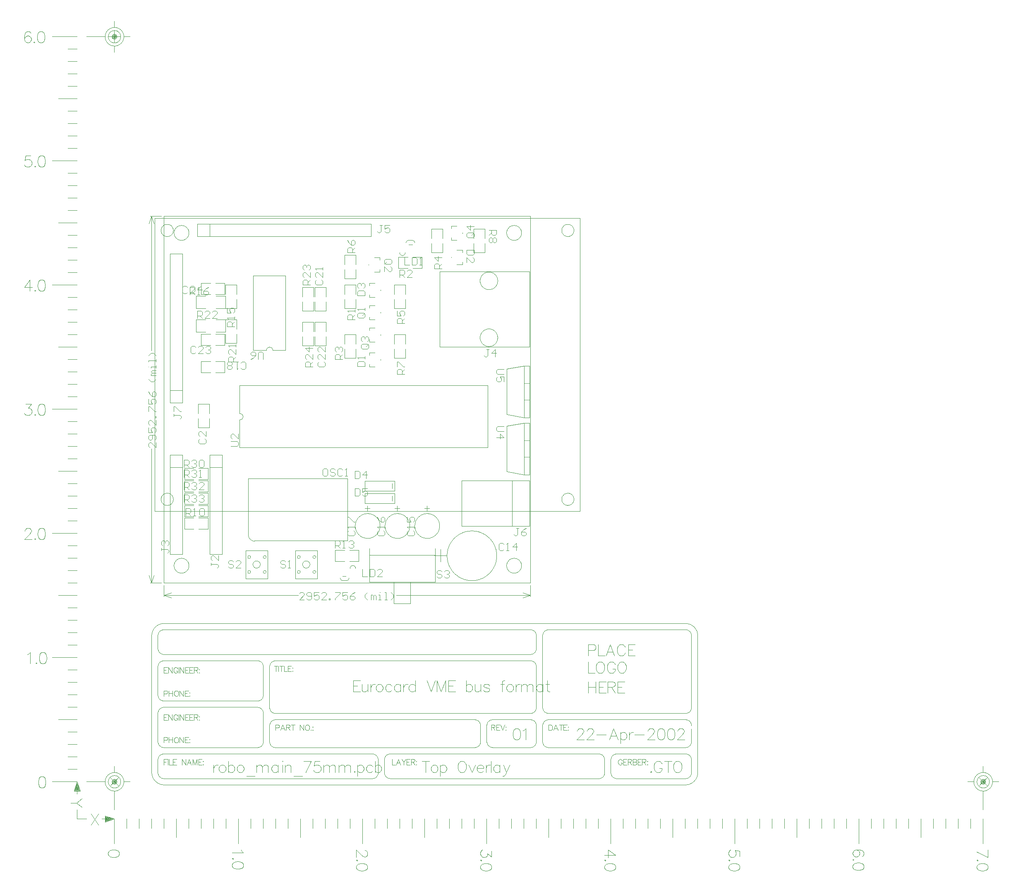
<source format=gto>
*%FSLAX23Y23*%
*%MOIN*%
G01*
D11*
X10302Y5712D02*
Y5756D01*
X10317D01*
X10323Y5754D01*
X10328Y5750D01*
X10330Y5746D01*
X10332Y5739D01*
Y5729D01*
X10330Y5722D01*
X10328Y5718D01*
X10323Y5714D01*
X10317Y5712D01*
X10302D01*
X10359Y5756D02*
X10376Y5712D01*
X10342D02*
X10359Y5756D01*
X10348Y5726D02*
X10370D01*
X10402Y5712D02*
Y5756D01*
X10387D02*
X10417D01*
X10422D02*
X10450D01*
X10422D02*
Y5712D01*
X10450D01*
X10439Y5735D02*
X10422D01*
X10458Y5739D02*
X10460Y5741D01*
X10458Y5739D02*
X10460Y5737D01*
X10462Y5739D01*
X10460Y5741D01*
Y5716D02*
X10458Y5714D01*
X10460Y5712D01*
X10462Y5714D01*
X10460Y5716D01*
X9840Y5712D02*
Y5756D01*
X9859D01*
X9865Y5754D01*
X9867Y5752D01*
X9869Y5748D01*
Y5744D01*
X9867Y5739D01*
X9865Y5737D01*
X9859Y5735D01*
X9840D01*
X9854D02*
X9869Y5712D01*
X9880Y5756D02*
X9907D01*
X9880D02*
Y5712D01*
X9907D01*
X9897Y5735D02*
X9880D01*
X9915Y5756D02*
X9932Y5712D01*
X9949Y5756D01*
X9957Y5741D02*
X9955Y5739D01*
X9957Y5737D01*
X9959Y5739D01*
X9957Y5741D01*
Y5716D02*
X9955Y5714D01*
X9957Y5712D01*
X9959Y5714D01*
X9957Y5716D01*
X7221Y6008D02*
X7202D01*
X7221D02*
X7228Y6010D01*
X7230Y6012D01*
X7232Y6016D01*
Y6023D01*
X7230Y6027D01*
X7228Y6029D01*
X7221Y6031D01*
X7202D01*
Y5986D01*
X7242D02*
Y6031D01*
X7272D02*
Y5986D01*
Y6010D02*
X7242D01*
X7293Y6029D02*
X7297Y6031D01*
X7293Y6029D02*
X7289Y6025D01*
X7287Y6021D01*
X7284Y6014D01*
Y6004D01*
X7287Y5997D01*
X7289Y5993D01*
X7293Y5989D01*
X7297Y5986D01*
X7306D01*
X7310Y5989D01*
X7314Y5993D01*
X7317Y5997D01*
X7319Y6004D01*
Y6014D01*
X7317Y6021D01*
X7314Y6025D01*
X7310Y6029D01*
X7306Y6031D01*
X7297D01*
X7329D02*
Y5986D01*
X7359D02*
X7329Y6031D01*
X7359D02*
Y5986D01*
X7372Y6031D02*
X7400D01*
X7372D02*
Y5986D01*
X7400D01*
X7389Y6010D02*
X7372D01*
X7407Y6014D02*
X7409Y6016D01*
X7407Y6014D02*
X7409Y6012D01*
X7411Y6014D01*
X7409Y6016D01*
Y5991D02*
X7407Y5989D01*
X7409Y5986D01*
X7411Y5989D01*
X7409Y5991D01*
X7221Y5633D02*
X7202D01*
X7221D02*
X7228Y5635D01*
X7230Y5637D01*
X7232Y5641D01*
Y5648D01*
X7230Y5652D01*
X7228Y5654D01*
X7221Y5656D01*
X7202D01*
Y5612D01*
X7242D02*
Y5656D01*
X7272D02*
Y5612D01*
Y5635D02*
X7242D01*
X7293Y5654D02*
X7297Y5656D01*
X7293Y5654D02*
X7289Y5650D01*
X7287Y5646D01*
X7284Y5639D01*
Y5629D01*
X7287Y5622D01*
X7289Y5618D01*
X7293Y5614D01*
X7297Y5612D01*
X7306D01*
X7310Y5614D01*
X7314Y5618D01*
X7317Y5622D01*
X7319Y5629D01*
Y5639D01*
X7317Y5646D01*
X7314Y5650D01*
X7310Y5654D01*
X7306Y5656D01*
X7297D01*
X7329D02*
Y5612D01*
X7359D02*
X7329Y5656D01*
X7359D02*
Y5612D01*
X7372Y5656D02*
X7400D01*
X7372D02*
Y5612D01*
X7400D01*
X7389Y5635D02*
X7372D01*
X7407Y5639D02*
X7409Y5641D01*
X7407Y5639D02*
X7409Y5637D01*
X7411Y5639D01*
X7409Y5641D01*
Y5616D02*
X7407Y5614D01*
X7409Y5612D01*
X7411Y5614D01*
X7409Y5616D01*
X9042Y5479D02*
Y5434D01*
X9068D01*
X9107D02*
X9090Y5479D01*
X9073Y5434D01*
X9079Y5449D02*
X9100D01*
X9117Y5479D02*
X9135Y5458D01*
Y5434D01*
Y5458D02*
X9152Y5479D01*
X9157D02*
X9185D01*
X9157D02*
Y5434D01*
X9185D01*
X9175Y5458D02*
X9157D01*
X9193Y5479D02*
Y5434D01*
Y5479D02*
X9212D01*
X9219Y5477D01*
X9221Y5475D01*
X9223Y5470D01*
Y5466D01*
X9221Y5462D01*
X9219Y5460D01*
X9212Y5458D01*
X9193D01*
X9208D02*
X9223Y5434D01*
X9233Y5462D02*
X9235Y5464D01*
X9233Y5462D02*
X9235Y5460D01*
X9237Y5462D01*
X9235Y5464D01*
Y5438D02*
X9233Y5436D01*
X9235Y5434D01*
X9237Y5436D01*
X9235Y5438D01*
X7230Y6219D02*
X7202D01*
Y6174D01*
X7230D01*
X7219Y6198D02*
X7202D01*
X7237Y6219D02*
Y6174D01*
X7267D02*
X7237Y6219D01*
X7267D02*
Y6174D01*
X7312Y6208D02*
X7310Y6213D01*
X7305Y6217D01*
X7301Y6219D01*
X7293D01*
X7288Y6217D01*
X7284Y6213D01*
X7282Y6208D01*
X7280Y6202D01*
Y6191D01*
X7282Y6185D01*
X7284Y6180D01*
X7288Y6176D01*
X7293Y6174D01*
X7301D01*
X7305Y6176D01*
X7310Y6180D01*
X7312Y6185D01*
Y6191D01*
X7301D01*
X7322Y6174D02*
Y6219D01*
X7332D02*
Y6174D01*
X7362D02*
X7332Y6219D01*
X7362D02*
Y6174D01*
X7374Y6219D02*
X7402D01*
X7374D02*
Y6174D01*
X7402D01*
X7391Y6198D02*
X7374D01*
X7409Y6219D02*
X7437D01*
X7409D02*
Y6174D01*
X7437D01*
X7427Y6198D02*
X7409D01*
X7445Y6219D02*
Y6174D01*
Y6219D02*
X7464D01*
X7470Y6217D01*
X7473Y6215D01*
X7475Y6210D01*
Y6206D01*
X7473Y6202D01*
X7470Y6200D01*
X7464Y6198D01*
X7445D01*
X7460D02*
X7475Y6174D01*
X7485Y6202D02*
X7487Y6204D01*
X7485Y6202D02*
X7487Y6200D01*
X7489Y6202D01*
X7487Y6204D01*
Y6178D02*
X7485Y6176D01*
X7487Y6174D01*
X7489Y6176D01*
X7487Y6178D01*
X8102Y5733D02*
X8121D01*
X8128Y5735D01*
X8130Y5737D01*
X8132Y5741D01*
Y5748D01*
X8130Y5752D01*
X8128Y5754D01*
X8121Y5756D01*
X8102D01*
Y5712D01*
X8159Y5756D02*
X8176Y5712D01*
X8142D02*
X8159Y5756D01*
X8148Y5726D02*
X8170D01*
X8187Y5712D02*
Y5756D01*
X8206D01*
X8213Y5754D01*
X8215Y5752D01*
X8217Y5748D01*
Y5744D01*
X8215Y5739D01*
X8213Y5737D01*
X8206Y5735D01*
X8187D01*
X8202D02*
X8217Y5712D01*
X8242D02*
Y5756D01*
X8227D02*
X8257D01*
X8298D02*
Y5712D01*
X8328D02*
X8298Y5756D01*
X8328D02*
Y5712D01*
X8349Y5754D02*
X8353Y5756D01*
X8349Y5754D02*
X8344Y5750D01*
X8342Y5746D01*
X8340Y5739D01*
Y5729D01*
X8342Y5722D01*
X8344Y5718D01*
X8349Y5714D01*
X8353Y5712D01*
X8361D01*
X8366Y5714D01*
X8370Y5718D01*
X8372Y5722D01*
X8374Y5729D01*
Y5739D01*
X8372Y5746D01*
X8370Y5750D01*
X8366Y5754D01*
X8361Y5756D01*
X8353D01*
X8387Y5716D02*
X8385Y5714D01*
X8387Y5712D01*
X8389Y5714D01*
X8387Y5716D01*
X8399Y5739D02*
X8401Y5741D01*
X8399Y5739D02*
X8401Y5737D01*
X8403Y5739D01*
X8401Y5741D01*
Y5716D02*
X8399Y5714D01*
X8401Y5712D01*
X8403Y5714D01*
X8401Y5716D01*
X8104Y6186D02*
Y6231D01*
X8090D02*
X8119D01*
X8125D02*
Y6186D01*
X8149D02*
Y6231D01*
X8134D02*
X8164D01*
X8170D02*
Y6186D01*
X8195D01*
X8200Y6231D02*
X8228D01*
X8200D02*
Y6186D01*
X8228D01*
X8217Y6210D02*
X8200D01*
X8236Y6214D02*
X8238Y6216D01*
X8236Y6214D02*
X8238Y6212D01*
X8240Y6214D01*
X8238Y6216D01*
Y6191D02*
X8236Y6189D01*
X8238Y6186D01*
X8240Y6189D01*
X8238Y6191D01*
X7230Y5839D02*
X7202D01*
Y5794D01*
X7230D01*
X7219Y5818D02*
X7202D01*
X7237Y5839D02*
Y5794D01*
X7267D02*
X7237Y5839D01*
X7267D02*
Y5794D01*
X7312Y5828D02*
X7310Y5833D01*
X7305Y5837D01*
X7301Y5839D01*
X7293D01*
X7288Y5837D01*
X7284Y5833D01*
X7282Y5828D01*
X7280Y5822D01*
Y5811D01*
X7282Y5805D01*
X7284Y5800D01*
X7288Y5796D01*
X7293Y5794D01*
X7301D01*
X7305Y5796D01*
X7310Y5800D01*
X7312Y5805D01*
Y5811D01*
X7301D01*
X7322Y5794D02*
Y5839D01*
X7332D02*
Y5794D01*
X7362D02*
X7332Y5839D01*
X7362D02*
Y5794D01*
X7374Y5839D02*
X7402D01*
X7374D02*
Y5794D01*
X7402D01*
X7391Y5818D02*
X7374D01*
X7409Y5839D02*
X7437D01*
X7409D02*
Y5794D01*
X7437D01*
X7427Y5818D02*
X7409D01*
X7445Y5839D02*
Y5794D01*
Y5839D02*
X7464D01*
X7470Y5837D01*
X7473Y5835D01*
X7475Y5830D01*
Y5826D01*
X7473Y5822D01*
X7470Y5820D01*
X7464Y5818D01*
X7445D01*
X7460D02*
X7475Y5794D01*
X7485Y5822D02*
X7487Y5824D01*
X7485Y5822D02*
X7487Y5820D01*
X7489Y5822D01*
X7487Y5824D01*
Y5798D02*
X7485Y5796D01*
X7487Y5794D01*
X7489Y5796D01*
X7487Y5798D01*
X7202Y5479D02*
Y5434D01*
Y5479D02*
X7230D01*
X7219Y5458D02*
X7202D01*
X7235Y5479D02*
Y5434D01*
X7244D02*
Y5479D01*
Y5434D02*
X7270D01*
X7275Y5479D02*
X7303D01*
X7275D02*
Y5434D01*
X7303D01*
X7292Y5458D02*
X7275D01*
X7346Y5479D02*
Y5434D01*
X7376D02*
X7346Y5479D01*
X7376D02*
Y5434D01*
X7422D02*
X7405Y5479D01*
X7388Y5434D01*
X7395Y5449D02*
X7416D01*
X7433Y5434D02*
Y5479D01*
X7450Y5434D01*
X7467Y5479D01*
Y5434D01*
X7480Y5479D02*
X7508D01*
X7480D02*
Y5434D01*
X7508D01*
X7497Y5458D02*
X7480D01*
X7515Y5462D02*
X7518Y5464D01*
X7515Y5462D02*
X7518Y5460D01*
X7520Y5462D01*
X7518Y5464D01*
Y5438D02*
X7515Y5436D01*
X7518Y5434D01*
X7520Y5436D01*
X7518Y5438D01*
X10892Y5473D02*
X10894Y5468D01*
X10892Y5473D02*
X10888Y5477D01*
X10883Y5479D01*
X10875D01*
X10871Y5477D01*
X10866Y5473D01*
X10864Y5468D01*
X10862Y5462D01*
Y5451D01*
X10864Y5445D01*
X10866Y5440D01*
X10871Y5436D01*
X10875Y5434D01*
X10883D01*
X10888Y5436D01*
X10892Y5440D01*
X10894Y5445D01*
Y5451D01*
X10883D01*
X10904Y5479D02*
X10932D01*
X10904D02*
Y5434D01*
X10932D01*
X10922Y5458D02*
X10904D01*
X10940Y5479D02*
Y5434D01*
Y5479D02*
X10959D01*
X10965Y5477D01*
X10968Y5475D01*
X10970Y5470D01*
Y5466D01*
X10968Y5462D01*
X10965Y5460D01*
X10959Y5458D01*
X10940D01*
X10955D02*
X10970Y5434D01*
X10980D02*
Y5479D01*
X10999D01*
X11006Y5477D01*
X11008Y5475D01*
X11010Y5470D01*
Y5466D01*
X11008Y5462D01*
X11006Y5460D01*
X10999Y5458D01*
X10980D01*
X10999D02*
X11006Y5455D01*
X11008Y5453D01*
X11010Y5449D01*
Y5443D01*
X11008Y5438D01*
X11006Y5436D01*
X10999Y5434D01*
X10980D01*
X11020Y5479D02*
X11048D01*
X11020D02*
Y5434D01*
X11048D01*
X11037Y5458D02*
X11020D01*
X11055Y5479D02*
Y5434D01*
Y5479D02*
X11075D01*
X11081Y5477D01*
X11083Y5475D01*
X11085Y5470D01*
Y5466D01*
X11083Y5462D01*
X11081Y5460D01*
X11075Y5458D01*
X11055D01*
X11070D02*
X11085Y5434D01*
X11095Y5462D02*
X11097Y5464D01*
X11095Y5462D02*
X11097Y5460D01*
X11100Y5462D01*
X11097Y5464D01*
Y5438D02*
X11095Y5436D01*
X11097Y5434D01*
X11100Y5436D01*
X11097Y5438D01*
D12*
X7138Y7990D02*
Y8029D01*
Y7990D02*
X7098Y8029D01*
X7088D01*
X7078Y8019D01*
Y7999D01*
X7088Y7990D01*
X7128Y8049D02*
X7138Y8059D01*
Y8079D01*
X7128Y8089D01*
X7088D01*
X7078Y8079D01*
Y8059D01*
X7088Y8049D01*
X7098D01*
X7108Y8059D01*
Y8089D01*
X7078Y8109D02*
Y8149D01*
Y8109D02*
X7108D01*
X7098Y8129D01*
Y8139D01*
X7108Y8149D01*
X7128D01*
X7138Y8139D01*
Y8119D01*
X7128Y8109D01*
X7138Y8169D02*
Y8209D01*
Y8169D02*
X7098Y8209D01*
X7088D01*
X7078Y8199D01*
Y8179D01*
X7088Y8169D01*
X7128Y8229D02*
X7138D01*
X7128D02*
Y8239D01*
X7138D01*
Y8229D01*
X7078Y8279D02*
Y8319D01*
X7088D01*
X7128Y8279D01*
X7138D01*
X7078Y8339D02*
Y8379D01*
Y8339D02*
X7108D01*
X7098Y8359D01*
Y8369D01*
X7108Y8379D01*
X7128D01*
X7138Y8369D01*
Y8349D01*
X7128Y8339D01*
X7088Y8419D02*
X7078Y8439D01*
X7088Y8419D02*
X7108Y8399D01*
X7128D01*
X7138Y8409D01*
Y8429D01*
X7128Y8439D01*
X7118D01*
X7108Y8429D01*
Y8399D01*
X7118Y8519D02*
X7138Y8539D01*
X7118Y8519D02*
X7098D01*
X7078Y8539D01*
X7098Y8569D02*
X7138D01*
X7098D02*
Y8579D01*
X7108Y8589D01*
X7138D01*
X7108D01*
X7098Y8599D01*
X7108Y8609D01*
X7138D01*
Y8629D02*
Y8649D01*
Y8639D01*
X7098D01*
Y8629D01*
X7078Y8639D02*
X7079D01*
X7138Y8679D02*
Y8699D01*
Y8689D01*
X7078D01*
Y8679D01*
X7138Y8729D02*
X7118Y8749D01*
X7098D01*
X7078Y8729D01*
X8293Y6763D02*
X8332D01*
X8293D02*
X8332Y6803D01*
Y6813D01*
X8322Y6823D01*
X8302D01*
X8293Y6813D01*
X8352Y6773D02*
X8362Y6763D01*
X8382D01*
X8392Y6773D01*
Y6813D01*
X8382Y6823D01*
X8362D01*
X8352Y6813D01*
Y6803D01*
X8362Y6793D01*
X8392D01*
X8412Y6823D02*
X8452D01*
X8412D02*
Y6793D01*
X8432Y6803D01*
X8442D01*
X8452Y6793D01*
Y6773D01*
X8442Y6763D01*
X8422D01*
X8412Y6773D01*
X8472Y6763D02*
X8512D01*
X8472D02*
X8512Y6803D01*
Y6813D01*
X8502Y6823D01*
X8482D01*
X8472Y6813D01*
X8532Y6773D02*
Y6763D01*
Y6773D02*
X8542D01*
Y6763D01*
X8532D01*
X8582Y6823D02*
X8622D01*
Y6813D01*
X8582Y6773D01*
Y6763D01*
X8642Y6823D02*
X8682D01*
X8642D02*
Y6793D01*
X8662Y6803D01*
X8672D01*
X8682Y6793D01*
Y6773D01*
X8672Y6763D01*
X8652D01*
X8642Y6773D01*
X8722Y6813D02*
X8742Y6823D01*
X8722Y6813D02*
X8702Y6793D01*
Y6773D01*
X8712Y6763D01*
X8732D01*
X8742Y6773D01*
Y6783D01*
X8732Y6793D01*
X8702D01*
X8822Y6783D02*
X8842Y6763D01*
X8822Y6783D02*
Y6803D01*
X8842Y6823D01*
X8872Y6803D02*
Y6763D01*
Y6803D02*
X8882D01*
X8892Y6793D01*
Y6763D01*
Y6793D01*
X8902Y6803D01*
X8912Y6793D01*
Y6763D01*
X8932D02*
X8952D01*
X8942D01*
Y6803D01*
X8932D01*
X8942Y6823D02*
X8943D01*
X8982Y6763D02*
X9002D01*
X8992D01*
Y6823D01*
X8982D01*
X9032Y6763D02*
X9052Y6783D01*
Y6803D01*
X9032Y6823D01*
D14*
X10147Y8231D02*
Y8647D01*
Y8231D02*
X10105D01*
Y8647D01*
X9964Y8622D01*
Y8256D01*
X10105Y8231D01*
Y8647D02*
X10147D01*
Y8506D02*
X10139D01*
X10130D02*
X10122D01*
X10114D02*
X10105D01*
Y8372D02*
X10114D01*
X10122D02*
X10130D01*
X10139D02*
X10147D01*
Y8187D02*
Y7771D01*
X10105D01*
Y8187D01*
X9964Y8162D01*
Y7796D01*
X10105Y7771D01*
Y8187D02*
X10147D01*
Y8046D02*
X10139D01*
X10130D02*
X10122D01*
X10114D02*
X10105D01*
Y7912D02*
X10114D01*
X10122D02*
X10130D01*
X10139D02*
X10147D01*
D15*
X6927Y5299D02*
X6877D01*
X6727D02*
X6577D01*
X6577Y4999D02*
X6502D01*
X6477Y5224D02*
X6527D01*
X6516Y5232D02*
X6488D01*
X6492Y5236D02*
X6512D01*
X6522Y5228D02*
X6482D01*
X6498Y5239D02*
X6506D01*
X6702Y4999D02*
X6727D01*
X6502Y5299D02*
X6302D01*
X6427Y5399D02*
X6502D01*
Y5499D02*
X6427D01*
Y5599D02*
X6502D01*
Y5699D02*
X6427D01*
X6352Y5799D02*
X6502D01*
Y5899D02*
X6427D01*
Y5999D02*
X6502D01*
Y6099D02*
X6427D01*
Y6199D02*
X6502D01*
Y6299D02*
X6302D01*
X6427Y6399D02*
X6502D01*
Y6499D02*
X6427D01*
Y6599D02*
X6502D01*
Y6699D02*
X6427D01*
X6352Y6799D02*
X6502D01*
Y6899D02*
X6427D01*
Y6999D02*
X6502D01*
Y7099D02*
X6427D01*
Y7199D02*
X6502D01*
Y7299D02*
X6302D01*
X6427Y7399D02*
X6502D01*
Y7499D02*
X6427D01*
Y7599D02*
X6502D01*
Y7699D02*
X6427D01*
X6352Y7799D02*
X6502D01*
Y7899D02*
X6427D01*
Y7999D02*
X6502D01*
Y8099D02*
X6427D01*
Y8199D02*
X6502D01*
Y8299D02*
X6302D01*
X6427Y8399D02*
X6502D01*
Y8499D02*
X6427D01*
Y8599D02*
X6502D01*
Y8699D02*
X6427D01*
X6352Y8799D02*
X6502D01*
Y8899D02*
X6427D01*
Y8999D02*
X6502D01*
Y9099D02*
X6427D01*
Y9199D02*
X6502D01*
Y9299D02*
X6302D01*
X6427Y9399D02*
X6502D01*
Y9499D02*
X6427D01*
Y9599D02*
X6502D01*
Y9699D02*
X6427D01*
X6352Y9799D02*
X6502D01*
Y9899D02*
X6427D01*
Y9999D02*
X6502D01*
Y10099D02*
X6427D01*
Y10199D02*
X6502D01*
Y10299D02*
X6302D01*
X6427Y10399D02*
X6502D01*
Y10499D02*
X6427D01*
Y10599D02*
X6502D01*
Y10699D02*
X6427D01*
X6352Y10799D02*
X6502D01*
Y10899D02*
X6427D01*
Y10999D02*
X6502D01*
Y11099D02*
X6427D01*
Y11199D02*
X6502D01*
Y11299D02*
X6302D01*
X6802D02*
X6852D01*
X6802D02*
X6752D01*
X6727D02*
X6577D01*
X6877D02*
X6927D01*
X13677Y5299D02*
X13727D01*
X13877D02*
X13927D01*
X6802Y5224D02*
Y5074D01*
Y5374D02*
Y5424D01*
X6502Y5074D02*
Y4999D01*
X6727Y4974D02*
Y5024D01*
X6735Y5014D02*
Y4984D01*
X6502Y5199D02*
Y5224D01*
X6738Y5008D02*
Y4990D01*
X6732Y4980D02*
Y5018D01*
X6742Y5004D02*
Y4994D01*
X6802Y4999D02*
Y4799D01*
X6902Y4924D02*
Y4999D01*
X7002D02*
Y4924D01*
X7102D02*
Y4999D01*
X7202D02*
Y4924D01*
X7302Y4849D02*
Y4999D01*
X7402D02*
Y4924D01*
X7502D02*
Y4999D01*
X7602D02*
Y4924D01*
X7702D02*
Y4999D01*
X7802D02*
Y4799D01*
X7902Y4924D02*
Y4999D01*
X8002D02*
Y4924D01*
X8102D02*
Y4999D01*
X8202D02*
Y4924D01*
X8302Y4849D02*
Y4999D01*
X8402D02*
Y4924D01*
X8502D02*
Y4999D01*
X8602D02*
Y4924D01*
X8702D02*
Y4999D01*
X8802D02*
Y4799D01*
X8902Y4924D02*
Y4999D01*
X9002D02*
Y4924D01*
X9102D02*
Y4999D01*
X9202D02*
Y4924D01*
X9302Y4849D02*
Y4999D01*
X9402D02*
Y4924D01*
X9502D02*
Y4999D01*
X9602D02*
Y4924D01*
X9702D02*
Y4999D01*
X9802D02*
Y4799D01*
X9902Y4924D02*
Y4999D01*
X10002D02*
Y4924D01*
X10102D02*
Y4999D01*
X10202D02*
Y4924D01*
X10302Y4849D02*
Y4999D01*
X10402D02*
Y4924D01*
X10502D02*
Y4999D01*
X10602D02*
Y4924D01*
X10702D02*
Y4999D01*
X10802D02*
Y4799D01*
X10902Y4924D02*
Y4999D01*
X11002D02*
Y4924D01*
X11102D02*
Y4999D01*
X11202D02*
Y4924D01*
X11302Y4849D02*
Y4999D01*
X11402D02*
Y4924D01*
X11502D02*
Y4999D01*
X11602D02*
Y4924D01*
X11702D02*
Y4999D01*
X11802D02*
Y4799D01*
X11902Y4924D02*
Y4999D01*
X12002D02*
Y4924D01*
X12102D02*
Y4999D01*
X12202D02*
Y4924D01*
X12302Y4849D02*
Y4999D01*
X12402D02*
Y4924D01*
X12502D02*
Y4999D01*
X12602D02*
Y4924D01*
X12702D02*
Y4999D01*
X12802D02*
Y4799D01*
X12902Y4924D02*
Y4999D01*
X13002D02*
Y4924D01*
X13102D02*
Y4999D01*
X13202D02*
Y4924D01*
X13302Y4849D02*
Y4999D01*
X13402D02*
Y4924D01*
X13502D02*
Y4999D01*
X13602D02*
Y4924D01*
X13702D02*
Y4999D01*
X13802D02*
Y4799D01*
X6802Y11249D02*
Y11299D01*
Y11349D01*
Y11374D02*
Y11424D01*
Y11224D02*
Y11174D01*
X13802Y5424D02*
Y5374D01*
Y5224D02*
Y5074D01*
X6837Y5334D02*
X6802Y5299D01*
X6767Y5264D01*
X13767D02*
X13802Y5299D01*
X13837Y5334D01*
X6837Y5264D02*
X6802Y5299D01*
X6767Y5334D01*
X13802Y5299D02*
X13837Y5264D01*
X13802Y5299D02*
X13767Y5334D01*
X6802Y4999D02*
X6727Y4974D01*
Y5024D02*
X6802Y4999D01*
X6778D02*
X6735Y5014D01*
Y4984D02*
X6778Y4999D01*
X6527Y5224D02*
X6502Y5299D01*
X6477Y5224D01*
X6488Y5232D02*
X6502Y5275D01*
X6516Y5232D01*
X6492Y5236D02*
X6502Y5264D01*
X6512Y5236D01*
X6482Y5228D02*
X6502Y5286D01*
X6522Y5228D01*
X6498Y5239D02*
X6502Y5252D01*
X6506Y5239D01*
X6738Y5008D02*
X6766Y4999D01*
X6738Y4990D01*
X6732Y5018D02*
X6790Y4999D01*
X6732Y4980D01*
X6742Y5004D02*
X6755Y4999D01*
X6742Y4994D01*
X13852Y5299D02*
X13852Y5296D01*
X13852Y5292D01*
X13851Y5289D01*
X13850Y5286D01*
X13849Y5282D01*
X13848Y5279D01*
X13847Y5276D01*
X13845Y5273D01*
X13843Y5270D01*
X13841Y5268D01*
X13839Y5265D01*
X13836Y5263D01*
X13834Y5261D01*
X13831Y5258D01*
X13828Y5257D01*
X13826Y5255D01*
X13823Y5253D01*
X13819Y5252D01*
X13816Y5251D01*
X13813Y5250D01*
X13810Y5250D01*
X13806Y5249D01*
X13803Y5249D01*
X13799Y5249D01*
X13796Y5249D01*
X13793Y5250D01*
X13789Y5251D01*
X13786Y5252D01*
X13783Y5253D01*
X13780Y5254D01*
X13777Y5256D01*
X13774Y5257D01*
X13771Y5259D01*
X13769Y5262D01*
X13766Y5264D01*
X13764Y5266D01*
X13762Y5269D01*
X13760Y5272D01*
X13758Y5275D01*
X13757Y5278D01*
X13755Y5281D01*
X13754Y5284D01*
X13753Y5287D01*
X13753Y5291D01*
X13752Y5294D01*
X13752Y5297D01*
Y5301D01*
X13752Y5304D01*
X13753Y5307D01*
X13753Y5311D01*
X13754Y5314D01*
X13755Y5317D01*
X13757Y5320D01*
X13758Y5323D01*
X13760Y5326D01*
X13762Y5329D01*
X13764Y5332D01*
X13766Y5334D01*
X13769Y5336D01*
X13771Y5339D01*
X13774Y5341D01*
X13777Y5342D01*
X13780Y5344D01*
X13783Y5345D01*
X13786Y5346D01*
X13789Y5347D01*
X13793Y5348D01*
X13796Y5349D01*
X13799Y5349D01*
X13803Y5349D01*
X13806Y5349D01*
X13810Y5348D01*
X13813Y5348D01*
X13816Y5347D01*
X13819Y5346D01*
X13823Y5345D01*
X13826Y5343D01*
X13828Y5341D01*
X13831Y5340D01*
X13834Y5337D01*
X13836Y5335D01*
X13839Y5333D01*
X13841Y5330D01*
X13843Y5328D01*
X13845Y5325D01*
X13847Y5322D01*
X13848Y5319D01*
X13849Y5316D01*
X13850Y5312D01*
X13851Y5309D01*
X13852Y5306D01*
X13852Y5302D01*
X13852Y5299D01*
X13877D02*
X13877Y5296D01*
X13877Y5292D01*
X13876Y5289D01*
X13876Y5286D01*
X13875Y5282D01*
X13874Y5279D01*
X13873Y5276D01*
X13872Y5273D01*
X13871Y5270D01*
X13870Y5267D01*
X13868Y5264D01*
X13867Y5261D01*
X13865Y5258D01*
X13863Y5255D01*
X13861Y5253D01*
X13859Y5250D01*
X13856Y5247D01*
X13854Y5245D01*
X13852Y5243D01*
X13849Y5241D01*
X13846Y5239D01*
X13844Y5237D01*
X13841Y5235D01*
X13838Y5233D01*
X13835Y5232D01*
X13832Y5230D01*
X13829Y5229D01*
X13826Y5228D01*
X13823Y5227D01*
X13819Y5226D01*
X13816Y5225D01*
X13813Y5225D01*
X13810Y5224D01*
X13806Y5224D01*
X13803Y5224D01*
X13800Y5224D01*
X13796Y5224D01*
X13793Y5225D01*
X13790Y5225D01*
X13786Y5226D01*
X13783Y5226D01*
X13780Y5227D01*
X13777Y5228D01*
X13774Y5230D01*
X13770Y5231D01*
X13767Y5232D01*
X13765Y5234D01*
X13762Y5236D01*
X13759Y5238D01*
X13756Y5240D01*
X13754Y5242D01*
X13751Y5244D01*
X13749Y5246D01*
X13746Y5249D01*
X13744Y5251D01*
X13742Y5254D01*
X13740Y5257D01*
X13738Y5259D01*
X13737Y5262D01*
X13735Y5265D01*
X13734Y5268D01*
X13732Y5271D01*
X13731Y5274D01*
X13730Y5278D01*
X13729Y5281D01*
X13729Y5284D01*
X13728Y5287D01*
X13727Y5291D01*
X13727Y5294D01*
X13727Y5297D01*
Y5301D01*
X13727Y5304D01*
X13727Y5307D01*
X13728Y5311D01*
X13729Y5314D01*
X13729Y5317D01*
X13730Y5320D01*
X13731Y5324D01*
X13732Y5327D01*
X13734Y5330D01*
X13735Y5333D01*
X13737Y5336D01*
X13738Y5339D01*
X13740Y5341D01*
X13742Y5344D01*
X13744Y5347D01*
X13746Y5349D01*
X13749Y5352D01*
X13751Y5354D01*
X13754Y5356D01*
X13756Y5358D01*
X13759Y5360D01*
X13762Y5362D01*
X13765Y5364D01*
X13767Y5366D01*
X13770Y5367D01*
X13774Y5368D01*
X13777Y5370D01*
X13780Y5371D01*
X13783Y5372D01*
X13786Y5372D01*
X13790Y5373D01*
X13793Y5373D01*
X13796Y5374D01*
X13800Y5374D01*
X13803Y5374D01*
X13806Y5374D01*
X13810Y5374D01*
X13813Y5373D01*
X13816Y5373D01*
X13819Y5372D01*
X13823Y5371D01*
X13826Y5370D01*
X13829Y5369D01*
X13832Y5368D01*
X13835Y5366D01*
X13838Y5365D01*
X13841Y5363D01*
X13844Y5361D01*
X13846Y5359D01*
X13849Y5357D01*
X13852Y5355D01*
X13854Y5353D01*
X13856Y5351D01*
X13859Y5348D01*
X13861Y5345D01*
X13863Y5343D01*
X13865Y5340D01*
X13867Y5337D01*
X13868Y5334D01*
X13870Y5331D01*
X13871Y5328D01*
X13872Y5325D01*
X13873Y5322D01*
X13874Y5319D01*
X13875Y5316D01*
X13876Y5312D01*
X13876Y5309D01*
X13877Y5306D01*
X13877Y5302D01*
X13877Y5299D01*
X13805D02*
X13803Y5297D01*
X13801D01*
X13800Y5299D01*
X13801Y5301D01*
X13803D01*
X13805Y5299D01*
X13807D02*
X13806Y5296D01*
X13803Y5294D01*
X13800Y5295D01*
X13797Y5297D01*
Y5301D01*
X13800Y5303D01*
X13803Y5304D01*
X13806Y5302D01*
X13807Y5299D01*
X13822D02*
X13822Y5296D01*
X13821Y5293D01*
X13820Y5290D01*
X13818Y5287D01*
X13816Y5285D01*
X13813Y5283D01*
X13811Y5281D01*
X13808Y5280D01*
X13804Y5279D01*
X13801Y5279D01*
X13798Y5279D01*
X13795Y5280D01*
X13792Y5282D01*
X13789Y5283D01*
X13787Y5286D01*
X13785Y5288D01*
X13784Y5291D01*
X13783Y5294D01*
X13782Y5297D01*
Y5301D01*
X13783Y5304D01*
X13784Y5307D01*
X13785Y5310D01*
X13787Y5312D01*
X13789Y5314D01*
X13792Y5316D01*
X13795Y5318D01*
X13798Y5319D01*
X13801Y5319D01*
X13804Y5319D01*
X13808Y5318D01*
X13811Y5317D01*
X13813Y5315D01*
X13816Y5313D01*
X13818Y5311D01*
X13820Y5308D01*
X13821Y5305D01*
X13822Y5302D01*
X13822Y5299D01*
X13817D02*
X13817Y5296D01*
X13815Y5292D01*
X13814Y5289D01*
X13811Y5287D01*
X13808Y5285D01*
X13805Y5284D01*
X13801Y5284D01*
X13798Y5285D01*
X13795Y5286D01*
X13792Y5288D01*
X13789Y5291D01*
X13788Y5294D01*
X13787Y5297D01*
Y5301D01*
X13788Y5304D01*
X13789Y5307D01*
X13792Y5310D01*
X13795Y5312D01*
X13798Y5313D01*
X13801Y5314D01*
X13805Y5314D01*
X13808Y5313D01*
X13811Y5311D01*
X13814Y5309D01*
X13815Y5306D01*
X13817Y5302D01*
X13817Y5299D01*
X13812D02*
X13811Y5296D01*
X13810Y5293D01*
X13807Y5290D01*
X13804Y5289D01*
X13800D01*
X13797Y5290D01*
X13794Y5293D01*
X13793Y5296D01*
X13792Y5299D01*
X13793Y5302D01*
X13794Y5305D01*
X13797Y5308D01*
X13800Y5309D01*
X13804D01*
X13807Y5308D01*
X13810Y5305D01*
X13811Y5302D01*
X13812Y5299D01*
X6877Y11299D02*
X6877Y11296D01*
X6877Y11292D01*
X6876Y11289D01*
X6876Y11286D01*
X6875Y11282D01*
X6874Y11279D01*
X6873Y11276D01*
X6872Y11273D01*
X6871Y11270D01*
X6870Y11267D01*
X6868Y11264D01*
X6867Y11261D01*
X6865Y11258D01*
X6863Y11255D01*
X6861Y11253D01*
X6859Y11250D01*
X6856Y11247D01*
X6854Y11245D01*
X6852Y11243D01*
X6849Y11241D01*
X6846Y11239D01*
X6844Y11237D01*
X6841Y11235D01*
X6838Y11233D01*
X6835Y11232D01*
X6832Y11230D01*
X6829Y11229D01*
X6826Y11228D01*
X6823Y11227D01*
X6819Y11226D01*
X6816Y11225D01*
X6813Y11225D01*
X6810Y11224D01*
X6806Y11224D01*
X6803Y11224D01*
X6799Y11224D01*
X6796Y11224D01*
X6793Y11225D01*
X6790Y11225D01*
X6786Y11226D01*
X6783Y11226D01*
X6780Y11227D01*
X6777Y11228D01*
X6773Y11230D01*
X6770Y11231D01*
X6767Y11232D01*
X6764Y11234D01*
X6762Y11236D01*
X6759Y11238D01*
X6756Y11240D01*
X6754Y11242D01*
X6751Y11244D01*
X6749Y11246D01*
X6746Y11249D01*
X6744Y11251D01*
X6742Y11254D01*
X6740Y11257D01*
X6738Y11259D01*
X6737Y11262D01*
X6735Y11265D01*
X6734Y11268D01*
X6732Y11271D01*
X6731Y11274D01*
X6730Y11278D01*
X6729Y11281D01*
X6729Y11284D01*
X6728Y11287D01*
X6727Y11291D01*
X6727Y11294D01*
X6727Y11297D01*
Y11301D01*
X6727Y11304D01*
X6727Y11307D01*
X6728Y11311D01*
X6729Y11314D01*
X6729Y11317D01*
X6730Y11320D01*
X6731Y11324D01*
X6732Y11327D01*
X6734Y11330D01*
X6735Y11333D01*
X6737Y11336D01*
X6738Y11339D01*
X6740Y11341D01*
X6742Y11344D01*
X6744Y11347D01*
X6746Y11349D01*
X6749Y11352D01*
X6751Y11354D01*
X6754Y11356D01*
X6756Y11358D01*
X6759Y11360D01*
X6762Y11362D01*
X6764Y11364D01*
X6767Y11366D01*
X6770Y11367D01*
X6773Y11368D01*
X6777Y11370D01*
X6780Y11371D01*
X6783Y11372D01*
X6786Y11372D01*
X6790Y11373D01*
X6793Y11373D01*
X6796Y11374D01*
X6799Y11374D01*
X6803Y11374D01*
X6806Y11374D01*
X6810Y11374D01*
X6813Y11373D01*
X6816Y11373D01*
X6819Y11372D01*
X6823Y11371D01*
X6826Y11370D01*
X6829Y11369D01*
X6832Y11368D01*
X6835Y11366D01*
X6838Y11365D01*
X6841Y11363D01*
X6844Y11361D01*
X6846Y11359D01*
X6849Y11357D01*
X6852Y11355D01*
X6854Y11353D01*
X6856Y11351D01*
X6859Y11348D01*
X6861Y11345D01*
X6863Y11343D01*
X6865Y11340D01*
X6867Y11337D01*
X6868Y11334D01*
X6870Y11331D01*
X6871Y11328D01*
X6872Y11325D01*
X6873Y11322D01*
X6874Y11319D01*
X6875Y11316D01*
X6876Y11312D01*
X6876Y11309D01*
X6877Y11306D01*
X6877Y11302D01*
X6877Y11299D01*
X6804D02*
X6803Y11297D01*
X6801D01*
X6800Y11299D01*
X6801Y11301D01*
X6803D01*
X6804Y11299D01*
X6807D02*
X6806Y11296D01*
X6803Y11294D01*
X6800Y11295D01*
X6797Y11297D01*
Y11301D01*
X6800Y11303D01*
X6803Y11304D01*
X6806Y11302D01*
X6807Y11299D01*
X6812D02*
X6811Y11296D01*
X6810Y11293D01*
X6807Y11290D01*
X6804Y11289D01*
X6800D01*
X6797Y11290D01*
X6794Y11293D01*
X6793Y11296D01*
X6792Y11299D01*
X6793Y11302D01*
X6794Y11305D01*
X6797Y11308D01*
X6800Y11309D01*
X6804D01*
X6807Y11308D01*
X6810Y11305D01*
X6811Y11302D01*
X6812Y11299D01*
X6817D02*
X6817Y11296D01*
X6815Y11292D01*
X6813Y11289D01*
X6811Y11287D01*
X6808Y11285D01*
X6805Y11284D01*
X6801Y11284D01*
X6798Y11285D01*
X6794Y11286D01*
X6792Y11288D01*
X6789Y11291D01*
X6788Y11294D01*
X6787Y11297D01*
Y11301D01*
X6788Y11304D01*
X6789Y11307D01*
X6792Y11310D01*
X6794Y11312D01*
X6798Y11313D01*
X6801Y11314D01*
X6805Y11314D01*
X6808Y11313D01*
X6811Y11311D01*
X6813Y11309D01*
X6815Y11306D01*
X6817Y11302D01*
X6817Y11299D01*
X6822D02*
X6822Y11296D01*
X6821Y11293D01*
X6820Y11290D01*
X6818Y11287D01*
X6816Y11285D01*
X6813Y11283D01*
X6811Y11281D01*
X6808Y11280D01*
X6804Y11279D01*
X6801Y11279D01*
X6798Y11279D01*
X6795Y11280D01*
X6792Y11282D01*
X6789Y11284D01*
X6787Y11286D01*
X6785Y11288D01*
X6784Y11291D01*
X6783Y11294D01*
X6782Y11297D01*
Y11301D01*
X6783Y11304D01*
X6784Y11307D01*
X6785Y11310D01*
X6787Y11312D01*
X6789Y11314D01*
X6792Y11316D01*
X6795Y11318D01*
X6798Y11319D01*
X6801Y11319D01*
X6804Y11319D01*
X6808Y11318D01*
X6811Y11317D01*
X6813Y11315D01*
X6816Y11313D01*
X6818Y11311D01*
X6820Y11308D01*
X6821Y11305D01*
X6822Y11302D01*
X6822Y11299D01*
X6852D02*
X6852Y11296D01*
X6852Y11292D01*
X6851Y11289D01*
X6850Y11286D01*
X6849Y11282D01*
X6848Y11279D01*
X6847Y11276D01*
X6845Y11273D01*
X6843Y11270D01*
X6841Y11268D01*
X6839Y11265D01*
X6836Y11263D01*
X6834Y11261D01*
X6831Y11258D01*
X6828Y11257D01*
X6826Y11255D01*
X6822Y11253D01*
X6819Y11252D01*
X6816Y11251D01*
X6813Y11250D01*
X6810Y11250D01*
X6806Y11249D01*
X6803Y11249D01*
X6799Y11249D01*
X6796Y11249D01*
X6793Y11250D01*
X6789Y11251D01*
X6786Y11252D01*
X6783Y11253D01*
X6780Y11254D01*
X6777Y11256D01*
X6774Y11257D01*
X6771Y11259D01*
X6769Y11262D01*
X6766Y11264D01*
X6764Y11266D01*
X6762Y11269D01*
X6760Y11272D01*
X6758Y11275D01*
X6757Y11278D01*
X6755Y11281D01*
X6754Y11284D01*
X6753Y11287D01*
X6753Y11291D01*
X6752Y11294D01*
X6752Y11297D01*
Y11301D01*
X6752Y11304D01*
X6753Y11307D01*
X6753Y11311D01*
X6754Y11314D01*
X6755Y11317D01*
X6757Y11320D01*
X6758Y11323D01*
X6760Y11326D01*
X6762Y11329D01*
X6764Y11332D01*
X6766Y11334D01*
X6769Y11336D01*
X6771Y11339D01*
X6774Y11341D01*
X6777Y11342D01*
X6780Y11344D01*
X6783Y11345D01*
X6786Y11346D01*
X6789Y11347D01*
X6793Y11348D01*
X6796Y11349D01*
X6799Y11349D01*
X6803Y11349D01*
X6806Y11349D01*
X6810Y11348D01*
X6813Y11348D01*
X6816Y11347D01*
X6819Y11346D01*
X6822Y11345D01*
X6826Y11343D01*
X6828Y11341D01*
X6831Y11340D01*
X6834Y11337D01*
X6836Y11335D01*
X6839Y11333D01*
X6841Y11330D01*
X6843Y11328D01*
X6845Y11325D01*
X6847Y11322D01*
X6848Y11319D01*
X6849Y11316D01*
X6850Y11312D01*
X6851Y11309D01*
X6852Y11306D01*
X6852Y11302D01*
X6852Y11299D01*
X6852Y5299D02*
X6852Y5296D01*
X6852Y5292D01*
X6851Y5289D01*
X6850Y5286D01*
X6849Y5282D01*
X6848Y5279D01*
X6847Y5276D01*
X6845Y5273D01*
X6843Y5270D01*
X6841Y5268D01*
X6839Y5265D01*
X6836Y5263D01*
X6834Y5261D01*
X6831Y5258D01*
X6828Y5257D01*
X6826Y5255D01*
X6823Y5253D01*
X6819Y5252D01*
X6816Y5251D01*
X6813Y5250D01*
X6810Y5250D01*
X6806Y5249D01*
X6803Y5249D01*
X6799Y5249D01*
X6796Y5249D01*
X6793Y5250D01*
X6789Y5251D01*
X6786Y5252D01*
X6783Y5253D01*
X6780Y5254D01*
X6777Y5256D01*
X6774Y5257D01*
X6771Y5259D01*
X6769Y5262D01*
X6766Y5264D01*
X6764Y5266D01*
X6762Y5269D01*
X6760Y5272D01*
X6758Y5275D01*
X6757Y5278D01*
X6755Y5281D01*
X6754Y5284D01*
X6753Y5287D01*
X6753Y5291D01*
X6752Y5294D01*
X6752Y5297D01*
Y5301D01*
X6752Y5304D01*
X6753Y5307D01*
X6753Y5311D01*
X6754Y5314D01*
X6755Y5317D01*
X6757Y5320D01*
X6758Y5323D01*
X6760Y5326D01*
X6762Y5329D01*
X6764Y5332D01*
X6766Y5334D01*
X6769Y5336D01*
X6771Y5339D01*
X6774Y5341D01*
X6777Y5342D01*
X6780Y5344D01*
X6783Y5345D01*
X6786Y5346D01*
X6789Y5347D01*
X6793Y5348D01*
X6796Y5349D01*
X6799Y5349D01*
X6803Y5349D01*
X6806Y5349D01*
X6810Y5348D01*
X6813Y5348D01*
X6816Y5347D01*
X6819Y5346D01*
X6823Y5345D01*
X6826Y5343D01*
X6828Y5341D01*
X6831Y5340D01*
X6834Y5337D01*
X6836Y5335D01*
X6839Y5333D01*
X6841Y5330D01*
X6843Y5328D01*
X6845Y5325D01*
X6847Y5322D01*
X6848Y5319D01*
X6849Y5316D01*
X6850Y5312D01*
X6851Y5309D01*
X6852Y5306D01*
X6852Y5302D01*
X6852Y5299D01*
X6877D02*
X6877Y5296D01*
X6877Y5292D01*
X6876Y5289D01*
X6876Y5286D01*
X6875Y5282D01*
X6874Y5279D01*
X6873Y5276D01*
X6872Y5273D01*
X6871Y5270D01*
X6870Y5267D01*
X6868Y5264D01*
X6867Y5261D01*
X6865Y5258D01*
X6863Y5255D01*
X6861Y5253D01*
X6859Y5250D01*
X6856Y5247D01*
X6854Y5245D01*
X6852Y5243D01*
X6849Y5241D01*
X6846Y5239D01*
X6844Y5237D01*
X6841Y5235D01*
X6838Y5233D01*
X6835Y5232D01*
X6832Y5230D01*
X6829Y5229D01*
X6826Y5228D01*
X6823Y5227D01*
X6819Y5226D01*
X6816Y5225D01*
X6813Y5225D01*
X6810Y5224D01*
X6806Y5224D01*
X6803Y5224D01*
X6800Y5224D01*
X6796Y5224D01*
X6793Y5225D01*
X6790Y5225D01*
X6786Y5226D01*
X6783Y5226D01*
X6780Y5227D01*
X6777Y5228D01*
X6774Y5230D01*
X6770Y5231D01*
X6767Y5232D01*
X6765Y5234D01*
X6762Y5236D01*
X6759Y5238D01*
X6756Y5240D01*
X6754Y5242D01*
X6751Y5244D01*
X6749Y5246D01*
X6746Y5249D01*
X6744Y5251D01*
X6742Y5254D01*
X6740Y5257D01*
X6738Y5259D01*
X6737Y5262D01*
X6735Y5265D01*
X6734Y5268D01*
X6732Y5271D01*
X6731Y5274D01*
X6730Y5278D01*
X6729Y5281D01*
X6729Y5284D01*
X6728Y5287D01*
X6727Y5291D01*
X6727Y5294D01*
X6727Y5297D01*
Y5301D01*
X6727Y5304D01*
X6727Y5307D01*
X6728Y5311D01*
X6729Y5314D01*
X6729Y5317D01*
X6730Y5320D01*
X6731Y5324D01*
X6732Y5327D01*
X6734Y5330D01*
X6735Y5333D01*
X6737Y5336D01*
X6738Y5339D01*
X6740Y5341D01*
X6742Y5344D01*
X6744Y5347D01*
X6746Y5349D01*
X6749Y5352D01*
X6751Y5354D01*
X6754Y5356D01*
X6756Y5358D01*
X6759Y5360D01*
X6762Y5362D01*
X6765Y5364D01*
X6767Y5366D01*
X6770Y5367D01*
X6774Y5368D01*
X6777Y5370D01*
X6780Y5371D01*
X6783Y5372D01*
X6786Y5372D01*
X6790Y5373D01*
X6793Y5373D01*
X6796Y5374D01*
X6800Y5374D01*
X6803Y5374D01*
X6806Y5374D01*
X6810Y5374D01*
X6813Y5373D01*
X6816Y5373D01*
X6819Y5372D01*
X6823Y5371D01*
X6826Y5370D01*
X6829Y5369D01*
X6832Y5368D01*
X6835Y5366D01*
X6838Y5365D01*
X6841Y5363D01*
X6844Y5361D01*
X6846Y5359D01*
X6849Y5357D01*
X6852Y5355D01*
X6854Y5353D01*
X6856Y5351D01*
X6859Y5348D01*
X6861Y5345D01*
X6863Y5343D01*
X6865Y5340D01*
X6867Y5337D01*
X6868Y5334D01*
X6870Y5331D01*
X6871Y5328D01*
X6872Y5325D01*
X6873Y5322D01*
X6874Y5319D01*
X6875Y5316D01*
X6876Y5312D01*
X6876Y5309D01*
X6877Y5306D01*
X6877Y5302D01*
X6877Y5299D01*
X6805D02*
X6803Y5297D01*
X6801D01*
X6800Y5299D01*
X6801Y5301D01*
X6803D01*
X6805Y5299D01*
X6807D02*
X6806Y5296D01*
X6803Y5294D01*
X6800Y5295D01*
X6797Y5297D01*
Y5301D01*
X6800Y5303D01*
X6803Y5304D01*
X6806Y5302D01*
X6807Y5299D01*
X6822D02*
X6822Y5296D01*
X6821Y5293D01*
X6820Y5290D01*
X6818Y5287D01*
X6816Y5285D01*
X6813Y5283D01*
X6811Y5281D01*
X6808Y5280D01*
X6804Y5279D01*
X6801Y5279D01*
X6798Y5279D01*
X6795Y5280D01*
X6792Y5282D01*
X6789Y5283D01*
X6787Y5286D01*
X6785Y5288D01*
X6784Y5291D01*
X6783Y5294D01*
X6782Y5297D01*
Y5301D01*
X6783Y5304D01*
X6784Y5307D01*
X6785Y5310D01*
X6787Y5312D01*
X6789Y5314D01*
X6792Y5316D01*
X6795Y5318D01*
X6798Y5319D01*
X6801Y5319D01*
X6804Y5319D01*
X6808Y5318D01*
X6811Y5317D01*
X6813Y5315D01*
X6816Y5313D01*
X6818Y5311D01*
X6820Y5308D01*
X6821Y5305D01*
X6822Y5302D01*
X6822Y5299D01*
X6812D02*
X6811Y5296D01*
X6810Y5293D01*
X6807Y5290D01*
X6804Y5289D01*
X6800D01*
X6797Y5290D01*
X6794Y5293D01*
X6793Y5296D01*
X6792Y5299D01*
X6793Y5302D01*
X6794Y5305D01*
X6797Y5308D01*
X6800Y5309D01*
X6804D01*
X6807Y5308D01*
X6810Y5305D01*
X6811Y5302D01*
X6812Y5299D01*
X6817D02*
X6817Y5296D01*
X6815Y5292D01*
X6814Y5289D01*
X6811Y5287D01*
X6808Y5285D01*
X6805Y5284D01*
X6801Y5284D01*
X6798Y5285D01*
X6795Y5286D01*
X6792Y5288D01*
X6789Y5291D01*
X6788Y5294D01*
X6787Y5297D01*
Y5301D01*
X6788Y5304D01*
X6789Y5307D01*
X6792Y5310D01*
X6795Y5312D01*
X6798Y5313D01*
X6801Y5314D01*
X6805Y5314D01*
X6808Y5313D01*
X6811Y5311D01*
X6814Y5309D01*
X6815Y5306D01*
X6817Y5302D01*
X6817Y5299D01*
D16*
X11122Y5378D02*
X11126Y5383D01*
X11122Y5378D02*
X11126Y5374D01*
X11131Y5378D01*
X11126Y5383D01*
X11215Y5443D02*
X11210Y5451D01*
X11202Y5460D01*
X11193Y5464D01*
X11176D01*
X11167Y5460D01*
X11159Y5451D01*
X11155Y5443D01*
X11150Y5430D01*
Y5408D01*
X11155Y5395D01*
X11159Y5387D01*
X11167Y5378D01*
X11176Y5374D01*
X11193D01*
X11202Y5378D01*
X11210Y5387D01*
X11215Y5395D01*
Y5408D01*
X11193D01*
X11265Y5374D02*
Y5464D01*
X11295D02*
X11235D01*
X11323Y5460D02*
X11332Y5464D01*
X11323Y5460D02*
X11314Y5451D01*
X11310Y5443D01*
X11306Y5430D01*
Y5408D01*
X11310Y5395D01*
X11314Y5387D01*
X11323Y5378D01*
X11332Y5374D01*
X11349D01*
X11357Y5378D01*
X11366Y5387D01*
X11370Y5395D01*
X11374Y5408D01*
Y5430D01*
X11370Y5443D01*
X11366Y5451D01*
X11357Y5460D01*
X11349Y5464D01*
X11332D01*
X6128Y11326D02*
X6124Y11335D01*
X6111Y11339D01*
X6103D01*
X6090Y11335D01*
X6081Y11322D01*
X6077Y11300D01*
Y11279D01*
X6081Y11262D01*
X6090Y11253D01*
X6103Y11249D01*
X6107D01*
X6120Y11253D01*
X6128Y11262D01*
X6133Y11275D01*
Y11279D01*
X6128Y11292D01*
X6120Y11300D01*
X6107Y11305D01*
X6103D01*
X6090Y11300D01*
X6081Y11292D01*
X6077Y11279D01*
X6152Y11253D02*
X6157Y11258D01*
X6152Y11253D02*
X6157Y11249D01*
X6161Y11253D01*
X6157Y11258D01*
X6194Y11335D02*
X6206Y11339D01*
X6194Y11335D02*
X6185Y11322D01*
X6181Y11300D01*
Y11288D01*
X6185Y11266D01*
X6194Y11253D01*
X6206Y11249D01*
X6215D01*
X6228Y11253D01*
X6236Y11266D01*
X6241Y11288D01*
Y11300D01*
X6236Y11322D01*
X6228Y11335D01*
X6215Y11339D01*
X6206D01*
X6120Y9339D02*
X6077Y9279D01*
X6141D01*
X6120Y9249D02*
Y9339D01*
X6161Y9258D02*
X6157Y9253D01*
X6161Y9249D01*
X6166Y9253D01*
X6161Y9258D01*
X6198Y9335D02*
X6211Y9339D01*
X6198Y9335D02*
X6190Y9322D01*
X6185Y9300D01*
Y9288D01*
X6190Y9266D01*
X6198Y9253D01*
X6211Y9249D01*
X6220D01*
X6233Y9253D01*
X6241Y9266D01*
X6245Y9288D01*
Y9300D01*
X6241Y9322D01*
X6233Y9335D01*
X6220Y9339D01*
X6211D01*
X6081Y7322D02*
Y7318D01*
Y7322D02*
X6086Y7330D01*
X6090Y7335D01*
X6098Y7339D01*
X6116D01*
X6124Y7335D01*
X6128Y7330D01*
X6133Y7322D01*
Y7313D01*
X6128Y7305D01*
X6120Y7292D01*
X6077Y7249D01*
X6137D01*
X6157Y7253D02*
X6161Y7258D01*
X6157Y7253D02*
X6161Y7249D01*
X6166Y7253D01*
X6161Y7258D01*
X6198Y7335D02*
X6211Y7339D01*
X6198Y7335D02*
X6190Y7322D01*
X6185Y7300D01*
Y7288D01*
X6190Y7266D01*
X6198Y7253D01*
X6211Y7249D01*
X6220D01*
X6233Y7253D01*
X6241Y7266D01*
X6245Y7288D01*
Y7300D01*
X6241Y7322D01*
X6233Y7335D01*
X6220Y7339D01*
X6211D01*
X6215Y5339D02*
X6202Y5335D01*
X6194Y5322D01*
X6190Y5300D01*
Y5288D01*
X6194Y5266D01*
X6202Y5253D01*
X6215Y5249D01*
X6224D01*
X6237Y5253D01*
X6245Y5266D01*
X6249Y5288D01*
Y5300D01*
X6245Y5322D01*
X6237Y5335D01*
X6224Y5339D01*
X6215D01*
X6102Y6322D02*
X6111Y6326D01*
X6123Y6339D01*
Y6249D01*
X6168Y6253D02*
X6172Y6258D01*
X6168Y6253D02*
X6172Y6249D01*
X6177Y6253D01*
X6172Y6258D01*
X6209Y6335D02*
X6222Y6339D01*
X6209Y6335D02*
X6201Y6322D01*
X6196Y6300D01*
Y6288D01*
X6201Y6266D01*
X6209Y6253D01*
X6222Y6249D01*
X6231D01*
X6243Y6253D01*
X6252Y6266D01*
X6256Y6288D01*
Y6300D01*
X6252Y6322D01*
X6243Y6335D01*
X6231Y6339D01*
X6222D01*
X6133Y8339D02*
X6086D01*
X6107Y8305D02*
X6133Y8339D01*
X6120Y8305D02*
X6107D01*
X6120D02*
X6128Y8300D01*
X6133Y8296D01*
X6137Y8283D01*
Y8275D01*
X6133Y8262D01*
X6124Y8253D01*
X6111Y8249D01*
X6098D01*
X6086Y8253D01*
X6081Y8258D01*
X6077Y8266D01*
X6157Y8253D02*
X6161Y8258D01*
X6157Y8253D02*
X6161Y8249D01*
X6166Y8253D01*
X6161Y8258D01*
X6198Y8335D02*
X6211Y8339D01*
X6198Y8335D02*
X6190Y8322D01*
X6185Y8300D01*
Y8288D01*
X6190Y8266D01*
X6198Y8253D01*
X6211Y8249D01*
X6220D01*
X6233Y8253D01*
X6241Y8266D01*
X6245Y8288D01*
Y8300D01*
X6241Y8322D01*
X6233Y8335D01*
X6220Y8339D01*
X6211D01*
X6128Y10339D02*
X6086D01*
X6081Y10300D01*
X6086Y10305D01*
X6098Y10309D01*
X6111D01*
X6124Y10305D01*
X6133Y10296D01*
X6137Y10283D01*
Y10275D01*
X6133Y10262D01*
X6124Y10253D01*
X6111Y10249D01*
X6098D01*
X6086Y10253D01*
X6081Y10258D01*
X6077Y10266D01*
X6157Y10253D02*
X6161Y10258D01*
X6157Y10253D02*
X6161Y10249D01*
X6166Y10253D01*
X6161Y10258D01*
X6198Y10335D02*
X6211Y10339D01*
X6198Y10335D02*
X6190Y10322D01*
X6185Y10300D01*
Y10288D01*
X6190Y10266D01*
X6198Y10253D01*
X6211Y10249D01*
X6220D01*
X6233Y10253D01*
X6241Y10266D01*
X6245Y10288D01*
Y10300D01*
X6241Y10322D01*
X6233Y10335D01*
X6220Y10339D01*
X6211D01*
X13752Y4732D02*
X13842Y4689D01*
Y4749D01*
X13761Y4665D02*
X13756Y4669D01*
X13752Y4665D01*
X13756Y4660D01*
X13761Y4665D01*
X13838Y4628D02*
X13842Y4615D01*
X13838Y4628D02*
X13825Y4636D01*
X13803Y4641D01*
X13791D01*
X13769Y4636D01*
X13756Y4628D01*
X13752Y4615D01*
Y4606D01*
X13756Y4593D01*
X13769Y4585D01*
X13791Y4581D01*
X13803D01*
X13825Y4585D01*
X13838Y4593D01*
X13842Y4606D01*
Y4615D01*
X11842Y4698D02*
Y4740D01*
X11803Y4745D01*
X11808Y4740D01*
X11812Y4728D01*
Y4715D01*
X11808Y4702D01*
X11799Y4693D01*
X11786Y4689D01*
X11778D01*
X11765Y4693D01*
X11756Y4702D01*
X11752Y4715D01*
Y4728D01*
X11756Y4740D01*
X11761Y4745D01*
X11769Y4749D01*
X11756Y4669D02*
X11761Y4665D01*
X11756Y4669D02*
X11752Y4665D01*
X11756Y4660D01*
X11761Y4665D01*
X11838Y4628D02*
X11842Y4615D01*
X11838Y4628D02*
X11825Y4636D01*
X11803Y4641D01*
X11791D01*
X11769Y4636D01*
X11756Y4628D01*
X11752Y4615D01*
Y4606D01*
X11756Y4593D01*
X11769Y4585D01*
X11791Y4581D01*
X11803D01*
X11825Y4585D01*
X11838Y4593D01*
X11842Y4606D01*
Y4615D01*
X9842Y4693D02*
Y4740D01*
X9808Y4719D02*
X9842Y4693D01*
X9808Y4706D02*
Y4719D01*
Y4706D02*
X9803Y4698D01*
X9799Y4693D01*
X9786Y4689D01*
X9778D01*
X9765Y4693D01*
X9756Y4702D01*
X9752Y4715D01*
Y4728D01*
X9756Y4740D01*
X9761Y4745D01*
X9769Y4749D01*
X9756Y4669D02*
X9761Y4665D01*
X9756Y4669D02*
X9752Y4665D01*
X9756Y4660D01*
X9761Y4665D01*
X9838Y4628D02*
X9842Y4615D01*
X9838Y4628D02*
X9825Y4636D01*
X9803Y4641D01*
X9791D01*
X9769Y4636D01*
X9756Y4628D01*
X9752Y4615D01*
Y4606D01*
X9756Y4593D01*
X9769Y4585D01*
X9791Y4581D01*
X9803D01*
X9825Y4585D01*
X9838Y4593D01*
X9842Y4606D01*
Y4615D01*
X7829Y4740D02*
X7825Y4749D01*
X7829Y4740D02*
X7842Y4728D01*
X7752D01*
X7756Y4683D02*
X7761Y4679D01*
X7756Y4683D02*
X7752Y4679D01*
X7756Y4674D01*
X7761Y4679D01*
X7838Y4642D02*
X7842Y4629D01*
X7838Y4642D02*
X7825Y4650D01*
X7803Y4655D01*
X7791D01*
X7769Y4650D01*
X7756Y4642D01*
X7752Y4629D01*
Y4620D01*
X7756Y4608D01*
X7769Y4599D01*
X7791Y4595D01*
X7803D01*
X7825Y4599D01*
X7838Y4608D01*
X7842Y4620D01*
Y4629D01*
X6842Y4723D02*
X6838Y4736D01*
X6825Y4745D01*
X6803Y4749D01*
X6791D01*
X6769Y4745D01*
X6756Y4736D01*
X6752Y4723D01*
Y4715D01*
X6756Y4702D01*
X6769Y4693D01*
X6791Y4689D01*
X6803D01*
X6825Y4693D01*
X6838Y4702D01*
X6842Y4715D01*
Y4723D01*
X8821Y4745D02*
X8825D01*
X8833Y4740D01*
X8838Y4736D01*
X8842Y4728D01*
Y4710D01*
X8838Y4702D01*
X8833Y4698D01*
X8825Y4693D01*
X8816D01*
X8808Y4698D01*
X8795Y4706D01*
X8752Y4749D01*
Y4689D01*
X8756Y4669D02*
X8761Y4665D01*
X8756Y4669D02*
X8752Y4665D01*
X8756Y4660D01*
X8761Y4665D01*
X8838Y4628D02*
X8842Y4615D01*
X8838Y4628D02*
X8825Y4636D01*
X8803Y4641D01*
X8791D01*
X8769Y4636D01*
X8756Y4628D01*
X8752Y4615D01*
Y4606D01*
X8756Y4593D01*
X8769Y4585D01*
X8791Y4581D01*
X8803D01*
X8825Y4585D01*
X8838Y4593D01*
X8842Y4606D01*
Y4615D01*
X10782Y4749D02*
X10842Y4706D01*
X10782Y4685D02*
Y4749D01*
X10752Y4706D02*
X10842D01*
X10761Y4665D02*
X10756Y4669D01*
X10752Y4665D01*
X10756Y4660D01*
X10761Y4665D01*
X10838Y4628D02*
X10842Y4615D01*
X10838Y4628D02*
X10825Y4636D01*
X10803Y4641D01*
X10791D01*
X10769Y4636D01*
X10756Y4628D01*
X10752Y4615D01*
Y4606D01*
X10756Y4593D01*
X10769Y4585D01*
X10791Y4581D01*
X10803D01*
X10825Y4585D01*
X10838Y4593D01*
X10842Y4606D01*
Y4615D01*
X12829Y4698D02*
X12838Y4702D01*
X12842Y4715D01*
Y4723D01*
X12838Y4736D01*
X12825Y4745D01*
X12803Y4749D01*
X12782D01*
X12765Y4745D01*
X12756Y4736D01*
X12752Y4723D01*
Y4719D01*
X12756Y4706D01*
X12765Y4698D01*
X12778Y4693D01*
X12782D01*
X12795Y4698D01*
X12803Y4706D01*
X12808Y4719D01*
Y4723D01*
X12803Y4736D01*
X12795Y4745D01*
X12782Y4749D01*
X12756Y4674D02*
X12761Y4669D01*
X12756Y4674D02*
X12752Y4669D01*
X12756Y4665D01*
X12761Y4669D01*
X12838Y4632D02*
X12842Y4620D01*
X12838Y4632D02*
X12825Y4641D01*
X12803Y4645D01*
X12791D01*
X12769Y4641D01*
X12756Y4632D01*
X12752Y4620D01*
Y4611D01*
X12756Y4598D01*
X12769Y4590D01*
X12791Y4585D01*
X12803D01*
X12825Y4590D01*
X12838Y4598D01*
X12842Y4611D01*
Y4620D01*
X6674Y4949D02*
X6614Y5039D01*
X6674D02*
X6614Y4949D01*
X6499Y5127D02*
X6542Y5162D01*
X6499Y5127D02*
X6452D01*
X6499D02*
X6542Y5093D01*
X10531Y5705D02*
Y5709D01*
X10536Y5718D01*
X10540Y5722D01*
X10548Y5726D01*
X10566D01*
X10574Y5722D01*
X10578Y5718D01*
X10583Y5709D01*
Y5701D01*
X10578Y5692D01*
X10570Y5679D01*
X10527Y5636D01*
X10587D01*
X10611Y5705D02*
Y5709D01*
X10616Y5718D01*
X10620Y5722D01*
X10629Y5726D01*
X10646D01*
X10654Y5722D01*
X10659Y5718D01*
X10663Y5709D01*
Y5701D01*
X10659Y5692D01*
X10650Y5679D01*
X10607Y5636D01*
X10667D01*
X10687Y5675D02*
X10764D01*
X10825Y5726D02*
X10860Y5636D01*
X10791D02*
X10825Y5726D01*
X10847Y5666D02*
X10804D01*
X10880Y5696D02*
Y5607D01*
Y5684D02*
X10889Y5692D01*
X10898Y5696D01*
X10910D01*
X10919Y5692D01*
X10928Y5684D01*
X10932Y5671D01*
Y5662D01*
X10928Y5649D01*
X10919Y5641D01*
X10910Y5636D01*
X10898D01*
X10889Y5641D01*
X10880Y5649D01*
X10951Y5636D02*
Y5696D01*
X10955Y5684D02*
X10951Y5671D01*
X10955Y5684D02*
X10964Y5692D01*
X10973Y5696D01*
X10985D01*
X10994Y5675D02*
X11071D01*
X11102Y5705D02*
Y5709D01*
X11106Y5718D01*
X11110Y5722D01*
X11119Y5726D01*
X11136D01*
X11144Y5722D01*
X11149Y5718D01*
X11153Y5709D01*
Y5701D01*
X11149Y5692D01*
X11140Y5679D01*
X11097Y5636D01*
X11157D01*
X11190Y5722D02*
X11203Y5726D01*
X11190Y5722D02*
X11182Y5709D01*
X11177Y5688D01*
Y5675D01*
X11182Y5654D01*
X11190Y5641D01*
X11203Y5636D01*
X11212D01*
X11225Y5641D01*
X11233Y5654D01*
X11237Y5675D01*
Y5688D01*
X11233Y5709D01*
X11225Y5722D01*
X11212Y5726D01*
X11203D01*
X11270Y5722D02*
X11283Y5726D01*
X11270Y5722D02*
X11262Y5709D01*
X11258Y5688D01*
Y5675D01*
X11262Y5654D01*
X11270Y5641D01*
X11283Y5636D01*
X11292D01*
X11305Y5641D01*
X11313Y5654D01*
X11318Y5675D01*
Y5688D01*
X11313Y5709D01*
X11305Y5722D01*
X11292Y5726D01*
X11283D01*
X11342Y5709D02*
Y5705D01*
Y5709D02*
X11346Y5718D01*
X11351Y5722D01*
X11359Y5726D01*
X11376D01*
X11385Y5722D01*
X11389Y5718D01*
X11393Y5709D01*
Y5701D01*
X11389Y5692D01*
X11381Y5679D01*
X11338Y5636D01*
X11398D01*
X10622Y6014D02*
Y6104D01*
X10682D02*
Y6014D01*
Y6061D02*
X10622D01*
X10707Y6104D02*
X10763D01*
X10707D02*
Y6014D01*
X10763D01*
X10741Y6061D02*
X10707D01*
X10778Y6104D02*
Y6014D01*
Y6104D02*
X10816D01*
X10829Y6100D01*
X10833Y6095D01*
X10838Y6087D01*
Y6078D01*
X10833Y6070D01*
X10829Y6065D01*
X10816Y6061D01*
X10778D01*
X10808D02*
X10838Y6014D01*
X10858Y6104D02*
X10913D01*
X10858D02*
Y6014D01*
X10913D01*
X10892Y6061D02*
X10858D01*
X10622Y6174D02*
Y6264D01*
Y6174D02*
X10673D01*
X10700Y6260D02*
X10709Y6264D01*
X10700Y6260D02*
X10692Y6251D01*
X10688Y6243D01*
X10683Y6230D01*
Y6208D01*
X10688Y6195D01*
X10692Y6187D01*
X10700Y6178D01*
X10709Y6174D01*
X10726D01*
X10735Y6178D01*
X10743Y6187D01*
X10748Y6195D01*
X10752Y6208D01*
Y6230D01*
X10748Y6243D01*
X10743Y6251D01*
X10735Y6260D01*
X10726Y6264D01*
X10709D01*
X10833Y6251D02*
X10837Y6243D01*
X10833Y6251D02*
X10824Y6260D01*
X10816Y6264D01*
X10799D01*
X10790Y6260D01*
X10781Y6251D01*
X10777Y6243D01*
X10773Y6230D01*
Y6208D01*
X10777Y6195D01*
X10781Y6187D01*
X10790Y6178D01*
X10799Y6174D01*
X10816D01*
X10824Y6178D01*
X10833Y6187D01*
X10837Y6195D01*
Y6208D01*
X10816D01*
X10875Y6260D02*
X10883Y6264D01*
X10875Y6260D02*
X10866Y6251D01*
X10862Y6243D01*
X10858Y6230D01*
Y6208D01*
X10862Y6195D01*
X10866Y6187D01*
X10875Y6178D01*
X10883Y6174D01*
X10901D01*
X10909Y6178D01*
X10918Y6187D01*
X10922Y6195D01*
X10926Y6208D01*
Y6230D01*
X10922Y6243D01*
X10918Y6251D01*
X10909Y6260D01*
X10901Y6264D01*
X10883D01*
X10661Y6357D02*
X10622D01*
X10661D02*
X10673Y6361D01*
X10678Y6365D01*
X10682Y6374D01*
Y6387D01*
X10678Y6395D01*
X10673Y6400D01*
X10661Y6404D01*
X10622D01*
Y6314D01*
X10702D02*
Y6404D01*
Y6314D02*
X10754D01*
X10832D02*
X10798Y6404D01*
X10763Y6314D01*
X10776Y6344D02*
X10819D01*
X10913Y6391D02*
X10917Y6383D01*
X10913Y6391D02*
X10904Y6400D01*
X10896Y6404D01*
X10879D01*
X10870Y6400D01*
X10862Y6391D01*
X10857Y6383D01*
X10853Y6370D01*
Y6348D01*
X10857Y6335D01*
X10862Y6327D01*
X10870Y6318D01*
X10879Y6314D01*
X10896D01*
X10904Y6318D01*
X10913Y6327D01*
X10917Y6335D01*
X10943Y6404D02*
X10998D01*
X10943D02*
Y6314D01*
X10998D01*
X10977Y6361D02*
X10943D01*
X10040Y5726D02*
X10027Y5722D01*
X10019Y5709D01*
X10014Y5688D01*
Y5675D01*
X10019Y5654D01*
X10027Y5641D01*
X10040Y5636D01*
X10049D01*
X10062Y5641D01*
X10070Y5654D01*
X10074Y5675D01*
Y5688D01*
X10070Y5709D01*
X10062Y5722D01*
X10049Y5726D01*
X10040D01*
X10095Y5709D02*
X10103Y5714D01*
X10116Y5726D01*
Y5636D01*
X9312Y5464D02*
Y5374D01*
X9342Y5464D02*
X9282D01*
X9366Y5430D02*
X9374Y5434D01*
X9366Y5430D02*
X9357Y5421D01*
X9353Y5408D01*
Y5400D01*
X9357Y5387D01*
X9366Y5378D01*
X9374Y5374D01*
X9387D01*
X9396Y5378D01*
X9404Y5387D01*
X9408Y5400D01*
Y5408D01*
X9404Y5421D01*
X9396Y5430D01*
X9387Y5434D01*
X9374D01*
X9428D02*
Y5344D01*
Y5421D02*
X9437Y5430D01*
X9445Y5434D01*
X9458D01*
X9467Y5430D01*
X9475Y5421D01*
X9480Y5408D01*
Y5400D01*
X9475Y5387D01*
X9467Y5378D01*
X9458Y5374D01*
X9445D01*
X9437Y5378D01*
X9428Y5387D01*
X9587Y5460D02*
X9595Y5464D01*
X9587Y5460D02*
X9578Y5451D01*
X9574Y5443D01*
X9570Y5430D01*
Y5408D01*
X9574Y5395D01*
X9578Y5387D01*
X9587Y5378D01*
X9595Y5374D01*
X9612D01*
X9621Y5378D01*
X9629Y5387D01*
X9634Y5395D01*
X9638Y5408D01*
Y5430D01*
X9634Y5443D01*
X9629Y5451D01*
X9621Y5460D01*
X9612Y5464D01*
X9595D01*
X9659Y5434D02*
X9685Y5374D01*
X9710Y5434D01*
X9725Y5408D02*
X9776D01*
Y5417D01*
X9772Y5425D01*
X9768Y5430D01*
X9759Y5434D01*
X9746D01*
X9738Y5430D01*
X9729Y5421D01*
X9725Y5408D01*
Y5400D01*
X9729Y5387D01*
X9738Y5378D01*
X9746Y5374D01*
X9759D01*
X9768Y5378D01*
X9776Y5387D01*
X9796Y5374D02*
Y5434D01*
X9800Y5421D02*
X9796Y5408D01*
X9800Y5421D02*
X9809Y5430D01*
X9817Y5434D01*
X9830D01*
X9838Y5464D02*
Y5374D01*
X9908D02*
Y5434D01*
X9900Y5430D02*
X9908Y5421D01*
X9900Y5430D02*
X9891Y5434D01*
X9878D01*
X9870Y5430D01*
X9861Y5421D01*
X9857Y5408D01*
Y5400D01*
X9861Y5387D01*
X9870Y5378D01*
X9878Y5374D01*
X9891D01*
X9900Y5378D01*
X9908Y5387D01*
X9937Y5434D02*
X9962Y5374D01*
X9988Y5434D01*
X9962Y5374D02*
X9954Y5357D01*
X9945Y5348D01*
X9937Y5344D01*
X9932D01*
X7602Y5374D02*
Y5434D01*
X7606Y5421D02*
X7602Y5408D01*
X7606Y5421D02*
X7615Y5430D01*
X7623Y5434D01*
X7636D01*
X7657Y5430D02*
X7666Y5434D01*
X7657Y5430D02*
X7649Y5421D01*
X7644Y5408D01*
Y5400D01*
X7649Y5387D01*
X7657Y5378D01*
X7666Y5374D01*
X7679D01*
X7687Y5378D01*
X7696Y5387D01*
X7700Y5400D01*
Y5408D01*
X7696Y5421D01*
X7687Y5430D01*
X7679Y5434D01*
X7666D01*
X7720Y5464D02*
Y5374D01*
Y5421D02*
X7728Y5430D01*
X7737Y5434D01*
X7750D01*
X7758Y5430D01*
X7767Y5421D01*
X7771Y5408D01*
Y5400D01*
X7767Y5387D01*
X7758Y5378D01*
X7750Y5374D01*
X7737D01*
X7728Y5378D01*
X7720Y5387D01*
X7803Y5430D02*
X7812Y5434D01*
X7803Y5430D02*
X7795Y5421D01*
X7791Y5408D01*
Y5400D01*
X7795Y5387D01*
X7803Y5378D01*
X7812Y5374D01*
X7825D01*
X7833Y5378D01*
X7842Y5387D01*
X7846Y5400D01*
Y5408D01*
X7842Y5421D01*
X7833Y5430D01*
X7825Y5434D01*
X7812D01*
X7866Y5344D02*
X7934D01*
X7946Y5374D02*
Y5434D01*
X7959Y5430D02*
X7946Y5417D01*
X7959Y5430D02*
X7967Y5434D01*
X7980D01*
X7989Y5430D01*
X7993Y5417D01*
Y5374D01*
Y5417D02*
X8006Y5430D01*
X8015Y5434D01*
X8027D01*
X8036Y5430D01*
X8040Y5417D01*
Y5374D01*
X8120D02*
Y5434D01*
X8111Y5430D02*
X8120Y5421D01*
X8111Y5430D02*
X8103Y5434D01*
X8090D01*
X8081Y5430D01*
X8073Y5421D01*
X8069Y5408D01*
Y5400D01*
X8073Y5387D01*
X8081Y5378D01*
X8090Y5374D01*
X8103D01*
X8111Y5378D01*
X8120Y5387D01*
X8157Y5460D02*
X8153Y5464D01*
X8157Y5460D02*
X8161Y5464D01*
X8157Y5468D01*
X8153Y5464D01*
X8157Y5434D02*
Y5374D01*
X8177D02*
Y5434D01*
X8190Y5430D02*
X8177Y5417D01*
X8190Y5430D02*
X8198Y5434D01*
X8211D01*
X8220Y5430D01*
X8224Y5417D01*
Y5374D01*
X8248Y5344D02*
X8316D01*
X8345Y5374D02*
X8388Y5464D01*
X8328D01*
X8417D02*
X8459D01*
X8417D02*
X8412Y5425D01*
X8417Y5430D01*
X8429Y5434D01*
X8442D01*
X8455Y5430D01*
X8464Y5421D01*
X8468Y5408D01*
Y5400D01*
X8464Y5387D01*
X8455Y5378D01*
X8442Y5374D01*
X8429D01*
X8417Y5378D01*
X8412Y5383D01*
X8408Y5391D01*
X8488Y5374D02*
Y5434D01*
X8501Y5430D02*
X8488Y5417D01*
X8501Y5430D02*
X8510Y5434D01*
X8522D01*
X8531Y5430D01*
X8535Y5417D01*
Y5374D01*
Y5417D02*
X8548Y5430D01*
X8557Y5434D01*
X8570D01*
X8578Y5430D01*
X8582Y5417D01*
Y5374D01*
X8611D02*
Y5434D01*
X8623Y5430D02*
X8611Y5417D01*
X8623Y5430D02*
X8632Y5434D01*
X8645D01*
X8653Y5430D01*
X8658Y5417D01*
Y5374D01*
Y5417D02*
X8671Y5430D01*
X8679Y5434D01*
X8692D01*
X8701Y5430D01*
X8705Y5417D01*
Y5374D01*
X8733Y5378D02*
X8737Y5383D01*
X8733Y5378D02*
X8737Y5374D01*
X8742Y5378D01*
X8737Y5383D01*
X8761Y5344D02*
Y5434D01*
X8770Y5430D02*
X8761Y5421D01*
X8770Y5430D02*
X8779Y5434D01*
X8791D01*
X8800Y5430D01*
X8809Y5421D01*
X8813Y5408D01*
Y5400D01*
X8809Y5387D01*
X8800Y5378D01*
X8791Y5374D01*
X8779D01*
X8770Y5378D01*
X8761Y5387D01*
X8875Y5430D02*
X8884Y5421D01*
X8875Y5430D02*
X8866Y5434D01*
X8854D01*
X8845Y5430D01*
X8836Y5421D01*
X8832Y5408D01*
Y5400D01*
X8836Y5387D01*
X8845Y5378D01*
X8854Y5374D01*
X8866D01*
X8875Y5378D01*
X8884Y5387D01*
X8903Y5374D02*
Y5464D01*
X8911Y5430D02*
X8903Y5421D01*
X8911Y5430D02*
X8920Y5434D01*
X8933D01*
X8941Y5430D01*
X8950Y5421D01*
X8954Y5408D01*
Y5400D01*
X8950Y5387D01*
X8941Y5378D01*
X8933Y5374D01*
X8920D01*
X8911Y5378D01*
X8903Y5387D01*
X8783Y6114D02*
X8727D01*
Y6024D01*
X8783D01*
X8761Y6071D02*
X8727D01*
X8798Y6084D02*
Y6041D01*
X8802Y6028D01*
X8811Y6024D01*
X8823D01*
X8832Y6028D01*
X8845Y6041D01*
Y6024D02*
Y6084D01*
X8868D02*
Y6024D01*
Y6058D02*
X8873Y6071D01*
X8881Y6080D01*
X8890Y6084D01*
X8903D01*
X8924Y6080D02*
X8932Y6084D01*
X8924Y6080D02*
X8915Y6071D01*
X8911Y6058D01*
Y6050D01*
X8915Y6037D01*
X8924Y6028D01*
X8932Y6024D01*
X8945D01*
X8954Y6028D01*
X8962Y6037D01*
X8967Y6050D01*
Y6058D01*
X8962Y6071D01*
X8954Y6080D01*
X8945Y6084D01*
X8932D01*
X9029Y6080D02*
X9038Y6071D01*
X9029Y6080D02*
X9021Y6084D01*
X9008D01*
X8999Y6080D01*
X8991Y6071D01*
X8986Y6058D01*
Y6050D01*
X8991Y6037D01*
X8999Y6028D01*
X9008Y6024D01*
X9021D01*
X9029Y6028D01*
X9038Y6037D01*
X9108Y6024D02*
Y6084D01*
X9100Y6080D02*
X9108Y6071D01*
X9100Y6080D02*
X9091Y6084D01*
X9078D01*
X9070Y6080D01*
X9061Y6071D01*
X9057Y6058D01*
Y6050D01*
X9061Y6037D01*
X9070Y6028D01*
X9078Y6024D01*
X9091D01*
X9100Y6028D01*
X9108Y6037D01*
X9132Y6024D02*
Y6084D01*
X9137Y6071D02*
X9132Y6058D01*
X9137Y6071D02*
X9145Y6080D01*
X9154Y6084D01*
X9167D01*
X9226Y6114D02*
Y6024D01*
Y6071D02*
X9218Y6080D01*
X9209Y6084D01*
X9196D01*
X9188Y6080D01*
X9179Y6071D01*
X9175Y6058D01*
Y6050D01*
X9179Y6037D01*
X9188Y6028D01*
X9196Y6024D01*
X9209D01*
X9218Y6028D01*
X9226Y6037D01*
X9321Y6114D02*
X9355Y6024D01*
X9389Y6114D01*
X9401D02*
Y6024D01*
X9435D02*
X9401Y6114D01*
X9470D02*
X9435Y6024D01*
X9470D02*
Y6114D01*
X9495D02*
X9551D01*
X9495D02*
Y6024D01*
X9551D01*
X9530Y6071D02*
X9495D01*
X9637Y6114D02*
Y6024D01*
Y6071D02*
X9645Y6080D01*
X9654Y6084D01*
X9667D01*
X9675Y6080D01*
X9684Y6071D01*
X9688Y6058D01*
Y6050D01*
X9684Y6037D01*
X9675Y6028D01*
X9667Y6024D01*
X9654D01*
X9645Y6028D01*
X9637Y6037D01*
X9707Y6041D02*
Y6084D01*
Y6041D02*
X9712Y6028D01*
X9720Y6024D01*
X9733D01*
X9742Y6028D01*
X9754Y6041D01*
Y6024D02*
Y6084D01*
X9821Y6080D02*
X9825Y6071D01*
X9821Y6080D02*
X9808Y6084D01*
X9795D01*
X9782Y6080D01*
X9778Y6071D01*
X9782Y6063D01*
X9791Y6058D01*
X9812Y6054D01*
X9821Y6050D01*
X9825Y6041D01*
Y6037D01*
X9821Y6028D01*
X9808Y6024D01*
X9795D01*
X9782Y6028D01*
X9778Y6037D01*
X9940Y6114D02*
X9949D01*
X9940D02*
X9932Y6110D01*
X9928Y6097D01*
Y6024D01*
X9915Y6084D02*
X9945D01*
X9975Y6080D02*
X9983Y6084D01*
X9975Y6080D02*
X9966Y6071D01*
X9962Y6058D01*
Y6050D01*
X9966Y6037D01*
X9975Y6028D01*
X9983Y6024D01*
X9996D01*
X10005Y6028D01*
X10013Y6037D01*
X10018Y6050D01*
Y6058D01*
X10013Y6071D01*
X10005Y6080D01*
X9996Y6084D01*
X9983D01*
X10037D02*
Y6024D01*
Y6058D02*
X10042Y6071D01*
X10050Y6080D01*
X10059Y6084D01*
X10072D01*
X10080D02*
Y6024D01*
Y6067D02*
X10093Y6080D01*
X10101Y6084D01*
X10114D01*
X10123Y6080D01*
X10127Y6067D01*
Y6024D01*
Y6067D02*
X10140Y6080D01*
X10148Y6084D01*
X10161D01*
X10170Y6080D01*
X10174Y6067D01*
Y6024D01*
X10254D02*
Y6084D01*
X10245Y6080D02*
X10254Y6071D01*
X10245Y6080D02*
X10237Y6084D01*
X10224D01*
X10215Y6080D01*
X10207Y6071D01*
X10202Y6058D01*
Y6050D01*
X10207Y6037D01*
X10215Y6028D01*
X10224Y6024D01*
X10237D01*
X10245Y6028D01*
X10254Y6037D01*
X10291Y6041D02*
Y6114D01*
Y6041D02*
X10295Y6028D01*
X10303Y6024D01*
X10312D01*
X10308Y6084D02*
X10278D01*
D17*
X7672Y7829D02*
X7572D01*
Y7929D02*
X7672D01*
Y7129D01*
X7572D01*
Y7929D01*
X7252D02*
Y7129D01*
X7352D01*
Y7929D01*
X7252D01*
Y7829D02*
X7352D01*
X8182Y8774D02*
Y9374D01*
X7922D01*
Y8774D01*
X8027D01*
X8077D02*
X8182D01*
X7882Y7739D02*
X8682D01*
Y7239D02*
X7932D01*
X8682D02*
Y7739D01*
X7882D02*
Y7289D01*
X7812Y7989D02*
Y8214D01*
Y8264D02*
Y8489D01*
X9812D01*
Y7989D01*
X7812D01*
X8842Y7519D02*
Y7479D01*
X8822Y7499D02*
X8862D01*
X9322Y7479D02*
Y7519D01*
X9302Y7499D02*
X9342D01*
X8672Y6919D02*
X8642D01*
X9082Y7479D02*
Y7519D01*
X9062Y7499D02*
X9102D01*
X8038Y7161D02*
X7862D01*
Y6934D02*
X8038D01*
Y7161D01*
X7862D02*
Y6934D01*
X9172Y9659D02*
X9202D01*
X8438Y7161D02*
X8262D01*
Y6934D02*
X8438D01*
Y7161D01*
X8262D02*
Y6934D01*
X9432Y6999D02*
X9442Y6989D01*
X9432Y6999D02*
X9412D01*
X9402Y6989D01*
Y6979D01*
X9412Y6969D01*
X9432D01*
X9442Y6959D01*
Y6949D01*
X9432Y6939D01*
X9412D01*
X9402Y6949D01*
X9462Y6989D02*
X9472Y6999D01*
X9492D01*
X9502Y6989D01*
Y6979D01*
X9503D01*
X9502D02*
X9503D01*
X9502D02*
X9503D01*
X9502D02*
X9492Y6969D01*
X9482D01*
X9492D01*
X9502Y6959D01*
Y6949D01*
X9492Y6939D01*
X9472D01*
X9462Y6949D01*
X9802Y8779D02*
X9822D01*
X9812D02*
X9802D01*
X9812D02*
Y8729D01*
X9802Y8719D01*
X9792D01*
X9782Y8729D01*
X9872Y8719D02*
Y8779D01*
X9842Y8749D01*
X9882D01*
X8182Y7069D02*
X8172Y7079D01*
X8152D01*
X8142Y7069D01*
Y7059D01*
X8152Y7049D01*
X8172D01*
X8182Y7039D01*
Y7029D01*
X8172Y7019D01*
X8152D01*
X8142Y7029D01*
X8202Y7019D02*
X8222D01*
X8212D01*
Y7079D01*
X8213D01*
X8212D02*
X8202Y7069D01*
X7762D02*
X7752Y7079D01*
X7732D01*
X7722Y7069D01*
Y7059D01*
X7732Y7049D01*
X7752D01*
X7762Y7039D01*
Y7029D01*
X7752Y7019D01*
X7732D01*
X7722Y7029D01*
X7782Y7019D02*
X7822D01*
X7782D02*
X7822Y7059D01*
Y7069D01*
X7812Y7079D01*
X7792D01*
X7782Y7069D01*
X7377Y7439D02*
Y7499D01*
X7407D01*
X7417Y7489D01*
Y7469D01*
X7407Y7459D01*
X7377D01*
X7397D02*
X7417Y7439D01*
X7437D02*
X7457D01*
X7447D01*
Y7499D01*
X7448D01*
X7447D02*
X7437Y7489D01*
X7487D02*
X7497Y7499D01*
X7517D01*
X7527Y7489D01*
Y7449D01*
X7517Y7439D01*
X7497D01*
X7487Y7449D01*
Y7489D01*
X8582Y7239D02*
Y7179D01*
Y7239D02*
X8612D01*
X8622Y7229D01*
Y7209D01*
X8612Y7199D01*
X8582D01*
X8602D02*
X8622Y7179D01*
X8642D02*
X8662D01*
X8652D01*
Y7239D01*
X8653D01*
X8652D02*
X8642Y7229D01*
X8692D02*
X8702Y7239D01*
X8722D01*
X8732Y7229D01*
Y7219D01*
X8733D01*
X8732D02*
X8733D01*
X8732D02*
X8733D01*
X8732D02*
X8722Y7209D01*
X8712D01*
X8722D01*
X8732Y7199D01*
Y7189D01*
X8722Y7179D01*
X8702D01*
X8692Y7189D01*
X8802Y7009D02*
Y6949D01*
X8842D01*
X8862D02*
Y7009D01*
Y6949D02*
X8892D01*
X8902Y6959D01*
Y6999D01*
X8892Y7009D01*
X8862D01*
X8922Y6949D02*
X8962D01*
X8922D02*
X8962Y6989D01*
Y6999D01*
X8952Y7009D01*
X8932D01*
X8922Y6999D01*
X9142Y9459D02*
Y9519D01*
Y9459D02*
X9182D01*
X9202D02*
Y9519D01*
Y9459D02*
X9232D01*
X9242Y9469D01*
Y9509D01*
X9232Y9519D01*
X9202D01*
X9262Y9459D02*
X9282D01*
X9272D01*
Y9519D01*
X9273D01*
X9272D02*
X9262Y9509D01*
X8692Y7319D02*
X8682Y7309D01*
Y7289D01*
X8692Y7279D01*
X8732D01*
X8742Y7289D01*
Y7309D01*
X8732Y7319D01*
X8742Y7339D02*
Y7359D01*
Y7349D01*
X8682D01*
X8683D01*
X8682D02*
X8692Y7339D01*
X8682Y7389D02*
Y7429D01*
X8692D01*
X8732Y7389D01*
X8742D01*
X8922Y7309D02*
X8932Y7319D01*
X8922Y7309D02*
Y7289D01*
X8932Y7279D01*
X8972D01*
X8982Y7289D01*
Y7309D01*
X8972Y7319D01*
X8982Y7339D02*
Y7359D01*
Y7349D01*
X8922D01*
X8923D01*
X8922D02*
X8932Y7339D01*
Y7409D02*
X8922Y7429D01*
X8932Y7409D02*
X8952Y7389D01*
X8972D01*
X8982Y7399D01*
Y7419D01*
X8972Y7429D01*
X8962D01*
X8952Y7419D01*
Y7389D01*
X8742Y7599D02*
Y7659D01*
Y7599D02*
X8772D01*
X8782Y7609D01*
Y7649D01*
X8772Y7659D01*
X8742D01*
X8802D02*
X8842D01*
X8802D02*
Y7629D01*
X8822Y7639D01*
X8832D01*
X8842Y7629D01*
Y7609D01*
X8832Y7599D01*
X8812D01*
X8802Y7609D01*
X8742Y7739D02*
Y7799D01*
Y7739D02*
X8772D01*
X8782Y7749D01*
Y7789D01*
X8772Y7799D01*
X8742D01*
X8832D02*
Y7739D01*
X8802Y7769D02*
X8832Y7799D01*
X8842Y7769D02*
X8802D01*
X9172Y7319D02*
X9162Y7309D01*
Y7289D01*
X9172Y7279D01*
X9212D01*
X9222Y7289D01*
Y7309D01*
X9212Y7319D01*
X9222Y7339D02*
Y7359D01*
Y7349D01*
X9162D01*
X9163D01*
X9162D02*
X9172Y7339D01*
X9162Y7389D02*
Y7429D01*
Y7389D02*
X9192D01*
X9182Y7409D01*
Y7419D01*
X9192Y7429D01*
X9212D01*
X9222Y7419D01*
Y7399D01*
X9212Y7389D01*
X9932Y7219D02*
X9942Y7209D01*
X9932Y7219D02*
X9912D01*
X9902Y7209D01*
Y7169D01*
X9912Y7159D01*
X9932D01*
X9942Y7169D01*
X9962Y7159D02*
X9982D01*
X9972D01*
Y7219D01*
X9973D01*
X9972D02*
X9962Y7209D01*
X10042Y7219D02*
Y7159D01*
X10012Y7189D02*
X10042Y7219D01*
X10052Y7189D02*
X10012D01*
X10042Y7339D02*
X10062D01*
X10052D02*
X10042D01*
X10052D02*
Y7289D01*
X10042Y7279D01*
X10032D01*
X10022Y7289D01*
X10102Y7329D02*
X10122Y7339D01*
X10102Y7329D02*
X10082Y7309D01*
Y7289D01*
X10092Y7279D01*
X10112D01*
X10122Y7289D01*
Y7299D01*
X10112Y7309D01*
X10082D01*
X9942Y8159D02*
X9892D01*
X9882Y8149D01*
Y8129D01*
X9892Y8119D01*
X9942D01*
Y8069D02*
X9882D01*
X9912Y8099D02*
X9942Y8069D01*
X9912Y8059D02*
Y8099D01*
X9892Y8619D02*
X9942D01*
X9892D02*
X9882Y8609D01*
Y8589D01*
X9892Y8579D01*
X9942D01*
Y8559D02*
Y8519D01*
Y8559D02*
X9912D01*
X9922Y8539D01*
Y8529D01*
X9912Y8519D01*
X9892D01*
X9882Y8529D01*
Y8549D01*
X9892Y8559D01*
X8842Y8823D02*
X8802D01*
X8792Y8813D01*
Y8793D01*
X8802Y8783D01*
X8842D01*
X8852Y8793D01*
Y8813D01*
Y8823D02*
X8832Y8803D01*
X8852Y8813D02*
X8842Y8823D01*
X8802Y8843D02*
X8792Y8853D01*
Y8873D01*
X8802Y8883D01*
X8812D01*
X8813D01*
X8812D02*
X8813D01*
X8812D02*
X8813D01*
X8812D02*
X8822Y8873D01*
Y8863D01*
Y8873D01*
X8832Y8883D01*
X8842D01*
X8852Y8873D01*
Y8853D01*
X8842Y8843D01*
X8822Y8643D02*
X8762D01*
X8822D02*
Y8673D01*
X8812Y8683D01*
X8772D01*
X8762Y8673D01*
Y8643D01*
X8822Y8703D02*
Y8723D01*
Y8713D01*
X8762D01*
X8763D01*
X8762D02*
X8772Y8703D01*
X9082Y8579D02*
X9142D01*
X9082D02*
Y8609D01*
X9092Y8619D01*
X9112D01*
X9122Y8609D01*
Y8579D01*
Y8599D02*
X9142Y8619D01*
X9082Y8639D02*
Y8679D01*
X9092D01*
X9132Y8639D01*
X9142D01*
X8812Y9073D02*
X8772D01*
X8762Y9063D01*
Y9043D01*
X8772Y9033D01*
X8812D01*
X8822Y9043D01*
Y9063D01*
Y9073D02*
X8802Y9053D01*
X8822Y9063D02*
X8812Y9073D01*
X8822Y9093D02*
Y9113D01*
Y9103D01*
X8762D01*
X8763D01*
X8762D02*
X8772Y9093D01*
X8762Y9213D02*
X8822D01*
Y9243D01*
X8812Y9253D01*
X8772D01*
X8762Y9243D01*
Y9213D01*
X8772Y9273D02*
X8762Y9283D01*
Y9303D01*
X8772Y9313D01*
X8782D01*
X8783D01*
X8782D02*
X8783D01*
X8782D02*
X8783D01*
X8782D02*
X8792Y9303D01*
Y9293D01*
Y9303D01*
X8802Y9313D01*
X8812D01*
X8822Y9303D01*
Y9283D01*
X8812Y9273D01*
X9082Y8989D02*
X9142D01*
X9082D02*
Y9019D01*
X9092Y9029D01*
X9112D01*
X9122Y9019D01*
Y8989D01*
Y9009D02*
X9142Y9029D01*
X9082Y9049D02*
Y9089D01*
Y9049D02*
X9112D01*
X9102Y9069D01*
Y9079D01*
X9112Y9089D01*
X9132D01*
X9142Y9079D01*
Y9059D01*
X9132Y9049D01*
X9027Y9465D02*
X8987D01*
X9027D02*
X9037Y9475D01*
Y9495D01*
X9027Y9505D01*
X8987D01*
X8977Y9495D01*
Y9475D01*
Y9465D02*
X8997Y9485D01*
X8977Y9475D02*
X8987Y9465D01*
X8977Y9445D02*
Y9405D01*
Y9445D02*
X9017Y9405D01*
X9027D01*
X9037Y9415D01*
Y9435D01*
X9027Y9445D01*
X8742Y9559D02*
X8682D01*
Y9589D01*
X8692Y9599D01*
X8712D01*
X8722Y9589D01*
Y9559D01*
Y9579D02*
X8742Y9599D01*
X8692Y9639D02*
X8682Y9659D01*
X8692Y9639D02*
X8712Y9619D01*
X8732D01*
X8742Y9629D01*
Y9649D01*
X8732Y9659D01*
X8722D01*
X8712Y9649D01*
Y9619D01*
X8742Y9019D02*
X8682D01*
Y9049D01*
X8692Y9059D01*
X8712D01*
X8722Y9049D01*
Y9019D01*
Y9039D02*
X8742Y9059D01*
Y9079D02*
Y9099D01*
Y9089D01*
X8682D01*
X8683D01*
X8682D02*
X8692Y9079D01*
X7392Y9279D02*
X7382Y9289D01*
X7362D01*
X7352Y9279D01*
Y9239D01*
X7362Y9229D01*
X7382D01*
X7392Y9239D01*
X7412Y9229D02*
X7452D01*
X7412D02*
X7452Y9269D01*
Y9279D01*
X7442Y9289D01*
X7422D01*
X7412Y9279D01*
X7502Y9289D02*
Y9229D01*
X7472Y9259D02*
X7502Y9289D01*
X7512Y9259D02*
X7472D01*
X7711Y8963D02*
X7771D01*
X7711D02*
Y8993D01*
X7721Y9003D01*
X7741D01*
X7751Y8993D01*
Y8963D01*
Y8983D02*
X7771Y9003D01*
Y9023D02*
Y9043D01*
Y9033D01*
X7711D01*
X7712D01*
X7711D02*
X7721Y9023D01*
X7711Y9073D02*
Y9113D01*
Y9073D02*
X7741D01*
X7731Y9093D01*
Y9103D01*
X7741Y9113D01*
X7761D01*
X7771Y9103D01*
Y9083D01*
X7761Y9073D01*
X7412Y9219D02*
Y9279D01*
X7442D01*
X7452Y9269D01*
Y9249D01*
X7442Y9239D01*
X7412D01*
X7432D02*
X7452Y9219D01*
X7472D02*
X7492D01*
X7482D01*
Y9279D01*
X7483D01*
X7482D02*
X7472Y9269D01*
X7542D02*
X7562Y9279D01*
X7542Y9269D02*
X7522Y9249D01*
Y9229D01*
X7532Y9219D01*
X7552D01*
X7562Y9229D01*
Y9239D01*
X7552Y9249D01*
X7522D01*
X7448Y8808D02*
X7458Y8798D01*
X7448Y8808D02*
X7428D01*
X7418Y8798D01*
Y8758D01*
X7428Y8748D01*
X7448D01*
X7458Y8758D01*
X7478Y8748D02*
X7518D01*
X7478D02*
X7518Y8788D01*
Y8798D01*
X7508Y8808D01*
X7488D01*
X7478Y8798D01*
X7538D02*
X7548Y8808D01*
X7568D01*
X7578Y8798D01*
Y8788D01*
X7579D01*
X7578D02*
X7579D01*
X7578D02*
X7579D01*
X7578D02*
X7568Y8778D01*
X7558D01*
X7568D01*
X7578Y8768D01*
Y8758D01*
X7568Y8748D01*
X7548D01*
X7538Y8758D01*
X7822Y8629D02*
X7832Y8619D01*
X7852D01*
X7862Y8629D01*
Y8669D01*
X7852Y8679D01*
X7832D01*
X7822Y8669D01*
X7802Y8679D02*
X7782D01*
X7792D01*
Y8619D01*
X7793D01*
X7792D02*
X7802Y8629D01*
X7752D02*
X7742Y8619D01*
X7722D01*
X7712Y8629D01*
Y8639D01*
X7722Y8649D01*
X7712Y8659D01*
Y8669D01*
X7722Y8679D01*
X7742D01*
X7752Y8669D01*
Y8659D01*
X7742Y8649D01*
X7752Y8639D01*
Y8629D01*
X7742Y8649D02*
X7722D01*
X7472Y9029D02*
Y9089D01*
X7502D01*
X7512Y9079D01*
Y9059D01*
X7502Y9049D01*
X7472D01*
X7492D02*
X7512Y9029D01*
X7532D02*
X7572D01*
X7532D02*
X7572Y9069D01*
Y9079D01*
X7562Y9089D01*
X7542D01*
X7532Y9079D01*
X7592Y9029D02*
X7632D01*
X7592D02*
X7632Y9069D01*
Y9079D01*
X7622Y9089D01*
X7602D01*
X7592Y9079D01*
X7722Y8679D02*
X7782D01*
X7722D02*
Y8709D01*
X7732Y8719D01*
X7752D01*
X7762Y8709D01*
Y8679D01*
Y8699D02*
X7782Y8719D01*
Y8739D02*
Y8779D01*
Y8739D02*
X7742Y8779D01*
X7732D01*
X7722Y8769D01*
Y8749D01*
X7732Y8739D01*
X7782Y8799D02*
Y8819D01*
Y8809D01*
X7722D01*
X7723D01*
X7722D02*
X7732Y8799D01*
X7492Y8059D02*
X7482Y8049D01*
Y8029D01*
X7492Y8019D01*
X7532D01*
X7542Y8029D01*
Y8049D01*
X7532Y8059D01*
X7542Y8079D02*
Y8119D01*
Y8079D02*
X7502Y8119D01*
X7492D01*
X7482Y8109D01*
Y8089D01*
X7492Y8079D01*
X7282Y8239D02*
Y8259D01*
Y8249D02*
Y8239D01*
Y8249D02*
X7332D01*
X7342Y8239D01*
Y8229D01*
X7332Y8219D01*
X7282Y8279D02*
Y8319D01*
X7292D01*
X7332Y8279D01*
X7342D01*
X7182Y7179D02*
Y7159D01*
Y7169D01*
X7232D01*
X7242Y7159D01*
Y7149D01*
X7232Y7139D01*
X7192Y7199D02*
X7182Y7209D01*
Y7229D01*
X7192Y7239D01*
X7202D01*
X7203D01*
X7202D02*
X7203D01*
X7202D02*
X7203D01*
X7202D02*
X7212Y7229D01*
Y7219D01*
Y7229D01*
X7222Y7239D01*
X7232D01*
X7242Y7229D01*
Y7209D01*
X7232Y7199D01*
X7582Y7059D02*
Y7039D01*
Y7049D01*
X7632D01*
X7642Y7039D01*
Y7029D01*
X7632Y7019D01*
X7642Y7079D02*
Y7119D01*
Y7079D02*
X7602Y7119D01*
X7592D01*
X7582Y7109D01*
Y7089D01*
X7592Y7079D01*
X8492Y7819D02*
X8512D01*
X8492D02*
X8482Y7809D01*
Y7769D01*
X8492Y7759D01*
X8512D01*
X8522Y7769D01*
Y7809D01*
X8512Y7819D01*
X8572D02*
X8582Y7809D01*
X8572Y7819D02*
X8552D01*
X8542Y7809D01*
Y7799D01*
X8552Y7789D01*
X8572D01*
X8582Y7779D01*
Y7769D01*
X8572Y7759D01*
X8552D01*
X8542Y7769D01*
X8632Y7819D02*
X8642Y7809D01*
X8632Y7819D02*
X8612D01*
X8602Y7809D01*
Y7769D01*
X8612Y7759D01*
X8632D01*
X8642Y7769D01*
X8662Y7759D02*
X8682D01*
X8672D01*
Y7819D01*
X8673D01*
X8672D02*
X8662Y7809D01*
X8442Y8669D02*
X8452Y8679D01*
X8442Y8669D02*
Y8649D01*
X8452Y8639D01*
X8492D01*
X8502Y8649D01*
Y8669D01*
X8492Y8679D01*
X8502Y8699D02*
Y8739D01*
Y8699D02*
X8462Y8739D01*
X8452D01*
X8442Y8729D01*
Y8709D01*
X8452Y8699D01*
X8502Y8759D02*
Y8799D01*
Y8759D02*
X8462Y8799D01*
X8452D01*
X8442Y8789D01*
Y8769D01*
X8452Y8759D01*
X8402Y8639D02*
X8342D01*
Y8669D01*
X8352Y8679D01*
X8372D01*
X8382Y8669D01*
Y8639D01*
Y8659D02*
X8402Y8679D01*
Y8699D02*
Y8739D01*
Y8699D02*
X8362Y8739D01*
X8352D01*
X8342Y8729D01*
Y8709D01*
X8352Y8699D01*
X8342Y8789D02*
X8402D01*
X8372Y8759D02*
X8342Y8789D01*
X8372Y8799D02*
Y8759D01*
X8382Y9299D02*
X8322D01*
Y9329D01*
X8332Y9339D01*
X8352D01*
X8362Y9329D01*
Y9299D01*
Y9319D02*
X8382Y9339D01*
Y9359D02*
Y9399D01*
Y9359D02*
X8342Y9399D01*
X8332D01*
X8322Y9389D01*
Y9369D01*
X8332Y9359D01*
Y9419D02*
X8322Y9429D01*
Y9449D01*
X8332Y9459D01*
X8342D01*
X8343D01*
X8342D02*
X8343D01*
X8342D02*
X8343D01*
X8342D02*
X8352Y9449D01*
Y9439D01*
Y9449D01*
X8362Y9459D01*
X8372D01*
X8382Y9449D01*
Y9429D01*
X8372Y9419D01*
X8432Y9339D02*
X8422Y9329D01*
Y9309D01*
X8432Y9299D01*
X8472D01*
X8482Y9309D01*
Y9329D01*
X8472Y9339D01*
X8482Y9359D02*
Y9399D01*
Y9359D02*
X8442Y9399D01*
X8432D01*
X8422Y9389D01*
Y9369D01*
X8432Y9359D01*
X8482Y9419D02*
Y9439D01*
Y9429D01*
X8422D01*
X8423D01*
X8422D02*
X8432Y9419D01*
X8002Y8749D02*
Y8699D01*
Y8749D02*
X7992Y8759D01*
X7972D01*
X7962Y8749D01*
Y8699D01*
X7922Y8709D02*
X7902Y8699D01*
X7922Y8709D02*
X7942Y8729D01*
Y8749D01*
X7932Y8759D01*
X7912D01*
X7902Y8749D01*
Y8739D01*
X7912Y8729D01*
X7942D01*
X8582Y8699D02*
X8642D01*
X8582D02*
Y8729D01*
X8592Y8739D01*
X8612D01*
X8622Y8729D01*
Y8699D01*
Y8719D02*
X8642Y8739D01*
X8592Y8759D02*
X8582Y8769D01*
Y8789D01*
X8592Y8799D01*
X8602D01*
X8603D01*
X8602D02*
X8603D01*
X8602D02*
X8603D01*
X8602D02*
X8612Y8789D01*
Y8779D01*
Y8789D01*
X8622Y8799D01*
X8632D01*
X8642Y8789D01*
Y8769D01*
X8632Y8759D01*
X7792Y7999D02*
X7742D01*
X7792D02*
X7802Y8009D01*
Y8029D01*
X7792Y8039D01*
X7742D01*
X7802Y8059D02*
Y8099D01*
Y8059D02*
X7762Y8099D01*
X7752D01*
X7742Y8089D01*
Y8069D01*
X7752Y8059D01*
X9102Y9359D02*
Y9419D01*
X9132D01*
X9142Y9409D01*
Y9389D01*
X9132Y9379D01*
X9102D01*
X9122D02*
X9142Y9359D01*
X9162D02*
X9202D01*
X9162D02*
X9202Y9399D01*
Y9409D01*
X9192Y9419D01*
X9172D01*
X9162Y9409D01*
X9382Y9429D02*
X9442D01*
X9382D02*
Y9459D01*
X9392Y9469D01*
X9412D01*
X9422Y9459D01*
Y9429D01*
Y9449D02*
X9442Y9469D01*
Y9519D02*
X9382D01*
X9412Y9489D01*
Y9529D01*
X9652Y9719D02*
X9692D01*
X9652D02*
X9642Y9709D01*
Y9689D01*
X9652Y9679D01*
X9692D01*
X9702Y9689D01*
Y9709D01*
Y9719D02*
X9682Y9699D01*
X9702Y9709D02*
X9692Y9719D01*
X9702Y9769D02*
X9642D01*
X9672Y9739D01*
Y9779D01*
X9702Y9579D02*
X9642D01*
Y9549D01*
X9652Y9539D01*
X9692D01*
X9702Y9549D01*
Y9579D01*
X9642Y9519D02*
Y9479D01*
Y9519D02*
X9682Y9479D01*
X9692D01*
X9702Y9489D01*
Y9509D01*
X9692Y9519D01*
X9822Y9739D02*
X9882D01*
Y9709D01*
X9872Y9699D01*
X9852D01*
X9842Y9709D01*
Y9739D01*
Y9719D02*
X9822Y9699D01*
X9872Y9679D02*
X9882Y9669D01*
Y9649D01*
X9872Y9639D01*
X9862D01*
X9852Y9649D01*
X9842Y9639D01*
X9832D01*
X9822Y9649D01*
Y9669D01*
X9832Y9679D01*
X9842D01*
X9852Y9669D01*
X9862Y9679D01*
X9872D01*
X9852Y9669D02*
Y9649D01*
X8962Y9779D02*
X8942D01*
X8952D01*
Y9729D01*
X8942Y9719D01*
X8932D01*
X8922Y9729D01*
X8982Y9779D02*
X9022D01*
X8982D02*
Y9749D01*
X9002Y9759D01*
X9012D01*
X9022Y9749D01*
Y9729D01*
X9012Y9719D01*
X8992D01*
X8982Y9729D01*
X7363Y7890D02*
Y7830D01*
Y7890D02*
X7393D01*
X7403Y7880D01*
Y7860D01*
X7393Y7850D01*
X7363D01*
X7383D02*
X7403Y7830D01*
X7423Y7880D02*
X7433Y7890D01*
X7453D01*
X7463Y7880D01*
Y7870D01*
X7464D01*
X7463D02*
X7464D01*
X7463D02*
X7464D01*
X7463D02*
X7453Y7860D01*
X7443D01*
X7453D01*
X7463Y7850D01*
Y7840D01*
X7453Y7830D01*
X7433D01*
X7423Y7840D01*
X7483Y7880D02*
X7493Y7890D01*
X7513D01*
X7523Y7880D01*
Y7840D01*
X7513Y7830D01*
X7493D01*
X7483Y7840D01*
Y7880D01*
X7363Y7810D02*
Y7750D01*
Y7810D02*
X7393D01*
X7403Y7800D01*
Y7780D01*
X7393Y7770D01*
X7363D01*
X7383D02*
X7403Y7750D01*
X7423Y7800D02*
X7433Y7810D01*
X7453D01*
X7463Y7800D01*
Y7790D01*
X7464D01*
X7463D02*
X7464D01*
X7463D02*
X7464D01*
X7463D02*
X7453Y7780D01*
X7443D01*
X7453D01*
X7463Y7770D01*
Y7760D01*
X7453Y7750D01*
X7433D01*
X7423Y7760D01*
X7483Y7750D02*
X7503D01*
X7493D01*
Y7810D01*
X7494D01*
X7493D02*
X7483Y7800D01*
X7363Y7710D02*
Y7650D01*
Y7710D02*
X7393D01*
X7403Y7700D01*
Y7680D01*
X7393Y7670D01*
X7363D01*
X7383D02*
X7403Y7650D01*
X7423Y7700D02*
X7433Y7710D01*
X7453D01*
X7463Y7700D01*
Y7690D01*
X7464D01*
X7463D02*
X7464D01*
X7463D02*
X7464D01*
X7463D02*
X7453Y7680D01*
X7443D01*
X7453D01*
X7463Y7670D01*
Y7660D01*
X7453Y7650D01*
X7433D01*
X7423Y7660D01*
X7483Y7650D02*
X7523D01*
X7483D02*
X7523Y7690D01*
Y7700D01*
X7513Y7710D01*
X7493D01*
X7483Y7700D01*
X7363Y7610D02*
Y7550D01*
Y7610D02*
X7393D01*
X7403Y7600D01*
Y7580D01*
X7393Y7570D01*
X7363D01*
X7383D02*
X7403Y7550D01*
X7423Y7600D02*
X7433Y7610D01*
X7453D01*
X7463Y7600D01*
Y7590D01*
X7464D01*
X7463D02*
X7464D01*
X7463D02*
X7464D01*
X7463D02*
X7453Y7580D01*
X7443D01*
X7453D01*
X7463Y7570D01*
Y7560D01*
X7453Y7550D01*
X7433D01*
X7423Y7560D01*
X7483Y7600D02*
X7493Y7610D01*
X7513D01*
X7523Y7600D01*
Y7590D01*
X7524D01*
X7523D02*
X7524D01*
X7523D02*
X7524D01*
X7523D02*
X7513Y7580D01*
X7503D01*
X7513D01*
X7523Y7570D01*
Y7560D01*
X7513Y7550D01*
X7493D01*
X7483Y7560D01*
X8027Y8774D02*
X8027Y8777D01*
X8028Y8780D01*
X8029Y8784D01*
X8030Y8786D01*
X8032Y8789D01*
X8034Y8792D01*
X8037Y8794D01*
X8040Y8796D01*
X8042Y8797D01*
X8046Y8798D01*
X8049Y8799D01*
X8052Y8799D01*
X8055Y8799D01*
X8058Y8798D01*
X8062Y8797D01*
X8064Y8796D01*
X8067Y8794D01*
X8070Y8792D01*
X8072Y8789D01*
X8074Y8786D01*
X8075Y8784D01*
X8076Y8780D01*
X8077Y8777D01*
X8077Y8774D01*
X7880Y7289D02*
X7880Y7286D01*
X7880Y7282D01*
X7881Y7279D01*
X7882Y7276D01*
X7883Y7272D01*
X7884Y7269D01*
X7885Y7266D01*
X7887Y7263D01*
X7889Y7260D01*
X7891Y7257D01*
X7893Y7255D01*
X7895Y7252D01*
X7898Y7250D01*
X7900Y7248D01*
X7903Y7246D01*
X7906Y7244D01*
X7909Y7242D01*
X7912Y7241D01*
X7915Y7240D01*
X7919Y7239D01*
X7922Y7238D01*
X7925Y7237D01*
X7929Y7237D01*
X7932Y7237D01*
X7812Y8214D02*
X7815Y8214D01*
X7818Y8215D01*
X7822Y8216D01*
X7824Y8217D01*
X7827Y8219D01*
X7830Y8221D01*
X7832Y8224D01*
X7834Y8226D01*
X7835Y8229D01*
X7836Y8233D01*
X7837Y8236D01*
X7837Y8239D01*
X7837Y8242D01*
X7836Y8245D01*
X7835Y8249D01*
X7834Y8252D01*
X7832Y8254D01*
X7830Y8257D01*
X7827Y8259D01*
X7824Y8261D01*
X7822Y8262D01*
X7818Y8263D01*
X7815Y8264D01*
X7812Y8264D01*
X8942Y7359D02*
X8942Y7356D01*
X8942Y7352D01*
X8942Y7349D01*
X8941Y7346D01*
X8941Y7342D01*
X8940Y7339D01*
X8939Y7336D01*
X8938Y7333D01*
X8938Y7330D01*
X8937Y7326D01*
X8935Y7323D01*
X8934Y7320D01*
X8933Y7317D01*
X8931Y7314D01*
X8930Y7311D01*
X8928Y7308D01*
X8926Y7305D01*
X8925Y7303D01*
X8923Y7300D01*
X8921Y7297D01*
X8919Y7295D01*
X8916Y7292D01*
X8914Y7290D01*
X8912Y7287D01*
X8909Y7285D01*
X8907Y7283D01*
X8904Y7281D01*
X8902Y7279D01*
X8899Y7277D01*
X8896Y7275D01*
X8893Y7273D01*
X8891Y7272D01*
X8888Y7270D01*
X8885Y7269D01*
X8882Y7267D01*
X8879Y7266D01*
X8875Y7265D01*
X8872Y7264D01*
X8869Y7263D01*
X8866Y7262D01*
X8863Y7261D01*
X8859Y7261D01*
X8856Y7260D01*
X8853Y7260D01*
X8849Y7259D01*
X8846Y7259D01*
X8843Y7259D01*
X8840Y7259D01*
X8836Y7259D01*
X8833Y7259D01*
X8830Y7260D01*
X8826Y7260D01*
X8823Y7261D01*
X8820Y7262D01*
X8817Y7262D01*
X8813Y7263D01*
X8810Y7264D01*
X8807Y7265D01*
X8804Y7267D01*
X8801Y7268D01*
X8798Y7269D01*
X8795Y7271D01*
X8792Y7272D01*
X8789Y7274D01*
X8786Y7276D01*
X8784Y7278D01*
X8781Y7280D01*
X8778Y7282D01*
X8776Y7284D01*
X8773Y7286D01*
X8771Y7289D01*
X8769Y7291D01*
X8766Y7293D01*
X8764Y7296D01*
X8762Y7299D01*
X8760Y7301D01*
X8758Y7304D01*
X8757Y7307D01*
X8755Y7310D01*
X8753Y7313D01*
X8752Y7316D01*
X8751Y7319D01*
X8749Y7322D01*
X8748Y7325D01*
X8747Y7328D01*
X8746Y7331D01*
X8745Y7334D01*
X8744Y7338D01*
X8744Y7341D01*
X8743Y7344D01*
X8743Y7347D01*
X8742Y7351D01*
X8742Y7354D01*
X8742Y7357D01*
Y7361D01*
X8742Y7364D01*
X8742Y7367D01*
X8743Y7371D01*
X8743Y7374D01*
X8744Y7377D01*
X8744Y7380D01*
X8745Y7384D01*
X8746Y7387D01*
X8747Y7390D01*
X8748Y7393D01*
X8749Y7396D01*
X8751Y7399D01*
X8752Y7402D01*
X8753Y7405D01*
X8755Y7408D01*
X8757Y7411D01*
X8758Y7414D01*
X8760Y7417D01*
X8762Y7419D01*
X8764Y7422D01*
X8766Y7425D01*
X8769Y7427D01*
X8771Y7429D01*
X8773Y7432D01*
X8776Y7434D01*
X8778Y7436D01*
X8781Y7438D01*
X8784Y7440D01*
X8786Y7442D01*
X8789Y7444D01*
X8792Y7446D01*
X8795Y7447D01*
X8798Y7449D01*
X8801Y7450D01*
X8804Y7451D01*
X8807Y7453D01*
X8810Y7454D01*
X8813Y7455D01*
X8817Y7456D01*
X8820Y7456D01*
X8823Y7457D01*
X8826Y7458D01*
X8830Y7458D01*
X8833Y7459D01*
X8836Y7459D01*
X8840Y7459D01*
X8843Y7459D01*
X8846Y7459D01*
X8849Y7459D01*
X8853Y7458D01*
X8856Y7458D01*
X8859Y7457D01*
X8863Y7457D01*
X8866Y7456D01*
X8869Y7455D01*
X8872Y7454D01*
X8875Y7453D01*
X8879Y7452D01*
X8882Y7451D01*
X8885Y7449D01*
X8888Y7448D01*
X8891Y7446D01*
X8893Y7445D01*
X8896Y7443D01*
X8899Y7441D01*
X8902Y7439D01*
X8904Y7437D01*
X8907Y7435D01*
X8909Y7433D01*
X8912Y7431D01*
X8914Y7428D01*
X8916Y7426D01*
X8919Y7423D01*
X8921Y7421D01*
X8923Y7418D01*
X8925Y7415D01*
X8926Y7413D01*
X8928Y7410D01*
X8930Y7407D01*
X8931Y7404D01*
X8933Y7401D01*
X8934Y7398D01*
X8935Y7395D01*
X8937Y7392D01*
X8938Y7388D01*
X8938Y7385D01*
X8939Y7382D01*
X8940Y7379D01*
X8941Y7376D01*
X8941Y7372D01*
X8942Y7369D01*
X8942Y7366D01*
X8942Y7362D01*
X8942Y7359D01*
X9422D02*
X9422Y7356D01*
X9422Y7352D01*
X9422Y7349D01*
X9421Y7346D01*
X9421Y7342D01*
X9420Y7339D01*
X9419Y7336D01*
X9418Y7333D01*
X9418Y7330D01*
X9417Y7326D01*
X9415Y7323D01*
X9414Y7320D01*
X9413Y7317D01*
X9411Y7314D01*
X9410Y7311D01*
X9408Y7308D01*
X9406Y7305D01*
X9405Y7303D01*
X9403Y7300D01*
X9401Y7297D01*
X9399Y7295D01*
X9396Y7292D01*
X9394Y7290D01*
X9392Y7287D01*
X9389Y7285D01*
X9387Y7283D01*
X9384Y7281D01*
X9382Y7279D01*
X9379Y7277D01*
X9376Y7275D01*
X9373Y7273D01*
X9371Y7272D01*
X9368Y7270D01*
X9365Y7269D01*
X9362Y7267D01*
X9359Y7266D01*
X9355Y7265D01*
X9352Y7264D01*
X9349Y7263D01*
X9346Y7262D01*
X9343Y7261D01*
X9339Y7261D01*
X9336Y7260D01*
X9333Y7260D01*
X9329Y7259D01*
X9326Y7259D01*
X9323Y7259D01*
X9320Y7259D01*
X9316Y7259D01*
X9313Y7259D01*
X9310Y7260D01*
X9306Y7260D01*
X9303Y7261D01*
X9300Y7262D01*
X9297Y7262D01*
X9293Y7263D01*
X9290Y7264D01*
X9287Y7265D01*
X9284Y7267D01*
X9281Y7268D01*
X9278Y7269D01*
X9275Y7271D01*
X9272Y7272D01*
X9269Y7274D01*
X9266Y7276D01*
X9264Y7278D01*
X9261Y7280D01*
X9258Y7282D01*
X9256Y7284D01*
X9253Y7286D01*
X9251Y7289D01*
X9249Y7291D01*
X9246Y7293D01*
X9244Y7296D01*
X9242Y7299D01*
X9240Y7301D01*
X9238Y7304D01*
X9237Y7307D01*
X9235Y7310D01*
X9233Y7313D01*
X9232Y7316D01*
X9231Y7319D01*
X9229Y7322D01*
X9228Y7325D01*
X9227Y7328D01*
X9226Y7331D01*
X9225Y7334D01*
X9224Y7338D01*
X9224Y7341D01*
X9223Y7344D01*
X9223Y7347D01*
X9222Y7351D01*
X9222Y7354D01*
X9222Y7357D01*
Y7361D01*
X9222Y7364D01*
X9222Y7367D01*
X9223Y7371D01*
X9223Y7374D01*
X9224Y7377D01*
X9224Y7380D01*
X9225Y7384D01*
X9226Y7387D01*
X9227Y7390D01*
X9228Y7393D01*
X9229Y7396D01*
X9231Y7399D01*
X9232Y7402D01*
X9233Y7405D01*
X9235Y7408D01*
X9237Y7411D01*
X9238Y7414D01*
X9240Y7417D01*
X9242Y7419D01*
X9244Y7422D01*
X9246Y7425D01*
X9249Y7427D01*
X9251Y7429D01*
X9253Y7432D01*
X9256Y7434D01*
X9258Y7436D01*
X9261Y7438D01*
X9264Y7440D01*
X9266Y7442D01*
X9269Y7444D01*
X9272Y7446D01*
X9275Y7447D01*
X9278Y7449D01*
X9281Y7450D01*
X9284Y7451D01*
X9287Y7453D01*
X9290Y7454D01*
X9293Y7455D01*
X9297Y7456D01*
X9300Y7456D01*
X9303Y7457D01*
X9306Y7458D01*
X9310Y7458D01*
X9313Y7459D01*
X9316Y7459D01*
X9320Y7459D01*
X9323Y7459D01*
X9326Y7459D01*
X9329Y7459D01*
X9333Y7458D01*
X9336Y7458D01*
X9339Y7457D01*
X9343Y7457D01*
X9346Y7456D01*
X9349Y7455D01*
X9352Y7454D01*
X9355Y7453D01*
X9359Y7452D01*
X9362Y7451D01*
X9365Y7449D01*
X9368Y7448D01*
X9371Y7446D01*
X9373Y7445D01*
X9376Y7443D01*
X9379Y7441D01*
X9382Y7439D01*
X9384Y7437D01*
X9387Y7435D01*
X9389Y7433D01*
X9392Y7431D01*
X9394Y7428D01*
X9396Y7426D01*
X9399Y7423D01*
X9401Y7421D01*
X9403Y7418D01*
X9405Y7415D01*
X9406Y7413D01*
X9408Y7410D01*
X9410Y7407D01*
X9411Y7404D01*
X9413Y7401D01*
X9414Y7398D01*
X9415Y7395D01*
X9417Y7392D01*
X9418Y7388D01*
X9418Y7385D01*
X9419Y7382D01*
X9420Y7379D01*
X9421Y7376D01*
X9421Y7372D01*
X9422Y7369D01*
X9422Y7366D01*
X9422Y7362D01*
X9422Y7359D01*
X8642Y6919D02*
X8639Y6919D01*
X8635Y6920D01*
X8632Y6922D01*
X8629Y6924D01*
X8627Y6926D01*
X8625Y6929D01*
X8623Y6932D01*
X8622Y6936D01*
X8622Y6939D01*
X8672Y6919D02*
X8675Y6919D01*
X8679Y6920D01*
X8682Y6922D01*
X8685Y6924D01*
X8687Y6926D01*
X8689Y6929D01*
X8691Y6932D01*
X8692Y6936D01*
X8692Y6939D01*
X8700Y7018D02*
X8700Y7022D01*
X8701Y7025D01*
X8702Y7028D01*
X8704Y7031D01*
X8706Y7034D01*
X8708Y7036D01*
X8711Y7038D01*
X8714Y7039D01*
X8717Y7040D01*
X8720Y7041D01*
X8724D01*
X8727Y7040D01*
X8730Y7039D01*
X8733Y7038D01*
X8736Y7036D01*
X8738Y7034D01*
X8740Y7031D01*
X8742Y7028D01*
X8743Y7025D01*
X8744Y7022D01*
X8744Y7018D01*
X9182Y7359D02*
X9182Y7356D01*
X9182Y7352D01*
X9182Y7349D01*
X9181Y7346D01*
X9181Y7342D01*
X9180Y7339D01*
X9179Y7336D01*
X9178Y7333D01*
X9178Y7330D01*
X9177Y7326D01*
X9175Y7323D01*
X9174Y7320D01*
X9173Y7317D01*
X9171Y7314D01*
X9170Y7311D01*
X9168Y7308D01*
X9166Y7305D01*
X9165Y7303D01*
X9163Y7300D01*
X9161Y7297D01*
X9159Y7295D01*
X9156Y7292D01*
X9154Y7290D01*
X9152Y7287D01*
X9149Y7285D01*
X9147Y7283D01*
X9144Y7281D01*
X9142Y7279D01*
X9139Y7277D01*
X9136Y7275D01*
X9133Y7273D01*
X9131Y7272D01*
X9128Y7270D01*
X9125Y7269D01*
X9122Y7267D01*
X9119Y7266D01*
X9115Y7265D01*
X9112Y7264D01*
X9109Y7263D01*
X9106Y7262D01*
X9103Y7261D01*
X9099Y7261D01*
X9096Y7260D01*
X9093Y7260D01*
X9089Y7259D01*
X9086Y7259D01*
X9083Y7259D01*
X9080Y7259D01*
X9076Y7259D01*
X9073Y7259D01*
X9070Y7260D01*
X9066Y7260D01*
X9063Y7261D01*
X9060Y7262D01*
X9057Y7262D01*
X9053Y7263D01*
X9050Y7264D01*
X9047Y7265D01*
X9044Y7267D01*
X9041Y7268D01*
X9038Y7269D01*
X9035Y7271D01*
X9032Y7272D01*
X9029Y7274D01*
X9026Y7276D01*
X9024Y7278D01*
X9021Y7280D01*
X9018Y7282D01*
X9016Y7284D01*
X9013Y7286D01*
X9011Y7289D01*
X9009Y7291D01*
X9006Y7293D01*
X9004Y7296D01*
X9002Y7299D01*
X9000Y7301D01*
X8998Y7304D01*
X8997Y7307D01*
X8995Y7310D01*
X8993Y7313D01*
X8992Y7316D01*
X8991Y7319D01*
X8989Y7322D01*
X8988Y7325D01*
X8987Y7328D01*
X8986Y7331D01*
X8985Y7334D01*
X8984Y7338D01*
X8984Y7341D01*
X8983Y7344D01*
X8983Y7347D01*
X8982Y7351D01*
X8982Y7354D01*
X8982Y7357D01*
Y7361D01*
X8982Y7364D01*
X8982Y7367D01*
X8983Y7371D01*
X8983Y7374D01*
X8984Y7377D01*
X8984Y7380D01*
X8985Y7384D01*
X8986Y7387D01*
X8987Y7390D01*
X8988Y7393D01*
X8989Y7396D01*
X8991Y7399D01*
X8992Y7402D01*
X8993Y7405D01*
X8995Y7408D01*
X8997Y7411D01*
X8998Y7414D01*
X9000Y7417D01*
X9002Y7419D01*
X9004Y7422D01*
X9006Y7425D01*
X9009Y7427D01*
X9011Y7429D01*
X9013Y7432D01*
X9016Y7434D01*
X9018Y7436D01*
X9021Y7438D01*
X9024Y7440D01*
X9026Y7442D01*
X9029Y7444D01*
X9032Y7446D01*
X9035Y7447D01*
X9038Y7449D01*
X9041Y7450D01*
X9044Y7451D01*
X9047Y7453D01*
X9050Y7454D01*
X9053Y7455D01*
X9057Y7456D01*
X9060Y7456D01*
X9063Y7457D01*
X9066Y7458D01*
X9070Y7458D01*
X9073Y7459D01*
X9076Y7459D01*
X9080Y7459D01*
X9083Y7459D01*
X9086Y7459D01*
X9089Y7459D01*
X9093Y7458D01*
X9096Y7458D01*
X9099Y7457D01*
X9103Y7457D01*
X9106Y7456D01*
X9109Y7455D01*
X9112Y7454D01*
X9115Y7453D01*
X9119Y7452D01*
X9122Y7451D01*
X9125Y7449D01*
X9128Y7448D01*
X9131Y7446D01*
X9133Y7445D01*
X9136Y7443D01*
X9139Y7441D01*
X9142Y7439D01*
X9144Y7437D01*
X9147Y7435D01*
X9149Y7433D01*
X9152Y7431D01*
X9154Y7428D01*
X9156Y7426D01*
X9159Y7423D01*
X9161Y7421D01*
X9163Y7418D01*
X9165Y7415D01*
X9166Y7413D01*
X9168Y7410D01*
X9170Y7407D01*
X9171Y7404D01*
X9173Y7401D01*
X9174Y7398D01*
X9175Y7395D01*
X9177Y7392D01*
X9178Y7388D01*
X9178Y7385D01*
X9179Y7382D01*
X9180Y7379D01*
X9181Y7376D01*
X9181Y7372D01*
X9182Y7369D01*
X9182Y7366D01*
X9182Y7362D01*
X9182Y7359D01*
X9882Y7119D02*
X9882Y7116D01*
X9882Y7112D01*
X9882Y7109D01*
X9882Y7106D01*
X9881Y7102D01*
X9881Y7099D01*
X9881Y7096D01*
X9880Y7092D01*
X9880Y7089D01*
X9879Y7086D01*
X9879Y7083D01*
X9878Y7079D01*
X9877Y7076D01*
X9877Y7073D01*
X9876Y7070D01*
X9875Y7066D01*
X9874Y7063D01*
X9873Y7060D01*
X9872Y7057D01*
X9871Y7054D01*
X9870Y7051D01*
X9869Y7047D01*
X9868Y7044D01*
X9866Y7041D01*
X9865Y7038D01*
X9864Y7035D01*
X9862Y7032D01*
X9861Y7029D01*
X9859Y7026D01*
X9858Y7023D01*
X9856Y7020D01*
X9854Y7018D01*
X9853Y7015D01*
X9851Y7012D01*
X9849Y7009D01*
X9847Y7006D01*
X9845Y7004D01*
X9843Y7001D01*
X9841Y6998D01*
X9839Y6996D01*
X9837Y6993D01*
X9835Y6990D01*
X9833Y6988D01*
X9831Y6985D01*
X9829Y6983D01*
X9826Y6981D01*
X9824Y6978D01*
X9822Y6976D01*
X9819Y6974D01*
X9817Y6971D01*
X9814Y6969D01*
X9812Y6967D01*
X9809Y6965D01*
X9807Y6963D01*
X9804Y6961D01*
X9801Y6959D01*
X9799Y6957D01*
X9796Y6955D01*
X9793Y6953D01*
X9791Y6951D01*
X9788Y6949D01*
X9785Y6947D01*
X9782Y6946D01*
X9779Y6944D01*
X9776Y6943D01*
X9773Y6941D01*
X9770Y6940D01*
X9767Y6938D01*
X9764Y6937D01*
X9761Y6935D01*
X9758Y6934D01*
X9755Y6933D01*
X9752Y6932D01*
X9749Y6930D01*
X9746Y6929D01*
X9743Y6928D01*
X9739Y6927D01*
X9736Y6926D01*
X9733Y6926D01*
X9730Y6925D01*
X9727Y6924D01*
X9723Y6923D01*
X9720Y6923D01*
X9717Y6922D01*
X9713Y6921D01*
X9710Y6921D01*
X9707Y6921D01*
X9704Y6920D01*
X9700Y6920D01*
X9697Y6920D01*
X9694Y6919D01*
X9690Y6919D01*
X9687Y6919D01*
X9684Y6919D01*
X9680D01*
X9677Y6919D01*
X9674Y6919D01*
X9670Y6919D01*
X9667Y6920D01*
X9664Y6920D01*
X9660Y6920D01*
X9657Y6921D01*
X9654Y6921D01*
X9651Y6921D01*
X9647Y6922D01*
X9644Y6923D01*
X9641Y6923D01*
X9637Y6924D01*
X9634Y6925D01*
X9631Y6926D01*
X9628Y6926D01*
X9625Y6927D01*
X9621Y6928D01*
X9618Y6929D01*
X9615Y6930D01*
X9612Y6932D01*
X9609Y6933D01*
X9606Y6934D01*
X9603Y6935D01*
X9600Y6937D01*
X9597Y6938D01*
X9594Y6940D01*
X9591Y6941D01*
X9588Y6943D01*
X9585Y6944D01*
X9582Y6946D01*
X9579Y6947D01*
X9576Y6949D01*
X9573Y6951D01*
X9571Y6953D01*
X9568Y6955D01*
X9565Y6957D01*
X9563Y6959D01*
X9560Y6961D01*
X9557Y6963D01*
X9555Y6965D01*
X9552Y6967D01*
X9550Y6969D01*
X9547Y6971D01*
X9545Y6974D01*
X9542Y6976D01*
X9540Y6978D01*
X9538Y6981D01*
X9535Y6983D01*
X9533Y6985D01*
X9531Y6988D01*
X9529Y6990D01*
X9527Y6993D01*
X9525Y6996D01*
X9523Y6998D01*
X9521Y7001D01*
X9519Y7004D01*
X9517Y7006D01*
X9515Y7009D01*
X9513Y7012D01*
X9511Y7015D01*
X9510Y7018D01*
X9508Y7020D01*
X9506Y7023D01*
X9505Y7026D01*
X9503Y7029D01*
X9502Y7032D01*
X9500Y7035D01*
X9499Y7038D01*
X9498Y7041D01*
X9496Y7044D01*
X9495Y7047D01*
X9494Y7051D01*
X9493Y7054D01*
X9492Y7057D01*
X9491Y7060D01*
X9490Y7063D01*
X9489Y7066D01*
X9488Y7070D01*
X9487Y7073D01*
X9487Y7076D01*
X9486Y7079D01*
X9485Y7083D01*
X9485Y7086D01*
X9484Y7089D01*
X9484Y7092D01*
X9483Y7096D01*
X9483Y7099D01*
X9483Y7102D01*
X9482Y7106D01*
X9482Y7109D01*
X9482Y7112D01*
X9482Y7116D01*
X9482Y7119D01*
X9482Y7122D01*
X9482Y7126D01*
X9482Y7129D01*
X9482Y7132D01*
X9483Y7136D01*
X9483Y7139D01*
X9483Y7142D01*
X9484Y7146D01*
X9484Y7149D01*
X9485Y7152D01*
X9485Y7155D01*
X9486Y7159D01*
X9487Y7162D01*
X9487Y7165D01*
X9488Y7168D01*
X9489Y7172D01*
X9490Y7175D01*
X9491Y7178D01*
X9492Y7181D01*
X9493Y7184D01*
X9494Y7187D01*
X9495Y7191D01*
X9496Y7194D01*
X9498Y7197D01*
X9499Y7200D01*
X9500Y7203D01*
X9502Y7206D01*
X9503Y7209D01*
X9505Y7212D01*
X9506Y7215D01*
X9508Y7218D01*
X9510Y7220D01*
X9511Y7223D01*
X9513Y7226D01*
X9515Y7229D01*
X9517Y7232D01*
X9519Y7234D01*
X9521Y7237D01*
X9523Y7240D01*
X9525Y7242D01*
X9527Y7245D01*
X9529Y7248D01*
X9531Y7250D01*
X9533Y7253D01*
X9535Y7255D01*
X9538Y7257D01*
X9540Y7260D01*
X9542Y7262D01*
X9545Y7264D01*
X9547Y7267D01*
X9550Y7269D01*
X9552Y7271D01*
X9555Y7273D01*
X9557Y7275D01*
X9560Y7277D01*
X9563Y7279D01*
X9565Y7281D01*
X9568Y7283D01*
X9571Y7285D01*
X9573Y7287D01*
X9576Y7289D01*
X9579Y7291D01*
X9582Y7292D01*
X9585Y7294D01*
X9588Y7295D01*
X9591Y7297D01*
X9594Y7298D01*
X9597Y7300D01*
X9600Y7301D01*
X9603Y7303D01*
X9606Y7304D01*
X9609Y7305D01*
X9612Y7306D01*
X9615Y7308D01*
X9618Y7309D01*
X9621Y7310D01*
X9625Y7311D01*
X9628Y7312D01*
X9631Y7312D01*
X9634Y7313D01*
X9637Y7314D01*
X9641Y7315D01*
X9644Y7315D01*
X9647Y7316D01*
X9651Y7317D01*
X9654Y7317D01*
X9657Y7317D01*
X9660Y7318D01*
X9664Y7318D01*
X9667Y7318D01*
X9670Y7319D01*
X9674Y7319D01*
X9677Y7319D01*
X9680Y7319D01*
X9684D01*
X9687Y7319D01*
X9690Y7319D01*
X9694Y7319D01*
X9697Y7318D01*
X9700Y7318D01*
X9704Y7318D01*
X9707Y7317D01*
X9710Y7317D01*
X9713Y7317D01*
X9717Y7316D01*
X9720Y7315D01*
X9723Y7315D01*
X9727Y7314D01*
X9730Y7313D01*
X9733Y7312D01*
X9736Y7312D01*
X9739Y7311D01*
X9743Y7310D01*
X9746Y7309D01*
X9749Y7308D01*
X9752Y7306D01*
X9755Y7305D01*
X9758Y7304D01*
X9761Y7303D01*
X9764Y7301D01*
X9767Y7300D01*
X9770Y7298D01*
X9773Y7297D01*
X9776Y7295D01*
X9779Y7294D01*
X9782Y7292D01*
X9785Y7291D01*
X9788Y7289D01*
X9791Y7287D01*
X9793Y7285D01*
X9796Y7283D01*
X9799Y7281D01*
X9801Y7279D01*
X9804Y7277D01*
X9807Y7275D01*
X9809Y7273D01*
X9812Y7271D01*
X9814Y7269D01*
X9817Y7267D01*
X9819Y7264D01*
X9822Y7262D01*
X9824Y7260D01*
X9826Y7257D01*
X9829Y7255D01*
X9831Y7253D01*
X9833Y7250D01*
X9835Y7248D01*
X9837Y7245D01*
X9839Y7242D01*
X9841Y7240D01*
X9843Y7237D01*
X9845Y7234D01*
X9847Y7232D01*
X9849Y7229D01*
X9851Y7226D01*
X9853Y7223D01*
X9854Y7220D01*
X9856Y7218D01*
X9858Y7215D01*
X9859Y7212D01*
X9861Y7209D01*
X9862Y7206D01*
X9864Y7203D01*
X9865Y7200D01*
X9866Y7197D01*
X9868Y7194D01*
X9869Y7191D01*
X9870Y7187D01*
X9871Y7184D01*
X9872Y7181D01*
X9873Y7178D01*
X9874Y7175D01*
X9875Y7172D01*
X9876Y7168D01*
X9877Y7165D01*
X9877Y7162D01*
X9878Y7159D01*
X9879Y7155D01*
X9879Y7152D01*
X9880Y7149D01*
X9880Y7146D01*
X9881Y7142D01*
X9881Y7139D01*
X9881Y7136D01*
X9882Y7132D01*
X9882Y7129D01*
X9882Y7126D01*
X9882Y7122D01*
X9882Y7119D01*
X7898Y6989D02*
X7898Y6986D01*
X7896Y6983D01*
X7894Y6980D01*
X7891Y6979D01*
X7888Y6978D01*
X7885Y6978D01*
X7881Y6979D01*
X7879Y6981D01*
X7877Y6984D01*
X7876Y6987D01*
Y6991D01*
X7877Y6994D01*
X7879Y6997D01*
X7881Y6999D01*
X7885Y7000D01*
X7888Y7000D01*
X7891Y6999D01*
X7894Y6998D01*
X7896Y6995D01*
X7898Y6992D01*
X7898Y6989D01*
Y7109D02*
X7898Y7106D01*
X7896Y7103D01*
X7894Y7100D01*
X7891Y7099D01*
X7888Y7098D01*
X7885Y7098D01*
X7881Y7099D01*
X7879Y7101D01*
X7877Y7104D01*
X7876Y7107D01*
Y7111D01*
X7877Y7114D01*
X7879Y7117D01*
X7881Y7119D01*
X7885Y7120D01*
X7888Y7120D01*
X7891Y7119D01*
X7894Y7118D01*
X7896Y7115D01*
X7898Y7112D01*
X7898Y7109D01*
X8023Y6989D02*
X8023Y6986D01*
X8021Y6983D01*
X8019Y6980D01*
X8016Y6979D01*
X8013Y6978D01*
X8010Y6978D01*
X8006Y6979D01*
X8004Y6981D01*
X8002Y6984D01*
X8001Y6987D01*
Y6991D01*
X8002Y6994D01*
X8004Y6997D01*
X8006Y6999D01*
X8010Y7000D01*
X8013Y7000D01*
X8016Y6999D01*
X8019Y6998D01*
X8021Y6995D01*
X8023Y6992D01*
X8023Y6989D01*
Y7109D02*
X8023Y7106D01*
X8021Y7103D01*
X8019Y7100D01*
X8016Y7099D01*
X8013Y7098D01*
X8010Y7098D01*
X8006Y7099D01*
X8004Y7101D01*
X8002Y7104D01*
X8001Y7107D01*
Y7111D01*
X8002Y7114D01*
X8004Y7117D01*
X8006Y7119D01*
X8010Y7120D01*
X8013Y7120D01*
X8016Y7119D01*
X8019Y7118D01*
X8021Y7115D01*
X8023Y7112D01*
X8023Y7109D01*
X7976Y7049D02*
X7976Y7046D01*
X7975Y7042D01*
X7974Y7039D01*
X7973Y7036D01*
X7971Y7033D01*
X7969Y7030D01*
X7967Y7028D01*
X7964Y7026D01*
X7962Y7024D01*
X7959Y7022D01*
X7955Y7021D01*
X7952Y7020D01*
X7949Y7020D01*
X7945D01*
X7942Y7020D01*
X7939Y7021D01*
X7935Y7022D01*
X7932Y7024D01*
X7930Y7026D01*
X7927Y7028D01*
X7925Y7030D01*
X7923Y7033D01*
X7921Y7036D01*
X7920Y7039D01*
X7919Y7042D01*
X7918Y7046D01*
X7918Y7049D01*
X7918Y7052D01*
X7919Y7056D01*
X7920Y7059D01*
X7921Y7062D01*
X7923Y7065D01*
X7925Y7068D01*
X7927Y7070D01*
X7930Y7072D01*
X7932Y7074D01*
X7935Y7076D01*
X7939Y7077D01*
X7942Y7078D01*
X7945Y7078D01*
X7949D01*
X7952Y7078D01*
X7955Y7077D01*
X7959Y7076D01*
X7962Y7074D01*
X7964Y7072D01*
X7967Y7070D01*
X7969Y7068D01*
X7971Y7065D01*
X7973Y7062D01*
X7974Y7059D01*
X7975Y7056D01*
X7976Y7052D01*
X7976Y7049D01*
X9222Y9639D02*
X9222Y9642D01*
X9221Y9646D01*
X9219Y9649D01*
X9217Y9652D01*
X9215Y9654D01*
X9212Y9656D01*
X9209Y9658D01*
X9205Y9659D01*
X9202Y9659D01*
X9172D02*
X9169Y9659D01*
X9165Y9658D01*
X9162Y9656D01*
X9159Y9654D01*
X9157Y9652D01*
X9155Y9649D01*
X9153Y9646D01*
X9152Y9642D01*
X9152Y9639D01*
X9144Y9560D02*
X9144Y9556D01*
X9143Y9553D01*
X9142Y9550D01*
X9140Y9547D01*
X9138Y9544D01*
X9136Y9542D01*
X9133Y9540D01*
X9130Y9539D01*
X9127Y9538D01*
X9124Y9537D01*
X9120D01*
X9117Y9538D01*
X9114Y9539D01*
X9111Y9540D01*
X9108Y9542D01*
X9106Y9544D01*
X9104Y9547D01*
X9102Y9550D01*
X9101Y9553D01*
X9100Y9556D01*
X9100Y9560D01*
X8298Y6989D02*
X8298Y6986D01*
X8296Y6983D01*
X8294Y6980D01*
X8291Y6979D01*
X8288Y6978D01*
X8285Y6978D01*
X8281Y6979D01*
X8279Y6981D01*
X8277Y6984D01*
X8276Y6987D01*
Y6991D01*
X8277Y6994D01*
X8279Y6997D01*
X8281Y6999D01*
X8285Y7000D01*
X8288Y7000D01*
X8291Y6999D01*
X8294Y6998D01*
X8296Y6995D01*
X8298Y6992D01*
X8298Y6989D01*
Y7109D02*
X8298Y7106D01*
X8296Y7103D01*
X8294Y7100D01*
X8291Y7099D01*
X8288Y7098D01*
X8285Y7098D01*
X8281Y7099D01*
X8279Y7101D01*
X8277Y7104D01*
X8276Y7107D01*
Y7111D01*
X8277Y7114D01*
X8279Y7117D01*
X8281Y7119D01*
X8285Y7120D01*
X8288Y7120D01*
X8291Y7119D01*
X8294Y7118D01*
X8296Y7115D01*
X8298Y7112D01*
X8298Y7109D01*
X8423Y6989D02*
X8423Y6986D01*
X8421Y6983D01*
X8419Y6980D01*
X8416Y6979D01*
X8413Y6978D01*
X8410Y6978D01*
X8406Y6979D01*
X8404Y6981D01*
X8402Y6984D01*
X8401Y6987D01*
Y6991D01*
X8402Y6994D01*
X8404Y6997D01*
X8406Y6999D01*
X8410Y7000D01*
X8413Y7000D01*
X8416Y6999D01*
X8419Y6998D01*
X8421Y6995D01*
X8423Y6992D01*
X8423Y6989D01*
Y7109D02*
X8423Y7106D01*
X8421Y7103D01*
X8419Y7100D01*
X8416Y7099D01*
X8413Y7098D01*
X8410Y7098D01*
X8406Y7099D01*
X8404Y7101D01*
X8402Y7104D01*
X8401Y7107D01*
Y7111D01*
X8402Y7114D01*
X8404Y7117D01*
X8406Y7119D01*
X8410Y7120D01*
X8413Y7120D01*
X8416Y7119D01*
X8419Y7118D01*
X8421Y7115D01*
X8423Y7112D01*
X8423Y7109D01*
X8376Y7049D02*
X8376Y7046D01*
X8375Y7042D01*
X8374Y7039D01*
X8373Y7036D01*
X8371Y7033D01*
X8369Y7030D01*
X8367Y7028D01*
X8364Y7026D01*
X8362Y7024D01*
X8359Y7022D01*
X8355Y7021D01*
X8352Y7020D01*
X8349Y7020D01*
X8345D01*
X8342Y7020D01*
X8339Y7021D01*
X8335Y7022D01*
X8332Y7024D01*
X8330Y7026D01*
X8327Y7028D01*
X8325Y7030D01*
X8323Y7033D01*
X8321Y7036D01*
X8320Y7039D01*
X8319Y7042D01*
X8318Y7046D01*
X8318Y7049D01*
X8318Y7052D01*
X8319Y7056D01*
X8320Y7059D01*
X8321Y7062D01*
X8323Y7065D01*
X8325Y7068D01*
X8327Y7070D01*
X8330Y7072D01*
X8332Y7074D01*
X8335Y7076D01*
X8339Y7077D01*
X8342Y7078D01*
X8345Y7078D01*
X8349D01*
X8352Y7078D01*
X8355Y7077D01*
X8359Y7076D01*
X8362Y7074D01*
X8364Y7072D01*
X8367Y7070D01*
X8369Y7068D01*
X8371Y7065D01*
X8373Y7062D01*
X8374Y7059D01*
X8375Y7056D01*
X8376Y7052D01*
X8376Y7049D01*
X7276Y9739D02*
X7276Y9736D01*
X7275Y9732D01*
X7275Y9729D01*
X7274Y9726D01*
X7273Y9723D01*
X7272Y9720D01*
X7271Y9717D01*
X7269Y9714D01*
X7267Y9711D01*
X7265Y9708D01*
X7263Y9706D01*
X7261Y9703D01*
X7258Y9701D01*
X7256Y9699D01*
X7253Y9697D01*
X7250Y9696D01*
X7247Y9694D01*
X7244Y9693D01*
X7241Y9692D01*
X7237Y9691D01*
X7234Y9690D01*
X7231Y9690D01*
X7228Y9690D01*
X7224Y9690D01*
X7221Y9690D01*
X7218Y9691D01*
X7214Y9691D01*
X7211Y9692D01*
X7208Y9693D01*
X7205Y9695D01*
X7202Y9696D01*
X7199Y9698D01*
X7197Y9700D01*
X7194Y9702D01*
X7192Y9704D01*
X7189Y9707D01*
X7187Y9710D01*
X7185Y9712D01*
X7184Y9715D01*
X7182Y9718D01*
X7181Y9721D01*
X7180Y9724D01*
X7179Y9727D01*
X7178Y9731D01*
X7178Y9734D01*
X7178Y9737D01*
Y9741D01*
X7178Y9744D01*
X7178Y9747D01*
X7179Y9751D01*
X7180Y9754D01*
X7181Y9757D01*
X7182Y9760D01*
X7184Y9763D01*
X7185Y9766D01*
X7187Y9768D01*
X7189Y9771D01*
X7192Y9774D01*
X7194Y9776D01*
X7197Y9778D01*
X7199Y9780D01*
X7202Y9782D01*
X7205Y9783D01*
X7208Y9785D01*
X7211Y9786D01*
X7214Y9787D01*
X7218Y9787D01*
X7221Y9788D01*
X7224Y9788D01*
X7228Y9788D01*
X7231Y9788D01*
X7234Y9788D01*
X7237Y9787D01*
X7241Y9786D01*
X7244Y9785D01*
X7247Y9784D01*
X7250Y9782D01*
X7253Y9781D01*
X7256Y9779D01*
X7258Y9777D01*
X7261Y9775D01*
X7263Y9772D01*
X7265Y9770D01*
X7267Y9767D01*
X7269Y9764D01*
X7271Y9761D01*
X7272Y9758D01*
X7273Y9755D01*
X7274Y9752D01*
X7275Y9749D01*
X7275Y9746D01*
X7276Y9742D01*
X7276Y9739D01*
Y7574D02*
X7276Y7570D01*
X7275Y7567D01*
X7275Y7564D01*
X7274Y7561D01*
X7273Y7557D01*
X7272Y7554D01*
X7271Y7551D01*
X7269Y7548D01*
X7267Y7546D01*
X7265Y7543D01*
X7263Y7540D01*
X7261Y7538D01*
X7258Y7536D01*
X7256Y7534D01*
X7253Y7532D01*
X7250Y7530D01*
X7247Y7529D01*
X7244Y7527D01*
X7241Y7526D01*
X7237Y7526D01*
X7234Y7525D01*
X7231Y7525D01*
X7228Y7524D01*
X7224Y7524D01*
X7221Y7525D01*
X7218Y7525D01*
X7214Y7526D01*
X7211Y7527D01*
X7208Y7528D01*
X7205Y7529D01*
X7202Y7531D01*
X7199Y7533D01*
X7197Y7535D01*
X7194Y7537D01*
X7192Y7539D01*
X7189Y7542D01*
X7187Y7544D01*
X7185Y7547D01*
X7184Y7550D01*
X7182Y7553D01*
X7181Y7556D01*
X7180Y7559D01*
X7179Y7562D01*
X7178Y7565D01*
X7178Y7569D01*
X7178Y7572D01*
Y7575D01*
X7178Y7579D01*
X7178Y7582D01*
X7179Y7585D01*
X7180Y7588D01*
X7181Y7592D01*
X7182Y7595D01*
X7184Y7598D01*
X7185Y7600D01*
X7187Y7603D01*
X7189Y7606D01*
X7192Y7608D01*
X7194Y7610D01*
X7197Y7613D01*
X7199Y7615D01*
X7202Y7616D01*
X7205Y7618D01*
X7208Y7619D01*
X7211Y7620D01*
X7214Y7621D01*
X7218Y7622D01*
X7221Y7623D01*
X7224Y7623D01*
X7228Y7623D01*
X7231Y7623D01*
X7234Y7622D01*
X7237Y7622D01*
X7241Y7621D01*
X7244Y7620D01*
X7247Y7619D01*
X7250Y7617D01*
X7253Y7615D01*
X7256Y7614D01*
X7258Y7612D01*
X7261Y7609D01*
X7263Y7607D01*
X7265Y7604D01*
X7267Y7602D01*
X7269Y7599D01*
X7271Y7596D01*
X7272Y7593D01*
X7273Y7590D01*
X7274Y7587D01*
X7275Y7584D01*
X7275Y7580D01*
X7276Y7577D01*
X7276Y7574D01*
X10504D02*
X10504Y7570D01*
X10504Y7567D01*
X10503Y7564D01*
X10502Y7561D01*
X10502Y7557D01*
X10500Y7554D01*
X10499Y7551D01*
X10497Y7548D01*
X10495Y7546D01*
X10493Y7543D01*
X10491Y7540D01*
X10489Y7538D01*
X10486Y7536D01*
X10484Y7534D01*
X10481Y7532D01*
X10478Y7530D01*
X10475Y7529D01*
X10472Y7527D01*
X10469Y7526D01*
X10466Y7526D01*
X10463Y7525D01*
X10459Y7525D01*
X10456Y7524D01*
X10453Y7524D01*
X10449Y7525D01*
X10446Y7525D01*
X10443Y7526D01*
X10440Y7527D01*
X10436Y7528D01*
X10433Y7529D01*
X10430Y7531D01*
X10428Y7533D01*
X10425Y7535D01*
X10422Y7537D01*
X10420Y7539D01*
X10418Y7542D01*
X10416Y7544D01*
X10414Y7547D01*
X10412Y7550D01*
X10411Y7553D01*
X10409Y7556D01*
X10408Y7559D01*
X10407Y7562D01*
X10407Y7565D01*
X10406Y7569D01*
X10406Y7572D01*
Y7575D01*
X10406Y7579D01*
X10407Y7582D01*
X10407Y7585D01*
X10408Y7588D01*
X10409Y7592D01*
X10411Y7595D01*
X10412Y7598D01*
X10414Y7600D01*
X10416Y7603D01*
X10418Y7606D01*
X10420Y7608D01*
X10422Y7610D01*
X10425Y7613D01*
X10428Y7615D01*
X10430Y7616D01*
X10433Y7618D01*
X10436Y7619D01*
X10440Y7620D01*
X10443Y7621D01*
X10446Y7622D01*
X10449Y7623D01*
X10453Y7623D01*
X10456Y7623D01*
X10459Y7623D01*
X10463Y7622D01*
X10466Y7622D01*
X10469Y7621D01*
X10472Y7620D01*
X10475Y7619D01*
X10478Y7617D01*
X10481Y7615D01*
X10484Y7614D01*
X10486Y7612D01*
X10489Y7609D01*
X10491Y7607D01*
X10493Y7604D01*
X10495Y7602D01*
X10497Y7599D01*
X10499Y7596D01*
X10500Y7593D01*
X10502Y7590D01*
X10502Y7587D01*
X10503Y7584D01*
X10504Y7580D01*
X10504Y7577D01*
X10504Y7574D01*
Y9739D02*
X10504Y9736D01*
X10504Y9732D01*
X10503Y9729D01*
X10502Y9726D01*
X10502Y9723D01*
X10500Y9720D01*
X10499Y9717D01*
X10497Y9714D01*
X10495Y9711D01*
X10493Y9708D01*
X10491Y9706D01*
X10489Y9703D01*
X10486Y9701D01*
X10484Y9699D01*
X10481Y9697D01*
X10478Y9696D01*
X10475Y9694D01*
X10472Y9693D01*
X10469Y9692D01*
X10466Y9691D01*
X10463Y9690D01*
X10459Y9690D01*
X10456Y9690D01*
X10453Y9690D01*
X10449Y9690D01*
X10446Y9691D01*
X10443Y9691D01*
X10440Y9692D01*
X10436Y9693D01*
X10433Y9695D01*
X10430Y9696D01*
X10428Y9698D01*
X10425Y9700D01*
X10422Y9702D01*
X10420Y9704D01*
X10418Y9707D01*
X10416Y9710D01*
X10414Y9712D01*
X10412Y9715D01*
X10411Y9718D01*
X10409Y9721D01*
X10408Y9724D01*
X10407Y9727D01*
X10407Y9731D01*
X10406Y9734D01*
X10406Y9737D01*
Y9741D01*
X10406Y9744D01*
X10407Y9747D01*
X10407Y9751D01*
X10408Y9754D01*
X10409Y9757D01*
X10411Y9760D01*
X10412Y9763D01*
X10414Y9766D01*
X10416Y9768D01*
X10418Y9771D01*
X10420Y9774D01*
X10422Y9776D01*
X10425Y9778D01*
X10428Y9780D01*
X10430Y9782D01*
X10433Y9783D01*
X10436Y9785D01*
X10440Y9786D01*
X10443Y9787D01*
X10446Y9787D01*
X10449Y9788D01*
X10453Y9788D01*
X10456Y9788D01*
X10459Y9788D01*
X10463Y9788D01*
X10466Y9787D01*
X10469Y9786D01*
X10472Y9785D01*
X10475Y9784D01*
X10478Y9782D01*
X10481Y9781D01*
X10484Y9779D01*
X10486Y9777D01*
X10489Y9775D01*
X10491Y9772D01*
X10493Y9770D01*
X10495Y9767D01*
X10497Y9764D01*
X10499Y9761D01*
X10500Y9758D01*
X10502Y9755D01*
X10502Y9752D01*
X10503Y9749D01*
X10504Y9746D01*
X10504Y9742D01*
X10504Y9739D01*
X10155Y9852D02*
Y6899D01*
Y9852D02*
X7202D01*
Y6899D01*
X10155D01*
X7112Y9852D02*
X7092D01*
Y6899D02*
X7112D01*
X7122Y9792D02*
X7102Y9852D01*
X7082Y9792D01*
X7122Y6959D02*
X7102Y6899D01*
X7082Y6959D01*
X7102Y8771D02*
Y9852D01*
Y7980D02*
Y6899D01*
X10155Y6809D02*
Y6789D01*
X7202D02*
Y6809D01*
X10095Y6779D02*
X10155Y6799D01*
X10095Y6819D01*
X7262Y6779D02*
X7202Y6799D01*
X7262Y6819D01*
X9074Y6799D02*
X10155D01*
X8283D02*
X7202D01*
X7182Y9852D02*
X7102D01*
Y6899D02*
X7182D01*
X10155Y6879D02*
Y6799D01*
X7202D02*
Y6879D01*
Y5274D02*
X11402D01*
Y6574D02*
X7202D01*
X11502Y6474D02*
Y5374D01*
X7102D02*
Y6474D01*
X9890Y9333D02*
X9890Y9330D01*
X9890Y9327D01*
X9889Y9323D01*
X9889Y9320D01*
X9888Y9317D01*
X9887Y9314D01*
X9886Y9310D01*
X9885Y9307D01*
X9884Y9304D01*
X9882Y9301D01*
X9881Y9298D01*
X9879Y9296D01*
X9877Y9293D01*
X9876Y9290D01*
X9873Y9288D01*
X9871Y9285D01*
X9869Y9283D01*
X9867Y9280D01*
X9864Y9278D01*
X9861Y9276D01*
X9859Y9274D01*
X9856Y9273D01*
X9853Y9271D01*
X9850Y9269D01*
X9847Y9268D01*
X9844Y9267D01*
X9841Y9266D01*
X9838Y9265D01*
X9835Y9264D01*
X9831Y9263D01*
X9828Y9263D01*
X9825Y9263D01*
X9822Y9262D01*
X9818Y9262D01*
X9815Y9262D01*
X9812Y9263D01*
X9808Y9263D01*
X9805Y9264D01*
X9802Y9264D01*
X9799Y9265D01*
X9796Y9266D01*
X9793Y9267D01*
X9790Y9269D01*
X9787Y9270D01*
X9784Y9272D01*
X9781Y9273D01*
X9778Y9275D01*
X9776Y9277D01*
X9773Y9279D01*
X9771Y9282D01*
X9768Y9284D01*
X9766Y9286D01*
X9764Y9289D01*
X9762Y9291D01*
X9760Y9294D01*
X9758Y9297D01*
X9757Y9300D01*
X9755Y9303D01*
X9754Y9306D01*
X9753Y9309D01*
X9752Y9312D01*
X9751Y9315D01*
X9750Y9318D01*
X9749Y9322D01*
X9749Y9325D01*
X9748Y9328D01*
X9748Y9331D01*
Y9335D01*
X9748Y9338D01*
X9749Y9341D01*
X9749Y9345D01*
X9750Y9348D01*
X9751Y9351D01*
X9752Y9354D01*
X9753Y9357D01*
X9754Y9360D01*
X9755Y9363D01*
X9757Y9366D01*
X9758Y9369D01*
X9760Y9372D01*
X9762Y9375D01*
X9764Y9377D01*
X9766Y9380D01*
X9768Y9382D01*
X9771Y9385D01*
X9773Y9387D01*
X9776Y9389D01*
X9778Y9391D01*
X9781Y9393D01*
X9784Y9395D01*
X9787Y9396D01*
X9790Y9398D01*
X9793Y9399D01*
X9796Y9400D01*
X9799Y9401D01*
X9802Y9402D01*
X9805Y9403D01*
X9808Y9403D01*
X9812Y9404D01*
X9815Y9404D01*
X9818Y9404D01*
X9822Y9404D01*
X9825Y9404D01*
X9828Y9403D01*
X9831Y9403D01*
X9835Y9402D01*
X9838Y9401D01*
X9841Y9401D01*
X9844Y9399D01*
X9847Y9398D01*
X9850Y9397D01*
X9853Y9395D01*
X9856Y9394D01*
X9859Y9392D01*
X9861Y9390D01*
X9864Y9388D01*
X9867Y9386D01*
X9869Y9384D01*
X9871Y9381D01*
X9873Y9379D01*
X9876Y9376D01*
X9877Y9373D01*
X9879Y9371D01*
X9881Y9368D01*
X9882Y9365D01*
X9884Y9362D01*
X9885Y9359D01*
X9886Y9356D01*
X9887Y9353D01*
X9888Y9349D01*
X9889Y9346D01*
X9889Y9343D01*
X9890Y9340D01*
X9890Y9336D01*
X9890Y9333D01*
Y8875D02*
X9890Y8872D01*
X9890Y8868D01*
X9889Y8865D01*
X9889Y8862D01*
X9888Y8859D01*
X9887Y8855D01*
X9886Y8852D01*
X9885Y8849D01*
X9884Y8846D01*
X9882Y8843D01*
X9881Y8840D01*
X9879Y8837D01*
X9877Y8835D01*
X9876Y8832D01*
X9873Y8829D01*
X9871Y8827D01*
X9869Y8824D01*
X9867Y8822D01*
X9864Y8820D01*
X9861Y8818D01*
X9859Y8816D01*
X9856Y8814D01*
X9853Y8813D01*
X9850Y8811D01*
X9847Y8810D01*
X9844Y8809D01*
X9841Y8807D01*
X9838Y8807D01*
X9835Y8806D01*
X9831Y8805D01*
X9828Y8805D01*
X9825Y8804D01*
X9822Y8804D01*
X9818Y8804D01*
X9815Y8804D01*
X9812Y8804D01*
X9808Y8805D01*
X9805Y8805D01*
X9802Y8806D01*
X9799Y8807D01*
X9796Y8808D01*
X9793Y8809D01*
X9790Y8810D01*
X9787Y8812D01*
X9784Y8813D01*
X9781Y8815D01*
X9778Y8817D01*
X9776Y8819D01*
X9773Y8821D01*
X9771Y8823D01*
X9768Y8826D01*
X9766Y8828D01*
X9764Y8831D01*
X9762Y8833D01*
X9760Y8836D01*
X9758Y8839D01*
X9757Y8842D01*
X9755Y8845D01*
X9754Y8848D01*
X9753Y8851D01*
X9752Y8854D01*
X9751Y8857D01*
X9750Y8860D01*
X9749Y8863D01*
X9749Y8867D01*
X9748Y8870D01*
X9748Y8873D01*
Y8877D01*
X9748Y8880D01*
X9749Y8883D01*
X9749Y8886D01*
X9750Y8890D01*
X9751Y8893D01*
X9752Y8896D01*
X9753Y8899D01*
X9754Y8902D01*
X9755Y8905D01*
X9757Y8908D01*
X9758Y8911D01*
X9760Y8914D01*
X9762Y8917D01*
X9764Y8919D01*
X9766Y8922D01*
X9768Y8924D01*
X9771Y8926D01*
X9773Y8929D01*
X9776Y8931D01*
X9778Y8933D01*
X9781Y8935D01*
X9784Y8936D01*
X9787Y8938D01*
X9790Y8939D01*
X9793Y8941D01*
X9796Y8942D01*
X9799Y8943D01*
X9802Y8944D01*
X9805Y8944D01*
X9808Y8945D01*
X9812Y8945D01*
X9815Y8946D01*
X9818Y8946D01*
X9822Y8946D01*
X9825Y8945D01*
X9828Y8945D01*
X9831Y8945D01*
X9835Y8944D01*
X9838Y8943D01*
X9841Y8942D01*
X9844Y8941D01*
X9847Y8940D01*
X9850Y8939D01*
X9853Y8937D01*
X9856Y8935D01*
X9859Y8934D01*
X9861Y8932D01*
X9864Y8930D01*
X9867Y8928D01*
X9869Y8925D01*
X9871Y8923D01*
X9873Y8920D01*
X9876Y8918D01*
X9877Y8915D01*
X9879Y8912D01*
X9881Y8910D01*
X9882Y8907D01*
X9884Y8904D01*
X9885Y8901D01*
X9886Y8898D01*
X9887Y8894D01*
X9888Y8891D01*
X9889Y8888D01*
X9889Y8885D01*
X9890Y8881D01*
X9890Y8878D01*
X9890Y8875D01*
X7402Y7039D02*
X7402Y7036D01*
X7402Y7032D01*
X7401Y7029D01*
X7401Y7026D01*
X7400Y7023D01*
X7399Y7020D01*
X7398Y7016D01*
X7396Y7013D01*
X7395Y7010D01*
X7393Y7008D01*
X7391Y7005D01*
X7389Y7002D01*
X7387Y7000D01*
X7385Y6997D01*
X7383Y6995D01*
X7380Y6993D01*
X7378Y6991D01*
X7375Y6989D01*
X7372Y6987D01*
X7369Y6985D01*
X7366Y6984D01*
X7363Y6983D01*
X7360Y6982D01*
X7357Y6981D01*
X7354Y6980D01*
X7350Y6980D01*
X7347Y6979D01*
X7344Y6979D01*
X7340D01*
X7337Y6979D01*
X7334Y6980D01*
X7330Y6980D01*
X7327Y6981D01*
X7324Y6982D01*
X7321Y6983D01*
X7318Y6984D01*
X7315Y6985D01*
X7312Y6987D01*
X7309Y6989D01*
X7306Y6991D01*
X7304Y6993D01*
X7301Y6995D01*
X7299Y6997D01*
X7297Y7000D01*
X7295Y7002D01*
X7293Y7005D01*
X7291Y7008D01*
X7289Y7010D01*
X7288Y7013D01*
X7286Y7016D01*
X7285Y7020D01*
X7284Y7023D01*
X7283Y7026D01*
X7283Y7029D01*
X7282Y7032D01*
X7282Y7036D01*
X7282Y7039D01*
X7282Y7042D01*
X7282Y7046D01*
X7283Y7049D01*
X7283Y7052D01*
X7284Y7055D01*
X7285Y7058D01*
X7286Y7062D01*
X7288Y7065D01*
X7289Y7068D01*
X7291Y7070D01*
X7293Y7073D01*
X7295Y7076D01*
X7297Y7078D01*
X7299Y7081D01*
X7301Y7083D01*
X7304Y7085D01*
X7306Y7087D01*
X7309Y7089D01*
X7312Y7091D01*
X7315Y7093D01*
X7318Y7094D01*
X7321Y7095D01*
X7324Y7096D01*
X7327Y7097D01*
X7330Y7098D01*
X7334Y7098D01*
X7337Y7099D01*
X7340Y7099D01*
X7344D01*
X7347Y7099D01*
X7350Y7098D01*
X7354Y7098D01*
X7357Y7097D01*
X7360Y7096D01*
X7363Y7095D01*
X7366Y7094D01*
X7369Y7093D01*
X7372Y7091D01*
X7375Y7089D01*
X7378Y7087D01*
X7380Y7085D01*
X7383Y7083D01*
X7385Y7081D01*
X7387Y7078D01*
X7389Y7076D01*
X7391Y7073D01*
X7393Y7070D01*
X7395Y7068D01*
X7396Y7065D01*
X7398Y7062D01*
X7399Y7058D01*
X7400Y7055D01*
X7401Y7052D01*
X7401Y7049D01*
X7402Y7046D01*
X7402Y7042D01*
X7402Y7039D01*
X10082Y9719D02*
X10082Y9716D01*
X10082Y9712D01*
X10081Y9709D01*
X10081Y9706D01*
X10080Y9703D01*
X10079Y9700D01*
X10078Y9696D01*
X10076Y9693D01*
X10075Y9690D01*
X10073Y9688D01*
X10071Y9685D01*
X10069Y9682D01*
X10067Y9680D01*
X10065Y9677D01*
X10063Y9675D01*
X10060Y9673D01*
X10058Y9671D01*
X10055Y9669D01*
X10052Y9667D01*
X10049Y9665D01*
X10046Y9664D01*
X10043Y9663D01*
X10040Y9662D01*
X10037Y9661D01*
X10034Y9660D01*
X10030Y9660D01*
X10027Y9659D01*
X10024Y9659D01*
X10020D01*
X10017Y9659D01*
X10014Y9660D01*
X10010Y9660D01*
X10007Y9661D01*
X10004Y9662D01*
X10001Y9663D01*
X9998Y9664D01*
X9995Y9665D01*
X9992Y9667D01*
X9989Y9669D01*
X9986Y9671D01*
X9984Y9673D01*
X9981Y9675D01*
X9979Y9677D01*
X9977Y9680D01*
X9975Y9682D01*
X9973Y9685D01*
X9971Y9688D01*
X9969Y9690D01*
X9968Y9693D01*
X9966Y9696D01*
X9965Y9700D01*
X9964Y9703D01*
X9963Y9706D01*
X9963Y9709D01*
X9962Y9712D01*
X9962Y9716D01*
X9962Y9719D01*
X9962Y9722D01*
X9962Y9726D01*
X9963Y9729D01*
X9963Y9732D01*
X9964Y9735D01*
X9965Y9738D01*
X9966Y9742D01*
X9968Y9745D01*
X9969Y9748D01*
X9971Y9750D01*
X9973Y9753D01*
X9975Y9756D01*
X9977Y9758D01*
X9979Y9761D01*
X9981Y9763D01*
X9984Y9765D01*
X9986Y9767D01*
X9989Y9769D01*
X9992Y9771D01*
X9995Y9773D01*
X9998Y9774D01*
X10001Y9775D01*
X10004Y9776D01*
X10007Y9777D01*
X10010Y9778D01*
X10014Y9778D01*
X10017Y9779D01*
X10020Y9779D01*
X10024D01*
X10027Y9779D01*
X10030Y9778D01*
X10034Y9778D01*
X10037Y9777D01*
X10040Y9776D01*
X10043Y9775D01*
X10046Y9774D01*
X10049Y9773D01*
X10052Y9771D01*
X10055Y9769D01*
X10058Y9767D01*
X10060Y9765D01*
X10063Y9763D01*
X10065Y9761D01*
X10067Y9758D01*
X10069Y9756D01*
X10071Y9753D01*
X10073Y9750D01*
X10075Y9748D01*
X10076Y9745D01*
X10078Y9742D01*
X10079Y9738D01*
X10080Y9735D01*
X10081Y9732D01*
X10081Y9729D01*
X10082Y9726D01*
X10082Y9722D01*
X10082Y9719D01*
Y7039D02*
X10082Y7036D01*
X10082Y7032D01*
X10081Y7029D01*
X10081Y7026D01*
X10080Y7023D01*
X10079Y7020D01*
X10078Y7016D01*
X10076Y7013D01*
X10075Y7010D01*
X10073Y7008D01*
X10071Y7005D01*
X10069Y7002D01*
X10067Y7000D01*
X10065Y6997D01*
X10063Y6995D01*
X10060Y6993D01*
X10058Y6991D01*
X10055Y6989D01*
X10052Y6987D01*
X10049Y6985D01*
X10046Y6984D01*
X10043Y6983D01*
X10040Y6982D01*
X10037Y6981D01*
X10034Y6980D01*
X10030Y6980D01*
X10027Y6979D01*
X10024Y6979D01*
X10020D01*
X10017Y6979D01*
X10014Y6980D01*
X10010Y6980D01*
X10007Y6981D01*
X10004Y6982D01*
X10001Y6983D01*
X9998Y6984D01*
X9995Y6985D01*
X9992Y6987D01*
X9989Y6989D01*
X9986Y6991D01*
X9984Y6993D01*
X9981Y6995D01*
X9979Y6997D01*
X9977Y7000D01*
X9975Y7002D01*
X9973Y7005D01*
X9971Y7008D01*
X9969Y7010D01*
X9968Y7013D01*
X9966Y7016D01*
X9965Y7020D01*
X9964Y7023D01*
X9963Y7026D01*
X9963Y7029D01*
X9962Y7032D01*
X9962Y7036D01*
X9962Y7039D01*
X9962Y7042D01*
X9962Y7046D01*
X9963Y7049D01*
X9963Y7052D01*
X9964Y7055D01*
X9965Y7058D01*
X9966Y7062D01*
X9968Y7065D01*
X9969Y7068D01*
X9971Y7070D01*
X9973Y7073D01*
X9975Y7076D01*
X9977Y7078D01*
X9979Y7081D01*
X9981Y7083D01*
X9984Y7085D01*
X9986Y7087D01*
X9989Y7089D01*
X9992Y7091D01*
X9995Y7093D01*
X9998Y7094D01*
X10001Y7095D01*
X10004Y7096D01*
X10007Y7097D01*
X10010Y7098D01*
X10014Y7098D01*
X10017Y7099D01*
X10020Y7099D01*
X10024D01*
X10027Y7099D01*
X10030Y7098D01*
X10034Y7098D01*
X10037Y7097D01*
X10040Y7096D01*
X10043Y7095D01*
X10046Y7094D01*
X10049Y7093D01*
X10052Y7091D01*
X10055Y7089D01*
X10058Y7087D01*
X10060Y7085D01*
X10063Y7083D01*
X10065Y7081D01*
X10067Y7078D01*
X10069Y7076D01*
X10071Y7073D01*
X10073Y7070D01*
X10075Y7068D01*
X10076Y7065D01*
X10078Y7062D01*
X10079Y7058D01*
X10080Y7055D01*
X10081Y7052D01*
X10081Y7049D01*
X10082Y7046D01*
X10082Y7042D01*
X10082Y7039D01*
X7402Y9719D02*
X7402Y9716D01*
X7402Y9712D01*
X7401Y9709D01*
X7401Y9706D01*
X7400Y9703D01*
X7399Y9700D01*
X7398Y9696D01*
X7396Y9693D01*
X7395Y9690D01*
X7393Y9688D01*
X7391Y9685D01*
X7389Y9682D01*
X7387Y9680D01*
X7385Y9677D01*
X7383Y9675D01*
X7380Y9673D01*
X7378Y9671D01*
X7375Y9669D01*
X7372Y9667D01*
X7369Y9665D01*
X7366Y9664D01*
X7363Y9663D01*
X7360Y9662D01*
X7357Y9661D01*
X7354Y9660D01*
X7350Y9660D01*
X7347Y9659D01*
X7344Y9659D01*
X7340D01*
X7337Y9659D01*
X7334Y9660D01*
X7330Y9660D01*
X7327Y9661D01*
X7324Y9662D01*
X7321Y9663D01*
X7318Y9664D01*
X7315Y9665D01*
X7312Y9667D01*
X7309Y9669D01*
X7306Y9671D01*
X7304Y9673D01*
X7301Y9675D01*
X7299Y9677D01*
X7297Y9680D01*
X7295Y9682D01*
X7293Y9685D01*
X7291Y9688D01*
X7289Y9690D01*
X7288Y9693D01*
X7286Y9696D01*
X7285Y9700D01*
X7284Y9703D01*
X7283Y9706D01*
X7283Y9709D01*
X7282Y9712D01*
X7282Y9716D01*
X7282Y9719D01*
X7282Y9722D01*
X7282Y9726D01*
X7283Y9729D01*
X7283Y9732D01*
X7284Y9735D01*
X7285Y9738D01*
X7286Y9742D01*
X7288Y9745D01*
X7289Y9748D01*
X7291Y9750D01*
X7293Y9753D01*
X7295Y9756D01*
X7297Y9758D01*
X7299Y9761D01*
X7301Y9763D01*
X7304Y9765D01*
X7306Y9767D01*
X7309Y9769D01*
X7312Y9771D01*
X7315Y9773D01*
X7318Y9774D01*
X7321Y9775D01*
X7324Y9776D01*
X7327Y9777D01*
X7330Y9778D01*
X7334Y9778D01*
X7337Y9779D01*
X7340Y9779D01*
X7344D01*
X7347Y9779D01*
X7350Y9778D01*
X7354Y9778D01*
X7357Y9777D01*
X7360Y9776D01*
X7363Y9775D01*
X7366Y9774D01*
X7369Y9773D01*
X7372Y9771D01*
X7375Y9769D01*
X7378Y9767D01*
X7380Y9765D01*
X7383Y9763D01*
X7385Y9761D01*
X7387Y9758D01*
X7389Y9756D01*
X7391Y9753D01*
X7393Y9750D01*
X7395Y9748D01*
X7396Y9745D01*
X7398Y9742D01*
X7399Y9738D01*
X7400Y9735D01*
X7401Y9732D01*
X7401Y9729D01*
X7402Y9726D01*
X7402Y9722D01*
X7402Y9719D01*
X7202Y6574D02*
X7199Y6574D01*
X7195Y6574D01*
X7192Y6574D01*
X7189Y6573D01*
X7186Y6573D01*
X7182Y6572D01*
X7179Y6571D01*
X7176Y6571D01*
X7173Y6570D01*
X7170Y6569D01*
X7167Y6568D01*
X7164Y6566D01*
X7161Y6565D01*
X7158Y6564D01*
X7155Y6562D01*
X7152Y6561D01*
X7149Y6559D01*
X7146Y6557D01*
X7144Y6555D01*
X7141Y6553D01*
X7139Y6551D01*
X7136Y6549D01*
X7134Y6547D01*
X7131Y6545D01*
X7129Y6542D01*
X7127Y6540D01*
X7125Y6537D01*
X7123Y6535D01*
X7121Y6532D01*
X7119Y6530D01*
X7117Y6527D01*
X7115Y6524D01*
X7114Y6521D01*
X7112Y6518D01*
X7111Y6515D01*
X7110Y6512D01*
X7108Y6509D01*
X7107Y6506D01*
X7106Y6503D01*
X7105Y6500D01*
X7105Y6497D01*
X7104Y6494D01*
X7103Y6490D01*
X7103Y6487D01*
X7102Y6484D01*
X7102Y6481D01*
X7102Y6477D01*
X7102Y6474D01*
Y5375D02*
X7102Y5372D01*
X7102Y5368D01*
X7102Y5365D01*
X7103Y5362D01*
X7103Y5359D01*
X7104Y5356D01*
X7105Y5352D01*
X7105Y5349D01*
X7106Y5346D01*
X7107Y5343D01*
X7108Y5340D01*
X7110Y5337D01*
X7111Y5334D01*
X7112Y5331D01*
X7114Y5328D01*
X7115Y5325D01*
X7117Y5322D01*
X7119Y5319D01*
X7120Y5317D01*
X7122Y5314D01*
X7124Y5312D01*
X7127Y5309D01*
X7129Y5307D01*
X7131Y5304D01*
X7133Y5302D01*
X7136Y5300D01*
X7138Y5298D01*
X7141Y5296D01*
X7143Y5294D01*
X7146Y5292D01*
X7149Y5290D01*
X7151Y5288D01*
X7154Y5287D01*
X7157Y5285D01*
X7160Y5284D01*
X7163Y5282D01*
X7166Y5281D01*
X7169Y5280D01*
X7172Y5279D01*
X7175Y5278D01*
X7179Y5277D01*
X7182Y5276D01*
X7185Y5276D01*
X7188Y5275D01*
X7191Y5275D01*
X7195Y5274D01*
X7198Y5274D01*
X7201Y5274D01*
X11402Y5274D02*
X11405Y5274D01*
X11409Y5274D01*
X11412Y5274D01*
X11415Y5275D01*
X11418Y5275D01*
X11422Y5276D01*
X11425Y5277D01*
X11428Y5277D01*
X11431Y5278D01*
X11434Y5279D01*
X11437Y5280D01*
X11440Y5282D01*
X11443Y5283D01*
X11446Y5284D01*
X11449Y5286D01*
X11452Y5287D01*
X11455Y5289D01*
X11458Y5291D01*
X11460Y5293D01*
X11463Y5295D01*
X11465Y5297D01*
X11468Y5299D01*
X11470Y5301D01*
X11473Y5303D01*
X11475Y5306D01*
X11477Y5308D01*
X11479Y5311D01*
X11481Y5313D01*
X11483Y5316D01*
X11485Y5318D01*
X11487Y5321D01*
X11489Y5324D01*
X11490Y5327D01*
X11492Y5330D01*
X11493Y5333D01*
X11494Y5336D01*
X11496Y5339D01*
X11497Y5342D01*
X11498Y5345D01*
X11499Y5348D01*
X11499Y5351D01*
X11500Y5354D01*
X11501Y5358D01*
X11501Y5361D01*
X11502Y5364D01*
X11502Y5367D01*
X11502Y5371D01*
X11502Y5374D01*
Y6474D02*
X11502Y6477D01*
X11502Y6481D01*
X11502Y6484D01*
X11501Y6487D01*
X11501Y6490D01*
X11500Y6494D01*
X11499Y6497D01*
X11499Y6500D01*
X11498Y6503D01*
X11497Y6506D01*
X11496Y6509D01*
X11494Y6512D01*
X11493Y6515D01*
X11492Y6518D01*
X11490Y6521D01*
X11489Y6524D01*
X11487Y6527D01*
X11485Y6530D01*
X11483Y6532D01*
X11481Y6535D01*
X11479Y6537D01*
X11477Y6540D01*
X11475Y6542D01*
X11473Y6545D01*
X11470Y6547D01*
X11468Y6549D01*
X11465Y6551D01*
X11463Y6553D01*
X11460Y6555D01*
X11458Y6557D01*
X11455Y6559D01*
X11452Y6561D01*
X11449Y6562D01*
X11446Y6564D01*
X11443Y6565D01*
X11440Y6566D01*
X11437Y6568D01*
X11434Y6569D01*
X11431Y6570D01*
X11428Y6571D01*
X11425Y6571D01*
X11422Y6572D01*
X11418Y6573D01*
X11415Y6573D01*
X11412Y6574D01*
X11409Y6574D01*
X11405Y6574D01*
X11402Y6574D01*
D18*
X9147Y8824D02*
Y8899D01*
X9057D02*
Y8824D01*
Y8784D02*
Y8709D01*
X9147D02*
Y8784D01*
Y8899D02*
X9057D01*
Y8709D02*
X9147D01*
X7697Y8919D02*
Y9019D01*
X7462D02*
Y8919D01*
X7622Y9019D02*
X7697D01*
Y8919D02*
X7622D01*
X7537D02*
X7462D01*
Y9019D02*
X7537D01*
X7617Y9224D02*
X7692D01*
Y9314D02*
X7617D01*
X7577D02*
X7502D01*
Y9224D02*
X7577D01*
X7692D02*
Y9314D01*
X7502D02*
Y9224D01*
X7697Y8829D02*
X7787D01*
Y9019D02*
X7697D01*
X7787Y8904D02*
Y8829D01*
X7697D02*
Y8904D01*
Y8944D02*
Y9019D01*
X7787D02*
Y8944D01*
Y9299D02*
X7697D01*
Y9109D02*
X7787D01*
X7697Y9224D02*
Y9299D01*
X7787D02*
Y9224D01*
Y9184D02*
Y9109D01*
X7697D02*
Y9184D01*
X8822Y7719D02*
Y7639D01*
Y7719D02*
X9062D01*
Y7639D01*
X8822D01*
Y7539D02*
X9062D01*
Y7619D01*
X8822D01*
Y7539D01*
X8582Y7164D02*
Y7074D01*
X8772D02*
Y7164D01*
X8657Y7074D02*
X8582D01*
Y7164D02*
X8657D01*
X8697D02*
X8772D01*
Y7074D02*
X8697D01*
X8669Y6954D02*
X8640D01*
X9432Y7069D02*
Y7169D01*
X9382Y7119D02*
X9482D01*
X7367Y7334D02*
Y7424D01*
X7557D02*
Y7334D01*
X7442D02*
X7367D01*
Y7424D02*
X7442D01*
X7482D02*
X7557D01*
Y7334D02*
X7482D01*
X9697Y9749D02*
X9787D01*
Y9559D02*
X9697D01*
Y9674D02*
Y9749D01*
X9787D02*
Y9674D01*
Y9634D02*
Y9559D01*
X9697D02*
Y9634D01*
X8747Y9539D02*
X8657D01*
Y9349D02*
X8747D01*
X8657Y9464D02*
Y9539D01*
X8747D02*
Y9464D01*
Y9424D02*
Y9349D01*
X8657D02*
Y9424D01*
X9057Y9109D02*
X9147D01*
Y9299D02*
X9057D01*
X9147Y9184D02*
Y9109D01*
X9057D02*
Y9184D01*
Y9224D02*
Y9299D01*
X9147D02*
Y9224D01*
X9357Y9749D02*
X9447D01*
Y9559D02*
X9357D01*
Y9674D02*
Y9749D01*
X9447D02*
Y9674D01*
Y9634D02*
Y9559D01*
X9357D02*
Y9634D01*
X8747Y8899D02*
X8657D01*
Y8709D02*
X8747D01*
X8657Y8824D02*
Y8899D01*
X8747D02*
Y8824D01*
Y8784D02*
Y8709D01*
X8657D02*
Y8784D01*
X9282Y9434D02*
Y9524D01*
X9092D02*
Y9434D01*
X9207Y9524D02*
X9282D01*
Y9434D02*
X9207D01*
X9167D02*
X9092D01*
Y9524D02*
X9167D01*
X8747Y9299D02*
X8657D01*
Y9109D02*
X8747D01*
X8657Y9224D02*
Y9299D01*
X8747D02*
Y9224D01*
Y9184D02*
Y9109D01*
X8657D02*
Y9184D01*
X9517Y9774D02*
X9562D01*
Y9659D02*
X9517D01*
Y9754D02*
Y9774D01*
X9607Y9719D02*
Y9714D01*
X9517Y9679D02*
Y9659D01*
X8902Y8954D02*
X8857D01*
Y8839D02*
X8902D01*
X8857Y8934D02*
Y8954D01*
X8947Y8899D02*
Y8894D01*
X8857Y8859D02*
Y8839D01*
X8897Y9404D02*
X8942D01*
Y9519D02*
X8897D01*
X8942Y9424D02*
Y9404D01*
X8852Y9459D02*
Y9464D01*
X8942Y9499D02*
Y9519D01*
X8902Y9134D02*
X8857D01*
Y9019D02*
X8902D01*
X8857Y9114D02*
Y9134D01*
X8947Y9079D02*
Y9074D01*
X8857Y9039D02*
Y9019D01*
X9175Y9624D02*
X9204D01*
X8857Y9219D02*
Y9199D01*
X8947Y9254D02*
Y9259D01*
X8857Y9294D02*
Y9314D01*
Y9199D02*
X8902D01*
Y9314D02*
X8857D01*
X9607Y9559D02*
Y9579D01*
X9517Y9524D02*
Y9519D01*
X9607Y9484D02*
Y9464D01*
Y9579D02*
X9562D01*
Y9464D02*
X9607D01*
X8857Y8659D02*
Y8639D01*
X8947Y8694D02*
Y8699D01*
X8857Y8734D02*
Y8754D01*
Y8639D02*
X8902D01*
Y8754D02*
X8857D01*
X7567Y8339D02*
X7477D01*
Y8149D02*
X7567D01*
X7477Y8264D02*
Y8339D01*
X7567D02*
Y8264D01*
Y8224D02*
Y8149D01*
X7477D02*
Y8224D01*
X7617Y8594D02*
X7692D01*
Y8684D02*
X7617D01*
X7577D02*
X7502D01*
Y8594D02*
X7577D01*
X7692D02*
Y8684D01*
X7502D02*
Y8594D01*
X8417Y9089D02*
Y9164D01*
X8507D02*
Y9089D01*
Y9204D02*
Y9279D01*
X8417D02*
Y9204D01*
Y9089D02*
X8507D01*
Y9279D02*
X8417D01*
Y8884D02*
Y8809D01*
X8507D02*
Y8884D01*
Y8924D02*
Y8999D01*
X8417D02*
Y8924D01*
Y8809D02*
X8507D01*
Y8999D02*
X8417D01*
X7692Y8814D02*
X7617D01*
Y8904D02*
X7692D01*
X7577D02*
X7502D01*
Y8814D02*
X7577D01*
X7692D02*
Y8904D01*
X7502D02*
Y8814D01*
X7537Y9209D02*
X7462D01*
Y9109D02*
X7537D01*
X7622D02*
X7697D01*
Y9209D02*
X7622D01*
X7462D02*
Y9109D01*
X7697D02*
Y9209D01*
X8317Y9164D02*
Y9089D01*
X8407D02*
Y9164D01*
Y9204D02*
Y9279D01*
X8317D02*
Y9204D01*
Y9089D02*
X8407D01*
Y9279D02*
X8317D01*
Y8884D02*
Y8809D01*
X8407D02*
Y8884D01*
Y8924D02*
Y8999D01*
X8317D02*
Y8924D01*
Y8809D02*
X8407D01*
Y8999D02*
X8317D01*
X7367Y7824D02*
Y7734D01*
X7557D02*
Y7824D01*
X7442Y7734D02*
X7367D01*
Y7824D02*
X7442D01*
X7482D02*
X7557D01*
Y7734D02*
X7482D01*
X7367Y7724D02*
Y7634D01*
X7557D02*
Y7724D01*
X7442Y7634D02*
X7367D01*
Y7724D02*
X7442D01*
X7482D02*
X7557D01*
Y7634D02*
X7482D01*
X7367Y7624D02*
Y7534D01*
X7557D02*
Y7624D01*
X7442Y7534D02*
X7367D01*
Y7624D02*
X7442D01*
X7482D02*
X7557D01*
Y7534D02*
X7482D01*
X7367Y7524D02*
Y7434D01*
X7557D02*
Y7524D01*
X7442Y7434D02*
X7367D01*
Y7524D02*
X7442D01*
X7482D02*
X7557D01*
Y7434D02*
X7482D01*
D20*
X7352Y8349D02*
Y9549D01*
X7252D01*
Y8349D01*
X7352D01*
Y8449D02*
X7252D01*
X9425Y9406D02*
X10149D01*
Y8800D02*
X9425D01*
X10149D02*
Y9406D01*
X9425D02*
Y8800D01*
X9386Y6907D02*
X8858D01*
Y7175D01*
X9386D02*
Y6907D01*
X9189Y6734D02*
X9055D01*
Y6907D01*
X9189D02*
Y6734D01*
X9386Y7124D02*
X8858D01*
X9602Y7356D02*
Y7722D01*
X10149D01*
Y7356D02*
X9602D01*
X10149D02*
Y7722D01*
X10009D02*
Y7356D01*
X8872Y9689D02*
X7472D01*
X8872D02*
Y9789D01*
X7472D01*
Y9689D01*
X7572D02*
Y9789D01*
X7128Y9837D02*
X10553D01*
Y7475D02*
X7128D01*
Y9837D01*
X10553D02*
Y7475D01*
D22*
X10702Y5324D02*
X9027D01*
X8877D02*
X7202D01*
Y5524D02*
X8877D01*
X9027D02*
X10702D01*
X10852Y5324D02*
X11402D01*
Y5524D02*
X10852D01*
X10152Y6524D02*
X7202D01*
Y5574D02*
X7952D01*
Y5899D02*
X7202D01*
Y5949D02*
X7952D01*
Y6274D02*
X7202D01*
Y6324D02*
X10152D01*
Y6274D02*
X8102D01*
Y5799D02*
X9702D01*
Y5574D02*
X8102D01*
X9852D02*
X10152D01*
Y5799D02*
X9852D01*
X10302Y5574D02*
X11402D01*
Y6524D02*
X10302D01*
X10152Y5849D02*
X8102D01*
X10302D02*
X11402D01*
Y5799D02*
X10302D01*
X8927Y5474D02*
Y5374D01*
X8977D02*
Y5474D01*
X10752D02*
Y5374D01*
X10802D02*
Y5474D01*
X7152Y5624D02*
Y5849D01*
X8002D02*
Y5624D01*
X7152Y5999D02*
Y6224D01*
X8002D02*
Y5999D01*
X7152Y6374D02*
Y6474D01*
X10202D02*
Y6374D01*
Y6224D02*
Y5899D01*
X8052D02*
Y6224D01*
X9752Y5749D02*
Y5624D01*
X8052D02*
Y5749D01*
X9802D02*
Y5624D01*
X10202D02*
Y5749D01*
X11452Y5474D02*
Y5374D01*
Y5624D02*
Y5724D01*
X7152Y5474D02*
Y5374D01*
X10252Y5899D02*
Y6474D01*
X11452D02*
Y5899D01*
X10252Y5749D02*
Y5624D01*
X11403Y5799D02*
X11406Y5799D01*
X11409Y5799D01*
X11413Y5798D01*
X11416Y5797D01*
X11419Y5796D01*
X11422Y5795D01*
X11425Y5794D01*
X11428Y5792D01*
X11430Y5791D01*
X11433Y5789D01*
X11435Y5787D01*
X11438Y5785D01*
X11440Y5782D01*
X11442Y5780D01*
X11444Y5777D01*
X11445Y5774D01*
X11447Y5772D01*
X11448Y5769D01*
X11449Y5766D01*
X11450Y5763D01*
X11451Y5760D01*
X11452Y5756D01*
X11452Y5753D01*
X11452Y5750D01*
X10302Y5799D02*
X10299Y5799D01*
X10295Y5799D01*
X10292Y5798D01*
X10289Y5797D01*
X10286Y5796D01*
X10283Y5795D01*
X10280Y5794D01*
X10277Y5792D01*
X10274Y5791D01*
X10272Y5789D01*
X10269Y5787D01*
X10267Y5784D01*
X10264Y5782D01*
X10262Y5779D01*
X10260Y5777D01*
X10259Y5774D01*
X10257Y5771D01*
X10256Y5768D01*
X10255Y5765D01*
X10254Y5762D01*
X10253Y5759D01*
X10252Y5756D01*
X10252Y5752D01*
X10252Y5749D01*
X11402Y5849D02*
X11405Y5849D01*
X11409Y5849D01*
X11412Y5850D01*
X11415Y5851D01*
X11418Y5852D01*
X11421Y5853D01*
X11424Y5854D01*
X11427Y5856D01*
X11430Y5857D01*
X11432Y5859D01*
X11435Y5861D01*
X11437Y5864D01*
X11440Y5866D01*
X11442Y5869D01*
X11444Y5871D01*
X11445Y5874D01*
X11447Y5877D01*
X11448Y5880D01*
X11449Y5883D01*
X11450Y5886D01*
X11451Y5889D01*
X11452Y5892D01*
X11452Y5896D01*
X11452Y5899D01*
X10302Y5849D02*
X10299Y5849D01*
X10295Y5849D01*
X10292Y5850D01*
X10289Y5851D01*
X10286Y5852D01*
X10283Y5853D01*
X10280Y5854D01*
X10277Y5856D01*
X10274Y5857D01*
X10272Y5859D01*
X10269Y5861D01*
X10267Y5864D01*
X10264Y5866D01*
X10262Y5869D01*
X10260Y5871D01*
X10259Y5874D01*
X10257Y5877D01*
X10256Y5880D01*
X10255Y5883D01*
X10254Y5886D01*
X10253Y5889D01*
X10252Y5892D01*
X10252Y5896D01*
X10252Y5899D01*
X11401Y6524D02*
X11405Y6524D01*
X11408Y6524D01*
X11411Y6523D01*
X11414Y6523D01*
X11417Y6522D01*
X11421Y6521D01*
X11424Y6519D01*
X11427Y6518D01*
X11429Y6516D01*
X11432Y6514D01*
X11435Y6512D01*
X11437Y6510D01*
X11439Y6508D01*
X11441Y6505D01*
X11443Y6503D01*
X11445Y6500D01*
X11447Y6497D01*
X11448Y6494D01*
X11449Y6491D01*
X11450Y6488D01*
X11451Y6485D01*
X11452Y6482D01*
X11452Y6478D01*
X11452Y6475D01*
Y5624D02*
X11452Y5621D01*
X11452Y5617D01*
X11451Y5614D01*
X11450Y5611D01*
X11449Y5608D01*
X11448Y5605D01*
X11447Y5602D01*
X11445Y5599D01*
X11444Y5596D01*
X11442Y5594D01*
X11440Y5591D01*
X11437Y5589D01*
X11435Y5586D01*
X11432Y5584D01*
X11430Y5582D01*
X11427Y5581D01*
X11424Y5579D01*
X11421Y5578D01*
X11418Y5577D01*
X11415Y5576D01*
X11412Y5575D01*
X11409Y5574D01*
X11405Y5574D01*
X11402Y5574D01*
Y5524D02*
X11405Y5524D01*
X11408Y5524D01*
X11412Y5523D01*
X11415Y5522D01*
X11418Y5521D01*
X11421Y5520D01*
X11424Y5519D01*
X11427Y5517D01*
X11430Y5516D01*
X11432Y5514D01*
X11435Y5512D01*
X11437Y5510D01*
X11439Y5507D01*
X11441Y5505D01*
X11443Y5502D01*
X11445Y5500D01*
X11447Y5497D01*
X11448Y5494D01*
X11449Y5491D01*
X11450Y5488D01*
X11451Y5485D01*
X11451Y5481D01*
X11452Y5478D01*
X11452Y5475D01*
X11452Y5374D02*
X11452Y5371D01*
X11452Y5367D01*
X11451Y5364D01*
X11450Y5361D01*
X11449Y5358D01*
X11448Y5355D01*
X11447Y5352D01*
X11445Y5349D01*
X11444Y5346D01*
X11442Y5344D01*
X11440Y5341D01*
X11437Y5339D01*
X11435Y5336D01*
X11432Y5334D01*
X11430Y5332D01*
X11427Y5331D01*
X11424Y5329D01*
X11421Y5328D01*
X11418Y5327D01*
X11415Y5326D01*
X11412Y5325D01*
X11409Y5324D01*
X11405Y5324D01*
X11402Y5324D01*
X10202Y5624D02*
X10202Y5621D01*
X10202Y5617D01*
X10201Y5614D01*
X10200Y5611D01*
X10199Y5608D01*
X10198Y5605D01*
X10197Y5602D01*
X10195Y5599D01*
X10194Y5596D01*
X10192Y5594D01*
X10190Y5591D01*
X10187Y5589D01*
X10185Y5586D01*
X10182Y5584D01*
X10180Y5582D01*
X10177Y5581D01*
X10174Y5579D01*
X10171Y5578D01*
X10168Y5577D01*
X10165Y5576D01*
X10162Y5575D01*
X10159Y5574D01*
X10155Y5574D01*
X10152Y5574D01*
X10252Y5623D02*
X10252Y5620D01*
X10252Y5617D01*
X10253Y5613D01*
X10254Y5610D01*
X10255Y5607D01*
X10256Y5604D01*
X10257Y5601D01*
X10259Y5598D01*
X10260Y5596D01*
X10262Y5593D01*
X10264Y5590D01*
X10267Y5588D01*
X10269Y5586D01*
X10272Y5584D01*
X10274Y5582D01*
X10277Y5580D01*
X10280Y5579D01*
X10283Y5577D01*
X10286Y5576D01*
X10289Y5575D01*
X10292Y5575D01*
X10295Y5574D01*
X10299Y5574D01*
X10302Y5574D01*
X10202Y5750D02*
X10202Y5753D01*
X10202Y5756D01*
X10201Y5760D01*
X10200Y5763D01*
X10199Y5766D01*
X10198Y5769D01*
X10197Y5772D01*
X10195Y5774D01*
X10194Y5777D01*
X10192Y5780D01*
X10190Y5782D01*
X10188Y5785D01*
X10185Y5787D01*
X10183Y5789D01*
X10180Y5791D01*
X10178Y5792D01*
X10175Y5794D01*
X10172Y5795D01*
X10169Y5796D01*
X10166Y5797D01*
X10163Y5798D01*
X10159Y5799D01*
X10156Y5799D01*
X10153Y5799D01*
X7201Y5324D02*
X7198Y5324D01*
X7195Y5325D01*
X7191Y5325D01*
X7188Y5326D01*
X7185Y5327D01*
X7182Y5328D01*
X7179Y5329D01*
X7176Y5331D01*
X7174Y5333D01*
X7171Y5335D01*
X7169Y5337D01*
X7166Y5339D01*
X7164Y5341D01*
X7162Y5344D01*
X7160Y5346D01*
X7159Y5349D01*
X7157Y5352D01*
X7156Y5355D01*
X7155Y5358D01*
X7154Y5361D01*
X7153Y5364D01*
X7152Y5368D01*
X7152Y5371D01*
X7152Y5374D01*
X10153Y5849D02*
X10156Y5849D01*
X10159Y5850D01*
X10163Y5850D01*
X10166Y5851D01*
X10169Y5852D01*
X10172Y5853D01*
X10175Y5854D01*
X10178Y5856D01*
X10180Y5858D01*
X10183Y5860D01*
X10185Y5862D01*
X10188Y5864D01*
X10190Y5866D01*
X10192Y5869D01*
X10194Y5871D01*
X10195Y5874D01*
X10197Y5877D01*
X10198Y5880D01*
X10199Y5883D01*
X10200Y5886D01*
X10201Y5889D01*
X10202Y5893D01*
X10202Y5896D01*
X10202Y5899D01*
X7202Y5524D02*
X7199Y5524D01*
X7195Y5524D01*
X7192Y5523D01*
X7189Y5522D01*
X7186Y5521D01*
X7183Y5520D01*
X7180Y5519D01*
X7177Y5517D01*
X7174Y5516D01*
X7172Y5514D01*
X7169Y5512D01*
X7167Y5509D01*
X7164Y5507D01*
X7162Y5504D01*
X7160Y5502D01*
X7159Y5499D01*
X7157Y5496D01*
X7156Y5493D01*
X7155Y5490D01*
X7154Y5487D01*
X7153Y5484D01*
X7152Y5481D01*
X7152Y5477D01*
X7152Y5474D01*
X10152Y6274D02*
X10155Y6274D01*
X10159Y6274D01*
X10162Y6273D01*
X10165Y6272D01*
X10168Y6271D01*
X10171Y6270D01*
X10174Y6269D01*
X10177Y6267D01*
X10180Y6266D01*
X10182Y6264D01*
X10185Y6262D01*
X10187Y6259D01*
X10190Y6257D01*
X10192Y6254D01*
X10194Y6252D01*
X10195Y6249D01*
X10197Y6246D01*
X10198Y6243D01*
X10199Y6240D01*
X10200Y6237D01*
X10201Y6234D01*
X10202Y6231D01*
X10202Y6227D01*
X10202Y6224D01*
X10152Y6324D02*
X10155Y6324D01*
X10159Y6324D01*
X10162Y6325D01*
X10165Y6326D01*
X10168Y6327D01*
X10171Y6328D01*
X10174Y6329D01*
X10177Y6331D01*
X10180Y6332D01*
X10182Y6334D01*
X10185Y6336D01*
X10187Y6339D01*
X10190Y6341D01*
X10192Y6344D01*
X10194Y6346D01*
X10195Y6349D01*
X10197Y6352D01*
X10198Y6355D01*
X10199Y6358D01*
X10200Y6361D01*
X10201Y6364D01*
X10202Y6367D01*
X10202Y6371D01*
X10202Y6374D01*
X10252Y6474D02*
X10252Y6477D01*
X10252Y6481D01*
X10253Y6484D01*
X10254Y6487D01*
X10255Y6490D01*
X10256Y6493D01*
X10257Y6496D01*
X10259Y6499D01*
X10260Y6502D01*
X10262Y6504D01*
X10264Y6507D01*
X10267Y6509D01*
X10269Y6512D01*
X10272Y6514D01*
X10274Y6516D01*
X10277Y6517D01*
X10280Y6519D01*
X10283Y6520D01*
X10286Y6521D01*
X10289Y6522D01*
X10292Y6523D01*
X10295Y6524D01*
X10299Y6524D01*
X10302Y6524D01*
X10202Y6474D02*
X10202Y6477D01*
X10202Y6481D01*
X10201Y6484D01*
X10200Y6487D01*
X10199Y6490D01*
X10198Y6493D01*
X10197Y6496D01*
X10195Y6499D01*
X10194Y6502D01*
X10192Y6504D01*
X10190Y6507D01*
X10187Y6509D01*
X10185Y6512D01*
X10182Y6514D01*
X10180Y6516D01*
X10177Y6517D01*
X10174Y6519D01*
X10171Y6520D01*
X10168Y6521D01*
X10165Y6522D01*
X10162Y6523D01*
X10159Y6524D01*
X10155Y6524D01*
X10152Y6524D01*
X7202D02*
X7199Y6524D01*
X7195Y6524D01*
X7192Y6523D01*
X7189Y6522D01*
X7186Y6521D01*
X7183Y6520D01*
X7180Y6519D01*
X7177Y6517D01*
X7174Y6516D01*
X7172Y6514D01*
X7169Y6512D01*
X7167Y6509D01*
X7164Y6507D01*
X7162Y6504D01*
X7160Y6502D01*
X7159Y6499D01*
X7157Y6496D01*
X7156Y6493D01*
X7155Y6490D01*
X7154Y6487D01*
X7153Y6484D01*
X7152Y6481D01*
X7152Y6477D01*
X7152Y6474D01*
Y6374D02*
X7152Y6371D01*
X7152Y6367D01*
X7153Y6364D01*
X7154Y6361D01*
X7155Y6358D01*
X7156Y6355D01*
X7157Y6352D01*
X7159Y6349D01*
X7160Y6346D01*
X7162Y6344D01*
X7164Y6341D01*
X7167Y6339D01*
X7169Y6336D01*
X7172Y6334D01*
X7174Y6332D01*
X7177Y6331D01*
X7180Y6329D01*
X7183Y6328D01*
X7186Y6327D01*
X7189Y6326D01*
X7192Y6325D01*
X7195Y6324D01*
X7199Y6324D01*
X7202Y6324D01*
Y6274D02*
X7199Y6274D01*
X7195Y6274D01*
X7192Y6273D01*
X7189Y6272D01*
X7186Y6271D01*
X7183Y6270D01*
X7180Y6269D01*
X7177Y6267D01*
X7174Y6266D01*
X7172Y6264D01*
X7169Y6262D01*
X7167Y6259D01*
X7164Y6257D01*
X7162Y6254D01*
X7160Y6252D01*
X7159Y6249D01*
X7157Y6246D01*
X7156Y6243D01*
X7155Y6240D01*
X7154Y6237D01*
X7153Y6234D01*
X7152Y6231D01*
X7152Y6227D01*
X7152Y6224D01*
Y5999D02*
X7152Y5996D01*
X7152Y5992D01*
X7153Y5989D01*
X7154Y5986D01*
X7155Y5983D01*
X7156Y5980D01*
X7157Y5977D01*
X7159Y5974D01*
X7160Y5971D01*
X7162Y5969D01*
X7164Y5966D01*
X7167Y5964D01*
X7169Y5961D01*
X7172Y5959D01*
X7174Y5957D01*
X7177Y5956D01*
X7180Y5954D01*
X7183Y5953D01*
X7186Y5952D01*
X7189Y5951D01*
X7192Y5950D01*
X7195Y5949D01*
X7199Y5949D01*
X7202Y5949D01*
Y5899D02*
X7199Y5899D01*
X7195Y5899D01*
X7192Y5898D01*
X7189Y5897D01*
X7186Y5896D01*
X7183Y5895D01*
X7180Y5894D01*
X7177Y5892D01*
X7174Y5891D01*
X7172Y5889D01*
X7169Y5887D01*
X7167Y5884D01*
X7164Y5882D01*
X7162Y5879D01*
X7160Y5877D01*
X7159Y5874D01*
X7157Y5871D01*
X7156Y5868D01*
X7155Y5865D01*
X7154Y5862D01*
X7153Y5859D01*
X7152Y5856D01*
X7152Y5852D01*
X7152Y5849D01*
Y5624D02*
X7152Y5621D01*
X7152Y5618D01*
X7153Y5614D01*
X7154Y5611D01*
X7155Y5608D01*
X7156Y5605D01*
X7157Y5602D01*
X7159Y5599D01*
X7160Y5596D01*
X7162Y5594D01*
X7164Y5591D01*
X7166Y5589D01*
X7169Y5587D01*
X7171Y5585D01*
X7174Y5583D01*
X7176Y5581D01*
X7179Y5579D01*
X7182Y5578D01*
X7185Y5577D01*
X7188Y5576D01*
X7191Y5575D01*
X7195Y5575D01*
X7198Y5574D01*
X7201Y5574D01*
X8052Y6224D02*
X8052Y6227D01*
X8052Y6231D01*
X8053Y6234D01*
X8054Y6237D01*
X8055Y6240D01*
X8056Y6243D01*
X8057Y6246D01*
X8059Y6249D01*
X8060Y6252D01*
X8062Y6254D01*
X8064Y6257D01*
X8067Y6259D01*
X8069Y6262D01*
X8072Y6264D01*
X8074Y6266D01*
X8077Y6267D01*
X8080Y6269D01*
X8083Y6270D01*
X8086Y6271D01*
X8089Y6272D01*
X8092Y6273D01*
X8095Y6274D01*
X8099Y6274D01*
X8102Y6274D01*
Y5799D02*
X8099Y5799D01*
X8095Y5799D01*
X8092Y5798D01*
X8089Y5797D01*
X8086Y5796D01*
X8083Y5795D01*
X8080Y5794D01*
X8077Y5792D01*
X8074Y5791D01*
X8072Y5789D01*
X8069Y5787D01*
X8067Y5784D01*
X8064Y5782D01*
X8062Y5779D01*
X8060Y5777D01*
X8059Y5774D01*
X8057Y5771D01*
X8056Y5768D01*
X8055Y5765D01*
X8054Y5762D01*
X8053Y5759D01*
X8052Y5756D01*
X8052Y5752D01*
X8052Y5749D01*
X9802Y5748D02*
X9802Y5752D01*
X9802Y5755D01*
X9803Y5758D01*
X9803Y5761D01*
X9804Y5765D01*
X9805Y5768D01*
X9806Y5771D01*
X9808Y5774D01*
X9809Y5776D01*
X9811Y5779D01*
X9813Y5782D01*
X9815Y5784D01*
X9817Y5786D01*
X9820Y5788D01*
X9823Y5790D01*
X9825Y5792D01*
X9828Y5794D01*
X9831Y5795D01*
X9834Y5796D01*
X9837Y5797D01*
X9840Y5798D01*
X9844Y5799D01*
X9847Y5799D01*
X9850Y5799D01*
X9802Y5625D02*
X9802Y5622D01*
X9802Y5618D01*
X9803Y5615D01*
X9804Y5612D01*
X9805Y5609D01*
X9806Y5606D01*
X9807Y5603D01*
X9809Y5600D01*
X9810Y5597D01*
X9812Y5594D01*
X9814Y5592D01*
X9817Y5589D01*
X9819Y5587D01*
X9822Y5585D01*
X9824Y5583D01*
X9827Y5581D01*
X9830Y5580D01*
X9833Y5578D01*
X9836Y5577D01*
X9839Y5576D01*
X9842Y5575D01*
X9846Y5575D01*
X9849Y5574D01*
X9852Y5574D01*
X9752Y5624D02*
X9752Y5621D01*
X9752Y5617D01*
X9751Y5614D01*
X9751Y5611D01*
X9750Y5608D01*
X9749Y5605D01*
X9747Y5602D01*
X9746Y5599D01*
X9744Y5596D01*
X9742Y5594D01*
X9740Y5591D01*
X9738Y5589D01*
X9736Y5586D01*
X9733Y5584D01*
X9730Y5582D01*
X9728Y5581D01*
X9725Y5579D01*
X9722Y5578D01*
X9719Y5577D01*
X9716Y5576D01*
X9713Y5575D01*
X9709Y5574D01*
X9706Y5574D01*
X9703Y5574D01*
X9752Y5750D02*
X9752Y5753D01*
X9752Y5756D01*
X9751Y5760D01*
X9750Y5763D01*
X9749Y5766D01*
X9748Y5769D01*
X9747Y5772D01*
X9745Y5774D01*
X9744Y5777D01*
X9742Y5780D01*
X9740Y5782D01*
X9738Y5785D01*
X9735Y5787D01*
X9733Y5789D01*
X9730Y5791D01*
X9728Y5792D01*
X9725Y5794D01*
X9722Y5795D01*
X9719Y5796D01*
X9716Y5797D01*
X9713Y5798D01*
X9709Y5799D01*
X9706Y5799D01*
X9703Y5799D01*
X8002Y5623D02*
X8002Y5620D01*
X8002Y5617D01*
X8001Y5613D01*
X8000Y5610D01*
X7999Y5607D01*
X7998Y5604D01*
X7997Y5601D01*
X7995Y5598D01*
X7994Y5596D01*
X7992Y5593D01*
X7990Y5591D01*
X7988Y5588D01*
X7985Y5586D01*
X7983Y5584D01*
X7980Y5582D01*
X7978Y5581D01*
X7975Y5579D01*
X7972Y5578D01*
X7969Y5577D01*
X7966Y5576D01*
X7963Y5575D01*
X7959Y5574D01*
X7956Y5574D01*
X7953Y5574D01*
X8052Y5623D02*
X8052Y5620D01*
X8052Y5617D01*
X8053Y5613D01*
X8054Y5610D01*
X8055Y5607D01*
X8056Y5604D01*
X8057Y5601D01*
X8059Y5598D01*
X8060Y5596D01*
X8062Y5593D01*
X8064Y5591D01*
X8066Y5588D01*
X8069Y5586D01*
X8071Y5584D01*
X8074Y5582D01*
X8076Y5581D01*
X8079Y5579D01*
X8082Y5578D01*
X8085Y5577D01*
X8088Y5576D01*
X8091Y5575D01*
X8095Y5574D01*
X8098Y5574D01*
X8101Y5574D01*
Y5849D02*
X8098Y5849D01*
X8095Y5849D01*
X8091Y5850D01*
X8088Y5851D01*
X8085Y5852D01*
X8082Y5853D01*
X8079Y5854D01*
X8076Y5856D01*
X8074Y5857D01*
X8071Y5859D01*
X8069Y5861D01*
X8066Y5863D01*
X8064Y5866D01*
X8062Y5868D01*
X8060Y5871D01*
X8059Y5874D01*
X8057Y5876D01*
X8056Y5879D01*
X8055Y5882D01*
X8054Y5885D01*
X8053Y5888D01*
X8052Y5892D01*
X8052Y5895D01*
X8052Y5898D01*
X8002Y5850D02*
X8002Y5853D01*
X8002Y5857D01*
X8001Y5860D01*
X8000Y5863D01*
X7999Y5866D01*
X7998Y5869D01*
X7997Y5872D01*
X7995Y5875D01*
X7993Y5878D01*
X7991Y5880D01*
X7989Y5883D01*
X7987Y5885D01*
X7985Y5887D01*
X7982Y5889D01*
X7979Y5891D01*
X7977Y5893D01*
X7974Y5894D01*
X7971Y5896D01*
X7967Y5897D01*
X7964Y5898D01*
X7961Y5898D01*
X7958Y5899D01*
X7955Y5899D01*
X7951Y5899D01*
X7954Y5949D02*
X7957Y5949D01*
X7960Y5949D01*
X7963Y5950D01*
X7966Y5951D01*
X7969Y5952D01*
X7972Y5953D01*
X7975Y5954D01*
X7978Y5955D01*
X7981Y5957D01*
X7983Y5959D01*
X7986Y5961D01*
X7988Y5963D01*
X7990Y5965D01*
X7992Y5968D01*
X7994Y5970D01*
X7996Y5973D01*
X7997Y5976D01*
X7998Y5979D01*
X7999Y5982D01*
X8000Y5985D01*
X8001Y5988D01*
X8002Y5991D01*
X8002Y5994D01*
X8002Y5997D01*
Y6225D02*
X8002Y6228D01*
X8002Y6231D01*
X8001Y6235D01*
X8000Y6238D01*
X7999Y6241D01*
X7998Y6244D01*
X7997Y6247D01*
X7995Y6250D01*
X7994Y6252D01*
X7992Y6255D01*
X7990Y6257D01*
X7988Y6260D01*
X7985Y6262D01*
X7983Y6264D01*
X7980Y6266D01*
X7978Y6267D01*
X7975Y6269D01*
X7972Y6270D01*
X7969Y6271D01*
X7966Y6272D01*
X7963Y6273D01*
X7959Y6274D01*
X7956Y6274D01*
X7953Y6274D01*
X10802Y5474D02*
X10802Y5477D01*
X10802Y5481D01*
X10803Y5484D01*
X10804Y5487D01*
X10805Y5490D01*
X10806Y5493D01*
X10807Y5496D01*
X10809Y5499D01*
X10810Y5502D01*
X10812Y5504D01*
X10814Y5507D01*
X10817Y5509D01*
X10819Y5512D01*
X10822Y5514D01*
X10824Y5516D01*
X10827Y5517D01*
X10830Y5519D01*
X10833Y5520D01*
X10836Y5521D01*
X10839Y5522D01*
X10842Y5523D01*
X10845Y5524D01*
X10849Y5524D01*
X10852Y5524D01*
X10802Y5373D02*
X10802Y5370D01*
X10802Y5367D01*
X10803Y5363D01*
X10804Y5360D01*
X10805Y5357D01*
X10806Y5354D01*
X10807Y5351D01*
X10809Y5348D01*
X10810Y5346D01*
X10812Y5343D01*
X10814Y5340D01*
X10817Y5338D01*
X10819Y5336D01*
X10822Y5334D01*
X10824Y5332D01*
X10827Y5330D01*
X10830Y5329D01*
X10833Y5327D01*
X10836Y5326D01*
X10839Y5325D01*
X10842Y5325D01*
X10845Y5324D01*
X10849Y5324D01*
X10852Y5324D01*
X10752Y5374D02*
X10752Y5370D01*
X10752Y5367D01*
X10751Y5364D01*
X10751Y5361D01*
X10750Y5358D01*
X10749Y5355D01*
X10747Y5352D01*
X10746Y5349D01*
X10744Y5346D01*
X10742Y5343D01*
X10740Y5341D01*
X10738Y5338D01*
X10736Y5336D01*
X10733Y5334D01*
X10731Y5332D01*
X10728Y5330D01*
X10725Y5329D01*
X10722Y5328D01*
X10719Y5326D01*
X10716Y5326D01*
X10713Y5325D01*
X10710Y5324D01*
X10706Y5324D01*
X10703Y5324D01*
X10752Y5474D02*
X10752Y5477D01*
X10752Y5481D01*
X10751Y5484D01*
X10750Y5487D01*
X10749Y5490D01*
X10748Y5493D01*
X10747Y5496D01*
X10745Y5499D01*
X10744Y5502D01*
X10742Y5504D01*
X10740Y5507D01*
X10737Y5509D01*
X10735Y5512D01*
X10732Y5514D01*
X10730Y5516D01*
X10727Y5517D01*
X10724Y5519D01*
X10721Y5520D01*
X10718Y5521D01*
X10715Y5522D01*
X10712Y5523D01*
X10709Y5524D01*
X10705Y5524D01*
X10702Y5524D01*
X9026Y5324D02*
X9023Y5324D01*
X9020Y5325D01*
X9016Y5325D01*
X9013Y5326D01*
X9010Y5327D01*
X9007Y5328D01*
X9004Y5329D01*
X9001Y5331D01*
X8999Y5333D01*
X8996Y5335D01*
X8994Y5337D01*
X8991Y5339D01*
X8989Y5341D01*
X8987Y5344D01*
X8985Y5346D01*
X8984Y5349D01*
X8982Y5352D01*
X8981Y5355D01*
X8980Y5358D01*
X8979Y5361D01*
X8978Y5364D01*
X8977Y5368D01*
X8977Y5371D01*
X8977Y5374D01*
Y5474D02*
X8977Y5477D01*
X8977Y5481D01*
X8978Y5484D01*
X8979Y5487D01*
X8980Y5490D01*
X8981Y5493D01*
X8982Y5496D01*
X8984Y5499D01*
X8985Y5502D01*
X8987Y5504D01*
X8989Y5507D01*
X8992Y5509D01*
X8994Y5512D01*
X8997Y5514D01*
X8999Y5516D01*
X9002Y5517D01*
X9005Y5519D01*
X9008Y5520D01*
X9011Y5521D01*
X9014Y5522D01*
X9017Y5523D01*
X9020Y5524D01*
X9024Y5524D01*
X9027Y5524D01*
X8927Y5374D02*
X8927Y5370D01*
X8927Y5367D01*
X8926Y5364D01*
X8926Y5361D01*
X8925Y5358D01*
X8924Y5355D01*
X8922Y5352D01*
X8921Y5349D01*
X8919Y5346D01*
X8917Y5343D01*
X8915Y5341D01*
X8913Y5338D01*
X8911Y5336D01*
X8908Y5334D01*
X8906Y5332D01*
X8903Y5330D01*
X8900Y5329D01*
X8897Y5328D01*
X8894Y5326D01*
X8891Y5326D01*
X8888Y5325D01*
X8885Y5324D01*
X8881Y5324D01*
X8878Y5324D01*
X8927Y5474D02*
X8927Y5477D01*
X8927Y5481D01*
X8926Y5484D01*
X8925Y5487D01*
X8924Y5490D01*
X8923Y5493D01*
X8922Y5496D01*
X8920Y5499D01*
X8919Y5502D01*
X8917Y5504D01*
X8915Y5507D01*
X8912Y5509D01*
X8910Y5512D01*
X8907Y5514D01*
X8905Y5516D01*
X8902Y5517D01*
X8899Y5519D01*
X8896Y5520D01*
X8893Y5521D01*
X8890Y5522D01*
X8887Y5523D01*
X8884Y5524D01*
X8880Y5524D01*
X8877Y5524D01*
D50*
X9042Y7659D02*
Y7699D01*
Y7599D02*
Y7559D01*
D02*
M02*

</source>
